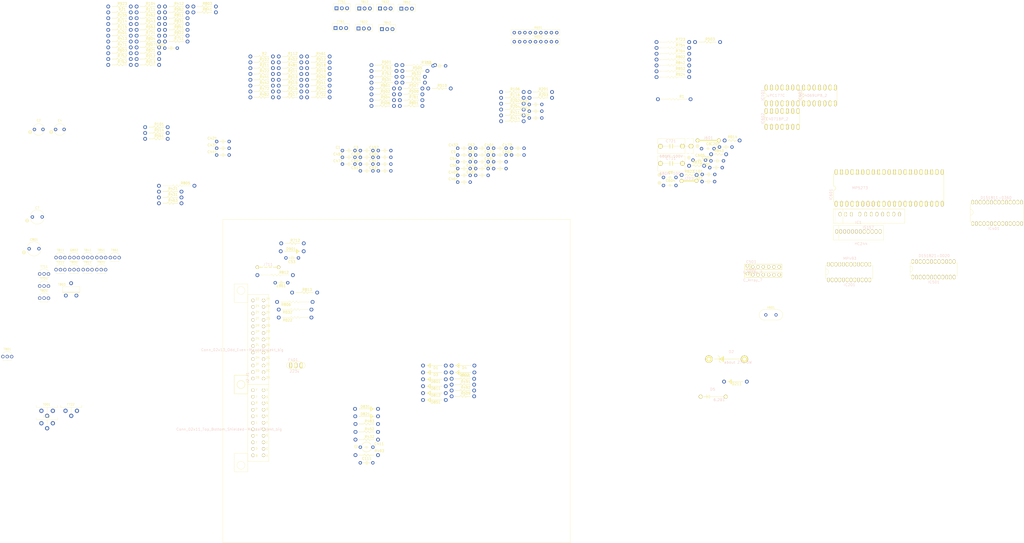
<source format=kicad_pcb>
(kicad_pcb (version 20171130) (host pcbnew "(5.1.4)-1")
  (layers (0 F.Cu signal) (31 B.Cu signal) (34 B.Paste user) (35 F.Paste user) (36 B.SilkS user) (37 F.SilkS user) (38 B.Mask user) (39 F.Mask user) (44 Edge.Cuts user))
  (net 0 "")
  (net 1 "Net-(T822-Pad3)")
  (net 2 "Net-(T822-Pad2)")
  (net 3 "Net-(T822-Pad1)")
  (net 4 "Net-(T832-Pad3)")
  (net 5 "Net-(T832-Pad2)")
  (net 6 "Net-(T832-Pad1)")
  (net 7 "Net-(T852-Pad3)")
  (net 8 "Net-(T852-Pad2)")
  (net 9 "Net-(T852-Pad1)")
  (net 10 "Net-(D821-Pad2)")
  (net 11 "Net-(D821-Pad1)")
  (net 12 "Net-(D831-Pad2)")
  (net 13 "Net-(D831-Pad1)")
  (net 14 "Net-(R432-Pad2)")
  (net 15 "Net-(R432-Pad1)")
  (net 16 "Net-(R452-Pad2)")
  (net 17 "Net-(R452-Pad1)")
  (net 18 "Net-(R483-Pad2)")
  (net 19 "Net-(R483-Pad1)")
  (net 20 "Net-(C411-Pad1)")
  (net 21 "Net-(C411-Pad2)")
  (net 22 "Net-(R493-Pad1)")
  (net 23 "Net-(R493-Pad2)")
  (net 24 "Net-(C111-Pad1)")
  (net 25 "Net-(C111-Pad2)")
  (net 26 "Net-(R712-Pad1)")
  (net 27 "Net-(D901-Pad1)")
  (net 28 "Net-(D901-Pad2)")
  (net 29 "Net-(J711-Pad2)")
  (net 30 "Net-(J711-Pad1)")
  (net 31 "Net-(R812-Pad2)")
  (net 32 "Net-(R812-Pad1)")
  (net 33 "Net-(c861-Pad2)")
  (net 34 "Net-(R813-Pad1)")
  (net 35 "Net-(R813-Pad2)")
  (net 36 "Net-(R806-Pad1)")
  (net 37 "Net-(R822-Pad1)")
  (net 38 "Net-(R832-Pad1)")
  (net 39 "Net-(C1-Pad2)")
  (net 40 "Net-(C53-Pad2)")
  (net 41 "Net-(C53-Pad1)")
  (net 42 "Net-(C421-Pad2)")
  (net 43 "Net-(C421-Pad1)")
  (net 44 "Net-(C431-Pad2)")
  (net 45 "Net-(C431-Pad1)")
  (net 46 "Net-(C441-Pad2)")
  (net 47 "Net-(C441-Pad1)")
  (net 48 "Net-(c861-Pad1)")
  (net 49 "Net-(R806-Pad2)")
  (net 50 "Net-(R832-Pad2)")
  (net 51 "Net-(R822-Pad2)")
  (net 52 "Net-(F401-Pad2)")
  (net 53 "Net-(F401-Pad3)")
  (net 54 "Net-(F401-Pad1)")
  (net 55 "Net-(C1-Pad1)")
  (net 56 "Net-(C3-Pad2)")
  (net 57 "Net-(C3-Pad1)")
  (net 58 "Net-(C105-Pad2)")
  (net 59 "Net-(C105-Pad1)")
  (net 60 "Net-(C205-Pad2)")
  (net 61 "Net-(C205-Pad1)")
  (net 62 "Net-(C452-Pad2)")
  (net 63 "Net-(C452-Pad1)")
  (net 64 "Net-(C503-Pad2)")
  (net 65 "Net-(C503-Pad1)")
  (net 66 "Net-(C504-Pad2)")
  (net 67 "Net-(C504-Pad1)")
  (net 68 "Net-(C511-Pad2)")
  (net 69 "Net-(C511-Pad1)")
  (net 70 "Net-(C911-Pad2)")
  (net 71 "Net-(C911-Pad1)")
  (net 72 "Net-(C921-Pad2)")
  (net 73 "Net-(C921-Pad1)")
  (net 74 "Net-(C401-Pad2)")
  (net 75 "Net-(C401-Pad1)")
  (net 76 "Net-(C405-Pad2)")
  (net 77 "Net-(C405-Pad1)")
  (net 78 "Net-(C422-Pad2)")
  (net 79 "Net-(C422-Pad1)")
  (net 80 "Net-(C432-Pad2)")
  (net 81 "Net-(C432-Pad1)")
  (net 82 "Net-(C442-Pad2)")
  (net 83 "Net-(C442-Pad1)")
  (net 84 "Net-(C461-Pad2)")
  (net 85 "Net-(C461-Pad1)")
  (net 86 "Net-(C472-Pad2)")
  (net 87 "Net-(C472-Pad1)")
  (net 88 "Net-(C481-Pad2)")
  (net 89 "Net-(C481-Pad1)")
  (net 90 "Net-(C491-Pad2)")
  (net 91 "Net-(C491-Pad1)")
  (net 92 "Net-(C603-Pad2)")
  (net 93 "Net-(C603-Pad1)")
  (net 94 "Net-(C607-Pad2)")
  (net 95 "Net-(C607-Pad1)")
  (net 96 "Net-(C5-Pad2)")
  (net 97 "Net-(C5-Pad1)")
  (net 98 "Net-(C9-Pad2)")
  (net 99 "Net-(C9-Pad1)")
  (net 100 "Net-(C52-Pad2)")
  (net 101 "Net-(C52-Pad1)")
  (net 102 "Net-(C54-Pad2)")
  (net 103 "Net-(C54-Pad1)")
  (net 104 "Net-(C55-Pad2)")
  (net 105 "Net-(C55-Pad1)")
  (net 106 "Net-(C56-Pad2)")
  (net 107 "Net-(C56-Pad1)")
  (net 108 "Net-(D1-Pad2)")
  (net 109 "Net-(D1-Pad1)")
  (net 110 "Net-(D3-Pad2)")
  (net 111 "Net-(D3-Pad1)")
  (net 112 "Net-(D4-Pad2)")
  (net 113 "Net-(D4-Pad1)")
  (net 114 "Net-(D801-Pad2)")
  (net 115 "Net-(D801-Pad1)")
  (net 116 "Net-(D802-Pad2)")
  (net 117 "Net-(D802-Pad1)")
  (net 118 "Net-(D811-Pad2)")
  (net 119 "Net-(D811-Pad1)")
  (net 120 "Net-(D812-Pad2)")
  (net 121 "Net-(D812-Pad1)")
  (net 122 "Net-(D851-Pad2)")
  (net 123 "Net-(D851-Pad1)")
  (net 124 "Net-(R491-Pad1)")
  (net 125 "Net-(R491-Pad2)")
  (net 126 "Net-(R492-Pad1)")
  (net 127 "Net-(R492-Pad2)")
  (net 128 "Net-(R509-Pad1)")
  (net 129 "Net-(R509-Pad2)")
  (net 130 "Net-(R501-Pad2)")
  (net 131 "Net-(R501-Pad1)")
  (net 132 "Net-(R502-Pad1)")
  (net 133 "Net-(R502-Pad2)")
  (net 134 "Net-(R503-Pad2)")
  (net 135 "Net-(R503-Pad1)")
  (net 136 "Net-(R504-Pad1)")
  (net 137 "Net-(R504-Pad2)")
  (net 138 "Net-(R505-Pad2)")
  (net 139 "Net-(R505-Pad1)")
  (net 140 "Net-(R506-Pad1)")
  (net 141 "Net-(R506-Pad2)")
  (net 142 "Net-(R507-Pad1)")
  (net 143 "Net-(R507-Pad2)")
  (net 144 "Net-(R508-Pad1)")
  (net 145 "Net-(R508-Pad2)")
  (net 146 "Net-(R510-Pad1)")
  (net 147 "Net-(R510-Pad2)")
  (net 148 "Net-(R531-Pad2)")
  (net 149 "Net-(R531-Pad1)")
  (net 150 "Net-(R532-Pad1)")
  (net 151 "Net-(R532-Pad2)")
  (net 152 "Net-(R751-Pad1)")
  (net 153 "Net-(R751-Pad2)")
  (net 154 "Net-(R753-Pad2)")
  (net 155 "Net-(R753-Pad1)")
  (net 156 "Net-(R761-Pad1)")
  (net 157 "Net-(R761-Pad2)")
  (net 158 "Net-(R763-Pad2)")
  (net 159 "Net-(R763-Pad1)")
  (net 160 "Net-(R801-Pad1)")
  (net 161 "Net-(R801-Pad2)")
  (net 162 "Net-(R861-Pad1)")
  (net 163 "Net-(R861-Pad2)")
  (net 164 "Net-(c51-Pad2)")
  (net 165 "Net-(c51-Pad1)")
  (net 166 "Net-(C451-Pad2)")
  (net 167 "Net-(C451-Pad1)")
  (net 168 "Net-(C471-Pad2)")
  (net 169 "Net-(C471-Pad1)")
  (net 170 "Net-(R2-Pad1)")
  (net 171 "Net-(R2-Pad2)")
  (net 172 "Net-(R102-Pad1)")
  (net 173 "Net-(R102-Pad2)")
  (net 174 "Net-(R112-Pad1)")
  (net 175 "Net-(R112-Pad2)")
  (net 176 "Net-(R211-Pad1)")
  (net 177 "Net-(R211-Pad2)")
  (net 178 "Net-(R402-Pad1)")
  (net 179 "Net-(R402-Pad2)")
  (net 180 "Net-(R422-Pad1)")
  (net 181 "Net-(R422-Pad2)")
  (net 182 "Net-(R441-Pad1)")
  (net 183 "Net-(R441-Pad2)")
  (net 184 "Net-(R442-Pad1)")
  (net 185 "Net-(R442-Pad2)")
  (net 186 "Net-(R451-Pad1)")
  (net 187 "Net-(R451-Pad2)")
  (net 188 "Net-(R461-Pad1)")
  (net 189 "Net-(R461-Pad2)")
  (net 190 "Net-(R472-Pad1)")
  (net 191 "Net-(R472-Pad2)")
  (net 192 "Net-(R481-Pad1)")
  (net 193 "Net-(R481-Pad2)")
  (net 194 "Net-(R482-Pad1)")
  (net 195 "Net-(R482-Pad2)")
  (net 196 "Net-(R511-Pad1)")
  (net 197 "Net-(R511-Pad2)")
  (net 198 "Net-(R512-Pad1)")
  (net 199 "Net-(R512-Pad2)")
  (net 200 "Net-(R513-Pad1)")
  (net 201 "Net-(R513-Pad2)")
  (net 202 "Net-(R515-Pad1)")
  (net 203 "Net-(R515-Pad2)")
  (net 204 "Net-(R516-Pad1)")
  (net 205 "Net-(R516-Pad2)")
  (net 206 "Net-(R517-Pad1)")
  (net 207 "Net-(R517-Pad2)")
  (net 208 "Net-(R518-Pad1)")
  (net 209 "Net-(R518-Pad2)")
  (net 210 "Net-(R519-Pad1)")
  (net 211 "Net-(R519-Pad2)")
  (net 212 "Net-(R541-Pad1)")
  (net 213 "Net-(R541-Pad2)")
  (net 214 "Net-(R542-Pad1)")
  (net 215 "Net-(R542-Pad2)")
  (net 216 "Net-(R722-Pad1)")
  (net 217 "Net-(R722-Pad2)")
  (net 218 "Net-(R101-Pad1)")
  (net 219 "Net-(R101-Pad2)")
  (net 220 "Net-(R514-Pad1)")
  (net 221 "Net-(R514-Pad2)")
  (net 222 "Net-(R561-Pad1)")
  (net 223 "Net-(R561-Pad2)")
  (net 224 "Net-(R421-Pad1)")
  (net 225 "Net-(R421-Pad2)")
  (net 226 "Net-(R431-Pad1)")
  (net 227 "Net-(R431-Pad2)")
  (net 228 "Net-(R463-Pad1)")
  (net 229 "Net-(R463-Pad2)")
  (net 230 "Net-(R805-Pad2)")
  (net 231 "Net-(R805-Pad1)")
  (net 232 "Net-(R21-Pad1)")
  (net 233 "Net-(R21-Pad2)")
  (net 234 "Net-(R104-Pad1)")
  (net 235 "Net-(R104-Pad2)")
  (net 236 "Net-(R105-Pad1)")
  (net 237 "Net-(R105-Pad2)")
  (net 238 "Net-(R111-Pad1)")
  (net 239 "Net-(R111-Pad2)")
  (net 240 "Net-(R114-Pad1)")
  (net 241 "Net-(R114-Pad2)")
  (net 242 "Net-(R115-Pad1)")
  (net 243 "Net-(R115-Pad2)")
  (net 244 "Net-(R401-Pad1)")
  (net 245 "Net-(R401-Pad2)")
  (net 246 "Net-(R412-Pad1)")
  (net 247 "Net-(R412-Pad2)")
  (net 248 "Net-(R413-Pad1)")
  (net 249 "Net-(R413-Pad2)")
  (net 250 "Net-(R462-Pad1)")
  (net 251 "Net-(R462-Pad2)")
  (net 252 "Net-(R471-Pad1)")
  (net 253 "Net-(R471-Pad2)")
  (net 254 "Net-(R520-Pad1)")
  (net 255 "Net-(R520-Pad2)")
  (net 256 "Net-(R543-Pad1)")
  (net 257 "Net-(R543-Pad2)")
  (net 258 "Net-(R562-Pad1)")
  (net 259 "Net-(R562-Pad2)")
  (net 260 "Net-(R563-Pad1)")
  (net 261 "Net-(R563-Pad2)")
  (net 262 "Net-(R603-Pad1)")
  (net 263 "Net-(R603-Pad2)")
  (net 264 "Net-(R711-Pad1)")
  (net 265 "Net-(R711-Pad2)")
  (net 266 "Net-(R721-Pad1)")
  (net 267 "Net-(R721-Pad2)")
  (net 268 "Net-(R752-Pad1)")
  (net 269 "Net-(R752-Pad2)")
  (net 270 "Net-(R762-Pad1)")
  (net 271 "Net-(R762-Pad2)")
  (net 272 "Net-(R803-Pad1)")
  (net 273 "Net-(R803-Pad2)")
  (net 274 "Net-(R804-Pad1)")
  (net 275 "Net-(R804-Pad2)")
  (net 276 "Net-(R807-Pad1)")
  (net 277 "Net-(R807-Pad2)")
  (net 278 "Net-(R811-Pad1)")
  (net 279 "Net-(R811-Pad2)")
  (net 280 "Net-(R821-Pad1)")
  (net 281 "Net-(R821-Pad2)")
  (net 282 "Net-(R831-Pad1)")
  (net 283 "Net-(R831-Pad2)")
  (net 284 "Net-(R841-Pad1)")
  (net 285 "Net-(R841-Pad2)")
  (net 286 "Net-(R851-Pad1)")
  (net 287 "Net-(R851-Pad2)")
  (net 288 "Net-(R912-Pad1)")
  (net 289 "Net-(R912-Pad2)")
  (net 290 "Net-(R913-Pad1)")
  (net 291 "Net-(R913-Pad2)")
  (net 292 "Net-(R922-Pad1)")
  (net 293 "Net-(R922-Pad2)")
  (net 294 "Net-(R923-Pad1)")
  (net 295 "Net-(R923-Pad2)")
  (net 296 "Net-(C601-Pad2)")
  (net 297 "Net-(C601-Pad1)")
  (net 298 "Net-(C602-Pad2)")
  (net 299 "Net-(C602-Pad1)")
  (net 300 "Net-(C606-Pad2)")
  (net 301 "Net-(C606-Pad1)")
  (net 302 "Net-(R106-Pad1)")
  (net 303 "Net-(R106-Pad2)")
  (net 304 "Net-(R116-Pad1)")
  (net 305 "Net-(R116-Pad2)")
  (net 306 "Net-(R201-Pad1)")
  (net 307 "Net-(R201-Pad2)")
  (net 308 "Net-(R202-Pad1)")
  (net 309 "Net-(R202-Pad2)")
  (net 310 "Net-(R203-Pad1)")
  (net 311 "Net-(R203-Pad2)")
  (net 312 "Net-(R204-Pad1)")
  (net 313 "Net-(R204-Pad2)")
  (net 314 "Net-(R411-Pad1)")
  (net 315 "Net-(R411-Pad2)")
  (net 316 "Net-(R414-Pad1)")
  (net 317 "Net-(R414-Pad2)")
  (net 318 "Net-(T751-Pad1)")
  (net 319 "Net-(T751-Pad3)")
  (net 320 "Net-(T751-Pad2)")
  (net 321 "Net-(T761-Pad1)")
  (net 322 "Net-(T761-Pad3)")
  (net 323 "Net-(T761-Pad2)")
  (net 324 "Net-(T812-Pad1)")
  (net 325 "Net-(T812-Pad3)")
  (net 326 "Net-(T812-Pad2)")
  (net 327 "Net-(T842-Pad1)")
  (net 328 "Net-(T842-Pad3)")
  (net 329 "Net-(T842-Pad2)")
  (net 330 "Net-(R713-Pad1)")
  (net 331 "Net-(R713-Pad2)")
  (net 332 "Net-(R723-Pad1)")
  (net 333 "Net-(R723-Pad2)")
  (net 334 "Net-(R754-Pad1)")
  (net 335 "Net-(R754-Pad2)")
  (net 336 "Net-(R764-Pad1)")
  (net 337 "Net-(R764-Pad2)")
  (net 338 "Net-(R802-Pad1)")
  (net 339 "Net-(R802-Pad2)")
  (net 340 "Net-(R842-Pad1)")
  (net 341 "Net-(R842-Pad2)")
  (net 342 "Net-(R852-Pad1)")
  (net 343 "Net-(R852-Pad2)")
  (net 344 "Net-(R924-Pad1)")
  (net 345 "Net-(R924-Pad2)")
  (net 346 "Net-(C801-Pad2)")
  (net 347 "Net-(C801-Pad1)")
  (net 348 "Net-(J1-Pad2A)")
  (net 349 "Net-(J1-Pad2B)")
  (net 350 "Net-(J1-Pad2C)")
  (net 351 "Net-(J1-Pad2D)")
  (net 352 "Net-(J1-Pad2E)")
  (net 353 "Net-(J1-Pad2F)")
  (net 354 "Net-(J1-Pad2G)")
  (net 355 "Net-(J1-Pad2H)")
  (net 356 "Net-(J1-Pad2I)")
  (net 357 "Net-(J1-Pad2J)")
  (net 358 "Net-(J1-Pad2K)")
  (net 359 "Net-(J1-Pad2L)")
  (net 360 "Net-(J1-Pad2M)")
  (net 361 "Net-(J1-Pad2N)")
  (net 362 "Net-(J1-Pad2O)")
  (net 363 "Net-(J1-Pad2P)")
  (net 364 "Net-(J1-Pad2Q)")
  (net 365 "Net-(J1-Pad2R)")
  (net 366 "Net-(J1-Pad2S)")
  (net 367 "Net-(J1-Pad2T)")
  (net 368 "Net-(J1-Pad2U)")
  (net 369 "Net-(J1-Pad2V)")
  (net 370 "Net-(J1-Pad2W)")
  (net 371 "Net-(J1-Pad2X)")
  (net 372 "Net-(J1-Pad2Y)")
  (net 373 "Net-(J1-Pad2Z)")
  (net 374 "Net-(J2-PadU)")
  (net 375 "Net-(J2-PadV)")
  (net 376 "Net-(J2-PadS)")
  (net 377 "Net-(J2-PadT)")
  (net 378 "Net-(J2-PadQ)")
  (net 379 "Net-(J2-PadR)")
  (net 380 "Net-(J2-PadO)")
  (net 381 "Net-(J2-PadP)")
  (net 382 "Net-(J2-PadM)")
  (net 383 "Net-(J2-PadN)")
  (net 384 "Net-(J2-PadK)")
  (net 385 "Net-(J2-PadL)")
  (net 386 "Net-(J2-PadI)")
  (net 387 "Net-(J2-PadJ)")
  (net 388 "Net-(J2-PadG)")
  (net 389 "Net-(J2-PadH)")
  (net 390 "Net-(J2-PadE)")
  (net 391 "Net-(J2-PadF)")
  (net 392 "Net-(J2-PadC)")
  (net 393 "Net-(J2-PadD)")
  (net 394 "Net-(J2-PadA)")
  (net 395 "Net-(J2-PadB)")
  (net 396 "Net-(Q802-Pad1)")
  (net 397 "Net-(Q802-Pad3)")
  (net 398 "Net-(Q802-Pad2)")
  (net 399 "Net-(R1-Pad1)")
  (net 400 "Net-(R1-Pad2)")
  (net 401 "Net-(R712-Pad2)")
  (net 402 "Net-(T211-Pad1)")
  (net 403 "Net-(T211-Pad3)")
  (net 404 "Net-(T211-Pad2)")
  (net 405 "Net-(T711-Pad1)")
  (net 406 "Net-(T711-Pad3)")
  (net 407 "Net-(T711-Pad2)")
  (net 408 "Net-(T721-Pad1)")
  (net 409 "Net-(T721-Pad3)")
  (net 410 "Net-(T721-Pad2)")
  (net 411 "Net-(T801-Pad1)")
  (net 412 "Net-(T801-Pad3)")
  (net 413 "Net-(T801-Pad2)")
  (net 414 "Net-(T803-Pad1)")
  (net 415 "Net-(T803-Pad3)")
  (net 416 "Net-(T803-Pad2)")
  (net 417 "Net-(T811-Pad1)")
  (net 418 "Net-(T811-Pad3)")
  (net 419 "Net-(T811-Pad2)")
  (net 420 "Net-(T821-Pad1)")
  (net 421 "Net-(T821-Pad3)")
  (net 422 "Net-(T821-Pad2)")
  (net 423 "Net-(T831-Pad1)")
  (net 424 "Net-(T831-Pad3)")
  (net 425 "Net-(T831-Pad2)")
  (net 426 "Net-(T841-Pad1)")
  (net 427 "Net-(T841-Pad3)")
  (net 428 "Net-(T841-Pad2)")
  (net 429 "Net-(T851-Pad1)")
  (net 430 "Net-(T851-Pad3)")
  (net 431 "Net-(T851-Pad2)")
  (net 432 "Net-(T861-Pad1)")
  (net 433 "Net-(T861-Pad3)")
  (net 434 "Net-(T861-Pad2)")
  (net 435 "Net-(T911-Pad1)")
  (net 436 "Net-(T911-Pad3)")
  (net 437 "Net-(T911-Pad2)")
  (net 438 "Net-(T921-Pad1)")
  (net 439 "Net-(T921-Pad3)")
  (net 440 "Net-(T921-Pad2)")
  (net 441 "Net-(C101-Pad2)")
  (net 442 "Net-(C101-Pad1)")
  (net 443 "Net-(C201-Pad2)")
  (net 444 "Net-(C201-Pad1)")
  (net 445 "Net-(C202-Pad2)")
  (net 446 "Net-(C202-Pad1)")
  (net 447 "Net-(C203-Pad2)")
  (net 448 "Net-(C203-Pad1)")
  (net 449 "Net-(C204-Pad2)")
  (net 450 "Net-(C204-Pad1)")
  (net 451 "Net-(C604-Pad1)")
  (net 452 "Net-(C604-Pad2)")
  (net 453 "Net-(C605-Pad1)")
  (net 454 "Net-(C605-Pad2)")
  (net 455 "Net-(C711-Pad1)")
  (net 456 "Net-(C711-Pad2)")
  (net 457 "Net-(C721-Pad2)")
  (net 458 "Net-(C721-Pad1)")
  (net 459 "Net-(J201-Pad1)")
  (net 460 "Net-(J201-Pad2)")
  (net 461 "Net-(J601-Pad2)")
  (net 462 "Net-(J601-Pad1)")
  (net 463 "Net-(R814-Pad2)")
  (net 464 "Net-(R814-Pad1)")
  (net 465 "Net-(R823-Pad2)")
  (net 466 "Net-(R823-Pad1)")
  (net 467 "Net-(R833-Pad2)")
  (net 468 "Net-(R833-Pad1)")
  (net 469 "Net-(R843-Pad2)")
  (net 470 "Net-(R843-Pad1)")
  (net 471 "Net-(C501-Pad7)")
  (net 472 "Net-(C501-Pad6)")
  (net 473 "Net-(C501-Pad5)")
  (net 474 "Net-(C501-Pad4)")
  (net 475 "Net-(C501-Pad3)")
  (net 476 "Net-(C501-Pad2)")
  (net 477 "Net-(C501-Pad1)")
  (net 478 "Net-(C502-Pad7)")
  (net 479 "Net-(C502-Pad6)")
  (net 480 "Net-(C502-Pad5)")
  (net 481 "Net-(C502-Pad4)")
  (net 482 "Net-(C502-Pad3)")
  (net 483 "Net-(C502-Pad2)")
  (net 484 "Net-(C502-Pad1)")
  (net 485 "Net-(R601-Pad9)")
  (net 486 "Net-(R601-Pad8)")
  (net 487 "Net-(R601-Pad7)")
  (net 488 "Net-(R601-Pad6)")
  (net 489 "Net-(R601-Pad5)")
  (net 490 "Net-(R601-Pad4)")
  (net 491 "Net-(R601-Pad3)")
  (net 492 "Net-(R601-Pad2)")
  (net 493 "Net-(R601-Pad1)")
  (net 494 "Net-(R602-Pad9)")
  (net 495 "Net-(R602-Pad8)")
  (net 496 "Net-(R602-Pad7)")
  (net 497 "Net-(R602-Pad6)")
  (net 498 "Net-(R602-Pad5)")
  (net 499 "Net-(R602-Pad4)")
  (net 500 "Net-(R602-Pad3)")
  (net 501 "Net-(R602-Pad2)")
  (net 502 "Net-(R602-Pad1)")
  (net 503 "Net-(IC101-Pad14)")
  (net 504 "Net-(IC101-Pad13)")
  (net 505 "Net-(IC101-Pad12)")
  (net 506 "Net-(IC101-Pad11)")
  (net 507 "Net-(IC101-Pad10)")
  (net 508 "Net-(IC101-Pad9)")
  (net 509 "Net-(IC101-Pad8)")
  (net 510 "Net-(IC101-Pad7)")
  (net 511 "Net-(IC101-Pad6)")
  (net 512 "Net-(IC101-Pad5)")
  (net 513 "Net-(IC101-Pad4)")
  (net 514 "Net-(IC101-Pad3)")
  (net 515 "Net-(IC101-Pad2)")
  (net 516 "Net-(IC101-Pad1)")
  (net 517 "Net-(IC602-Pad14)")
  (net 518 "Net-(IC602-Pad13)")
  (net 519 "Net-(IC602-Pad12)")
  (net 520 "Net-(IC602-Pad11)")
  (net 521 "Net-(IC602-Pad10)")
  (net 522 "Net-(IC602-Pad9)")
  (net 523 "Net-(IC602-Pad8)")
  (net 524 "Net-(IC602-Pad7)")
  (net 525 "Net-(IC602-Pad6)")
  (net 526 "Net-(IC602-Pad5)")
  (net 527 "Net-(IC602-Pad4)")
  (net 528 "Net-(IC602-Pad3)")
  (net 529 "Net-(IC602-Pad2)")
  (net 530 "Net-(IC602-Pad1)")
  (net 531 "Net-(IC603-Pad14)")
  (net 532 "Net-(IC603-Pad13)")
  (net 533 "Net-(IC603-Pad12)")
  (net 534 "Net-(IC603-Pad11)")
  (net 535 "Net-(IC603-Pad10)")
  (net 536 "Net-(IC603-Pad9)")
  (net 537 "Net-(IC603-Pad8)")
  (net 538 "Net-(IC603-Pad7)")
  (net 539 "Net-(IC603-Pad6)")
  (net 540 "Net-(IC603-Pad5)")
  (net 541 "Net-(IC603-Pad4)")
  (net 542 "Net-(IC603-Pad3)")
  (net 543 "Net-(IC603-Pad2)")
  (net 544 "Net-(IC603-Pad1)")
  (net 545 "Net-(C2-Pad1)")
  (net 546 "Net-(C2-Pad2)")
  (net 547 "Net-(C4-Pad1)")
  (net 548 "Net-(C4-Pad2)")
  (net 549 "Net-(C6-Pad1)")
  (net 550 "Net-(C6-Pad2)")
  (net 551 "Net-(C7-Pad2)")
  (net 552 "Net-(C7-Pad1)")
  (net 553 "Net-(C8-Pad1)")
  (net 554 "Net-(C8-Pad2)")
  (net 555 "Net-(D2-Pad1)")
  (net 556 "Net-(D2-Pad2)")
  (net 557 "Net-(D5-Pad1)")
  (net 558 "Net-(D5-Pad2)")
  (net 559 "Net-(D211-Pad2)")
  (net 560 "Net-(D211-Pad1)")
  (net 561 "Net-(X601-Pad2)")
  (net 562 "Net-(X601-Pad1)")
  (net 563 "Net-(T001-Pad3)")
  (net 564 "Net-(T001-Pad2)")
  (net 565 "Net-(T001-Pad1)")
  (net 566 "Net-(T712-Pad3)")
  (net 567 "Net-(T712-Pad2)")
  (net 568 "Net-(T712-Pad1)")
  (net 569 "Net-(T722-Pad3)")
  (net 570 "Net-(T722-Pad2)")
  (net 571 "Net-(T722-Pad1)")
  (net 572 "Net-(IC1-Pad11)")
  (net 573 "Net-(IC1-Pad10)")
  (net 574 "Net-(IC1-Pad9)")
  (net 575 "Net-(IC1-Pad7)")
  (net 576 "Net-(IC1-Pad8)")
  (net 577 "Net-(IC1-Pad4)")
  (net 578 "Net-(IC1-Pad6)")
  (net 579 "Net-(IC1-Pad5)")
  (net 580 "Net-(IC1-Pad2)")
  (net 581 "Net-(IC1-Pad3)")
  (net 582 "Net-(IC1-Pad1)")
  (net 583 "Net-(IC402-Pad11)")
  (net 584 "Net-(IC402-Pad10)")
  (net 585 "Net-(IC402-Pad9)")
  (net 586 "Net-(IC402-Pad7)")
  (net 587 "Net-(IC402-Pad8)")
  (net 588 "Net-(IC402-Pad4)")
  (net 589 "Net-(IC402-Pad6)")
  (net 590 "Net-(IC402-Pad5)")
  (net 591 "Net-(IC402-Pad2)")
  (net 592 "Net-(IC402-Pad3)")
  (net 593 "Net-(IC402-Pad1)")
  (net 594 "Net-(IC601-Pad41)")
  (net 595 "Net-(IC601-Pad42)")
  (net 596 "Net-(IC601-Pad21)")
  (net 597 "Net-(IC601-Pad40)")
  (net 598 "Net-(IC601-Pad39)")
  (net 599 "Net-(IC601-Pad38)")
  (net 600 "Net-(IC601-Pad37)")
  (net 601 "Net-(IC601-Pad36)")
  (net 602 "Net-(IC601-Pad35)")
  (net 603 "Net-(IC601-Pad34)")
  (net 604 "Net-(IC601-Pad33)")
  (net 605 "Net-(IC601-Pad32)")
  (net 606 "Net-(IC601-Pad31)")
  (net 607 "Net-(IC601-Pad30)")
  (net 608 "Net-(IC601-Pad29)")
  (net 609 "Net-(IC601-Pad28)")
  (net 610 "Net-(IC601-Pad27)")
  (net 611 "Net-(IC601-Pad26)")
  (net 612 "Net-(IC601-Pad25)")
  (net 613 "Net-(IC601-Pad24)")
  (net 614 "Net-(IC601-Pad23)")
  (net 615 "Net-(IC601-Pad22)")
  (net 616 "Net-(IC601-Pad20)")
  (net 617 "Net-(IC601-Pad19)")
  (net 618 "Net-(IC601-Pad18)")
  (net 619 "Net-(IC601-Pad17)")
  (net 620 "Net-(IC601-Pad16)")
  (net 621 "Net-(IC601-Pad15)")
  (net 622 "Net-(IC601-Pad14)")
  (net 623 "Net-(IC601-Pad13)")
  (net 624 "Net-(IC601-Pad12)")
  (net 625 "Net-(IC601-Pad11)")
  (net 626 "Net-(IC601-Pad10)")
  (net 627 "Net-(IC601-Pad9)")
  (net 628 "Net-(IC601-Pad8)")
  (net 629 "Net-(IC601-Pad7)")
  (net 630 "Net-(IC601-Pad6)")
  (net 631 "Net-(IC601-Pad5)")
  (net 632 "Net-(IC601-Pad4)")
  (net 633 "Net-(IC601-Pad3)")
  (net 634 "Net-(IC601-Pad2)")
  (net 635 "Net-(IC601-Pad1)")
  (net 636 "Net-(IC201-Pad19)")
  (net 637 "Net-(IC201-Pad13)")
  (net 638 "Net-(IC201-Pad18)")
  (net 639 "Net-(IC201-Pad16)")
  (net 640 "Net-(IC201-Pad15)")
  (net 641 "Net-(IC201-Pad20)")
  (net 642 "Net-(IC201-Pad22)")
  (net 643 "Net-(IC201-Pad14)")
  (net 644 "Net-(IC201-Pad24)")
  (net 645 "Net-(IC201-Pad21)")
  (net 646 "Net-(IC201-Pad17)")
  (net 647 "Net-(IC201-Pad23)")
  (net 648 "Net-(IC201-Pad1)")
  (net 649 "Net-(IC201-Pad3)")
  (net 650 "Net-(IC201-Pad2)")
  (net 651 "Net-(IC201-Pad5)")
  (net 652 "Net-(IC201-Pad6)")
  (net 653 "Net-(IC201-Pad4)")
  (net 654 "Net-(IC201-Pad8)")
  (net 655 "Net-(IC201-Pad7)")
  (net 656 "Net-(IC201-Pad9)")
  (net 657 "Net-(IC201-Pad10)")
  (net 658 "Net-(IC201-Pad11)")
  (net 659 "Net-(IC201-Pad12)")
  (net 660 "Net-(IC501-Pad19)")
  (net 661 "Net-(IC501-Pad13)")
  (net 662 "Net-(IC501-Pad18)")
  (net 663 "Net-(IC501-Pad16)")
  (net 664 "Net-(IC501-Pad15)")
  (net 665 "Net-(IC501-Pad20)")
  (net 666 "Net-(IC501-Pad22)")
  (net 667 "Net-(IC501-Pad14)")
  (net 668 "Net-(IC501-Pad24)")
  (net 669 "Net-(IC501-Pad21)")
  (net 670 "Net-(IC501-Pad17)")
  (net 671 "Net-(IC501-Pad23)")
  (net 672 "Net-(IC501-Pad1)")
  (net 673 "Net-(IC501-Pad3)")
  (net 674 "Net-(IC501-Pad2)")
  (net 675 "Net-(IC501-Pad5)")
  (net 676 "Net-(IC501-Pad6)")
  (net 677 "Net-(IC501-Pad4)")
  (net 678 "Net-(IC501-Pad8)")
  (net 679 "Net-(IC501-Pad7)")
  (net 680 "Net-(IC501-Pad9)")
  (net 681 "Net-(IC501-Pad10)")
  (net 682 "Net-(IC501-Pad11)")
  (net 683 "Net-(IC501-Pad12)")
  (net 684 "Net-(IC401-Pad21)")
  (net 685 "Net-(IC401-Pad28)")
  (net 686 "Net-(IC401-Pad27)")
  (net 687 "Net-(IC401-Pad22)")
  (net 688 "Net-(IC401-Pad12)")
  (net 689 "Net-(IC401-Pad11)")
  (net 690 "Net-(IC401-Pad10)")
  (net 691 "Net-(IC401-Pad9)")
  (net 692 "Net-(IC401-Pad7)")
  (net 693 "Net-(IC401-Pad8)")
  (net 694 "Net-(IC401-Pad4)")
  (net 695 "Net-(IC401-Pad6)")
  (net 696 "Net-(IC401-Pad5)")
  (net 697 "Net-(IC401-Pad2)")
  (net 698 "Net-(IC401-Pad3)")
  (net 699 "Net-(IC401-Pad1)")
  (net 700 "Net-(IC401-Pad23)")
  (net 701 "Net-(IC401-Pad17)")
  (net 702 "Net-(IC401-Pad24)")
  (net 703 "Net-(IC401-Pad14)")
  (net 704 "Net-(IC401-Pad20)")
  (net 705 "Net-(IC401-Pad15)")
  (net 706 "Net-(IC401-Pad16)")
  (net 707 "Net-(IC401-Pad18)")
  (net 708 "Net-(IC401-Pad13)")
  (net 709 "Net-(IC401-Pad19)")
  (net 710 "Net-(IC1-Pad12)")
  (net 711 "Net-(IC401-Pad25)")
  (net 712 "Net-(IC401-Pad26)")
  (module ProjektMazda:HC244 (layer F.Cu) (at 370.4 20.2)
    (fp_text reference IC1 (at 0.0762 -4.826) (layer B.SilkS) (effects (font (size 1.27 1.27) (thickness 0.0889))))
    (fp_text value HC244 (at 1.27 5.3848) (layer B.SilkS) (effects (font (size 1.27 1.27) (thickness 0.0889))))
    (pad 12 thru_hole oval (at 10.4394 -0.508) (size 1.2 2) (drill 1.016) (layers *.Cu F.Paste F.SilkS F.Mask) (net 710 "Net-(IC1-Pad12)"))
    (pad 11 thru_hole oval (at 8.5114 -0.4826) (size 1.2 2) (drill 1.016) (layers *.Cu F.Paste F.SilkS F.Mask) (net 572 "Net-(IC1-Pad11)"))
    (pad 10 thru_hole oval (at 6.6114 -0.4826) (size 1.2 2) (drill 1.016) (layers *.Cu F.Paste F.SilkS F.Mask) (net 573 "Net-(IC1-Pad10)"))
    (pad 9 thru_hole oval (at 4.7114 -0.4826) (size 1.2 2) (drill 1.016) (layers *.Cu F.Paste F.SilkS F.Mask) (net 574 "Net-(IC1-Pad9)"))
    (pad 7 thru_hole oval (at 1.0114 -0.4826) (size 1.2 2) (drill 1.016) (layers *.Cu F.Paste F.SilkS F.Mask) (net 575 "Net-(IC1-Pad7)"))
    (pad 8 thru_hole oval (at 2.8114 -0.4826) (size 1.2 2) (drill 1.016) (layers *.Cu F.Paste F.SilkS F.Mask) (net 576 "Net-(IC1-Pad8)"))
    (pad 4 thru_hole oval (at -4.6886 -0.4826) (size 1.2 2) (drill 1.016) (layers *.Cu F.Paste F.SilkS F.Mask) (net 577 "Net-(IC1-Pad4)"))
    (pad 6 thru_hole oval (at -0.8886 -0.4826) (size 1.2 2) (drill 1.016) (layers *.Cu F.Paste F.SilkS F.Mask) (net 578 "Net-(IC1-Pad6)"))
    (pad 5 thru_hole oval (at -2.7886 -0.4826) (size 1.2 2) (drill 1.016) (layers *.Cu F.Paste F.SilkS F.Mask) (net 579 "Net-(IC1-Pad5)"))
    (pad 2 thru_hole oval (at -8.4886 -0.4826) (size 1.2 2) (drill 1.016) (layers *.Cu F.Paste F.SilkS F.Mask) (net 580 "Net-(IC1-Pad2)"))
    (pad 3 thru_hole oval (at -6.5886 -0.4826) (size 1.2 2) (drill 1.016) (layers *.Cu F.Paste F.SilkS F.Mask) (net 581 "Net-(IC1-Pad3)"))
    (pad 1 thru_hole oval (at -10.3886 -0.4826) (size 1.2 2) (drill 1.016) (layers *.Cu F.Paste F.SilkS F.Mask) (net 582 "Net-(IC1-Pad1)"))
  )
  (module ProjektMazda:sdip28 (layer F.Cu) (at 448.6 16)
    (fp_text reference IC401 (at -13.2908 2.3114) (layer B.SilkS) (effects (font (size 1.27 1.27) (thickness 0.0889))))
    (fp_text value D151811-0360 (at -12.2428 -12.4968) (layer B.SilkS) (effects (font (size 1.27 1.27) (thickness 0.0889))))
    (pad 25 thru_hole oval (at -18.039 -10.3378) (size 1.2 2) (drill 1.016) (layers *.Cu F.Paste F.SilkS F.Mask) (net 711 "Net-(IC401-Pad25)"))
    (pad 28 thru_hole oval (at -23.439 -10.3378) (size 1.2 2) (drill 1.016) (layers *.Cu F.Paste F.SilkS F.Mask) (net 685 "Net-(IC401-Pad28)"))
    (pad 27 thru_hole oval (at -21.639 -10.3378) (size 1.2 2) (drill 1.016) (layers *.Cu F.Paste F.SilkS F.Mask) (net 686 "Net-(IC401-Pad27)"))
    (pad 26 thru_hole oval (at -19.839 -10.3378) (size 1.2 2) (drill 1.016) (layers *.Cu F.Paste F.SilkS F.Mask) (net 712 "Net-(IC401-Pad26)"))
    (pad 12 thru_hole oval (at -3.6 -0.0762) (size 1.2 2) (drill 1.016) (layers *.Cu F.Paste F.SilkS F.Mask) (net 688 "Net-(IC401-Pad12)"))
    (pad 11 thru_hole oval (at -5.4 -0.0762) (size 1.2 2) (drill 1.016) (layers *.Cu F.Paste F.SilkS F.Mask) (net 689 "Net-(IC401-Pad11)"))
    (pad 10 thru_hole oval (at -7.2 -0.0762) (size 1.2 2) (drill 1.016) (layers *.Cu F.Paste F.SilkS F.Mask) (net 690 "Net-(IC401-Pad10)"))
    (pad 9 thru_hole oval (at -9 -0.0762) (size 1.2 2) (drill 1.016) (layers *.Cu F.Paste F.SilkS F.Mask) (net 691 "Net-(IC401-Pad9)"))
    (pad 7 thru_hole oval (at -12.6 -0.0762) (size 1.2 2) (drill 1.016) (layers *.Cu F.Paste F.SilkS F.Mask) (net 692 "Net-(IC401-Pad7)"))
    (pad 8 thru_hole oval (at -10.8 -0.0762) (size 1.2 2) (drill 1.016) (layers *.Cu F.Paste F.SilkS F.Mask) (net 693 "Net-(IC401-Pad8)"))
    (pad 4 thru_hole oval (at -18 -0.0762) (size 1.2 2) (drill 1.016) (layers *.Cu F.Paste F.SilkS F.Mask) (net 694 "Net-(IC401-Pad4)"))
    (pad 6 thru_hole oval (at -14.4 -0.0762) (size 1.2 2) (drill 1.016) (layers *.Cu F.Paste F.SilkS F.Mask) (net 695 "Net-(IC401-Pad6)"))
    (pad 5 thru_hole oval (at -16.2 -0.0762) (size 1.2 2) (drill 1.016) (layers *.Cu F.Paste F.SilkS F.Mask) (net 696 "Net-(IC401-Pad5)"))
    (pad 2 thru_hole oval (at -21.6 -0.0762) (size 1.2 2) (drill 1.016) (layers *.Cu F.Paste F.SilkS F.Mask) (net 697 "Net-(IC401-Pad2)"))
    (pad 3 thru_hole oval (at -19.8 -0.0762) (size 1.2 2) (drill 1.016) (layers *.Cu F.Paste F.SilkS F.Mask) (net 698 "Net-(IC401-Pad3)"))
    (pad 1 thru_hole oval (at -23.4 -0.0762) (size 1.2 2) (drill 1.016) (layers *.Cu F.Paste F.SilkS F.Mask) (net 699 "Net-(IC401-Pad1)"))
    (pad 23 thru_hole oval (at -14.4254 -10.3378) (size 1.2 2) (drill 1.016) (layers *.Cu F.Paste F.SilkS F.Mask) (net 700 "Net-(IC401-Pad23)"))
    (pad 17 thru_hole oval (at -3.6254 -10.3378) (size 1.2 2) (drill 1.016) (layers *.Cu F.Paste F.SilkS F.Mask) (net 701 "Net-(IC401-Pad17)"))
    (pad 21 thru_hole oval (at -10.8254 -10.3378) (size 1.2 2) (drill 1.016) (layers *.Cu F.Paste F.SilkS F.Mask) (net 684 "Net-(IC401-Pad21)"))
    (pad 24 thru_hole oval (at -16.2254 -10.3378) (size 1.2 2) (drill 1.016) (layers *.Cu F.Paste F.SilkS F.Mask) (net 702 "Net-(IC401-Pad24)"))
    (pad 14 thru_hole oval (at 0 -0.0762) (size 1.2 2) (drill 1.016) (layers *.Cu F.Paste F.SilkS F.Mask) (net 703 "Net-(IC401-Pad14)"))
    (pad 22 thru_hole oval (at -12.6254 -10.3378) (size 1.2 2) (drill 1.016) (layers *.Cu F.Paste F.SilkS F.Mask) (net 687 "Net-(IC401-Pad22)"))
    (pad 20 thru_hole oval (at -9.0254 -10.3378) (size 1.2 2) (drill 1.016) (layers *.Cu F.Paste F.SilkS F.Mask) (net 704 "Net-(IC401-Pad20)"))
    (pad 15 thru_hole oval (at -0.0254 -10.3378) (size 1.2 2) (drill 1.016) (layers *.Cu F.Paste F.SilkS F.Mask) (net 705 "Net-(IC401-Pad15)"))
    (pad 16 thru_hole oval (at -1.8254 -10.3378) (size 1.2 2) (drill 1.016) (layers *.Cu F.Paste F.SilkS F.Mask) (net 706 "Net-(IC401-Pad16)"))
    (pad 18 thru_hole oval (at -5.4254 -10.3378) (size 1.2 2) (drill 1.016) (layers *.Cu F.Paste F.SilkS F.Mask) (net 707 "Net-(IC401-Pad18)"))
    (pad 13 thru_hole oval (at -1.8 -0.0762) (size 1.2 2) (drill 1.016) (layers *.Cu F.Paste F.SilkS F.Mask) (net 708 "Net-(IC401-Pad13)"))
    (pad 19 thru_hole oval (at -7.2254 -10.3378) (size 1.2 2) (drill 1.016) (layers *.Cu F.Paste F.SilkS F.Mask) (net 709 "Net-(IC401-Pad19)"))
  )
  (module ProjektMazda:sdip24 (layer F.Cu) (at 406.7 37.26)
    (fp_text reference IC501 (at -0.1016 6.7056) (layer B.SilkS) (effects (font (size 1.27 1.27) (thickness 0.0889))))
    (fp_text value D151821-0020 (at 0.0254 -5.9436) (layer B.SilkS) (effects (font (size 1.27 1.27) (thickness 0.0889))))
    (pad 19 thru_hole oval (at -1.2362 -3.1496) (size 1.2 2) (drill 1.016) (layers *.Cu F.Paste F.SilkS F.Mask) (net 660 "Net-(IC501-Pad19)"))
    (pad 13 thru_hole oval (at 9.5638 -3.1496) (size 1.2 2) (drill 1.016) (layers *.Cu F.Paste F.SilkS F.Mask) (net 661 "Net-(IC501-Pad13)"))
    (pad 18 thru_hole oval (at 0.5638 -3.1496) (size 1.2 2) (drill 1.016) (layers *.Cu F.Paste F.SilkS F.Mask) (net 662 "Net-(IC501-Pad18)"))
    (pad 16 thru_hole oval (at 4.1638 -3.1496) (size 1.2 2) (drill 1.016) (layers *.Cu F.Paste F.SilkS F.Mask) (net 663 "Net-(IC501-Pad16)"))
    (pad 15 thru_hole oval (at 5.9638 -3.1496) (size 1.2 2) (drill 1.016) (layers *.Cu F.Paste F.SilkS F.Mask) (net 664 "Net-(IC501-Pad15)"))
    (pad 20 thru_hole oval (at -3.0362 -3.1496) (size 1.2 2) (drill 1.016) (layers *.Cu F.Paste F.SilkS F.Mask) (net 665 "Net-(IC501-Pad20)"))
    (pad 22 thru_hole oval (at -6.6362 -3.1496) (size 1.2 2) (drill 1.016) (layers *.Cu F.Paste F.SilkS F.Mask) (net 666 "Net-(IC501-Pad22)"))
    (pad 14 thru_hole oval (at 7.7638 -3.1496) (size 1.2 2) (drill 1.016) (layers *.Cu F.Paste F.SilkS F.Mask) (net 667 "Net-(IC501-Pad14)"))
    (pad 24 thru_hole oval (at -10.2362 -3.1496) (size 1.2 2) (drill 1.016) (layers *.Cu F.Paste F.SilkS F.Mask) (net 668 "Net-(IC501-Pad24)"))
    (pad 21 thru_hole oval (at -4.8362 -3.1496) (size 1.2 2) (drill 1.016) (layers *.Cu F.Paste F.SilkS F.Mask) (net 669 "Net-(IC501-Pad21)"))
    (pad 17 thru_hole oval (at 2.3638 -3.1496) (size 1.2 2) (drill 1.016) (layers *.Cu F.Paste F.SilkS F.Mask) (net 670 "Net-(IC501-Pad17)"))
    (pad 23 thru_hole oval (at -8.4362 -3.1496) (size 1.2 2) (drill 1.016) (layers *.Cu F.Paste F.SilkS F.Mask) (net 671 "Net-(IC501-Pad23)"))
    (pad 1 thru_hole oval (at -10.2108 4.318) (size 1.2 2) (drill 1.016) (layers *.Cu F.Paste F.SilkS F.Mask) (net 672 "Net-(IC501-Pad1)"))
    (pad 3 thru_hole oval (at -6.6108 4.318) (size 1.2 2) (drill 1.016) (layers *.Cu F.Paste F.SilkS F.Mask) (net 673 "Net-(IC501-Pad3)"))
    (pad 2 thru_hole oval (at -8.4108 4.318) (size 1.2 2) (drill 1.016) (layers *.Cu F.Paste F.SilkS F.Mask) (net 674 "Net-(IC501-Pad2)"))
    (pad 5 thru_hole oval (at -3.0108 4.318) (size 1.2 2) (drill 1.016) (layers *.Cu F.Paste F.SilkS F.Mask) (net 675 "Net-(IC501-Pad5)"))
    (pad 6 thru_hole oval (at -1.2108 4.318) (size 1.2 2) (drill 1.016) (layers *.Cu F.Paste F.SilkS F.Mask) (net 676 "Net-(IC501-Pad6)"))
    (pad 4 thru_hole oval (at -4.8108 4.318) (size 1.2 2) (drill 1.016) (layers *.Cu F.Paste F.SilkS F.Mask) (net 677 "Net-(IC501-Pad4)"))
    (pad 8 thru_hole oval (at 2.3892 4.318) (size 1.2 2) (drill 1.016) (layers *.Cu F.Paste F.SilkS F.Mask) (net 678 "Net-(IC501-Pad8)"))
    (pad 7 thru_hole oval (at 0.5892 4.318) (size 1.2 2) (drill 1.016) (layers *.Cu F.Paste F.SilkS F.Mask) (net 679 "Net-(IC501-Pad7)"))
    (pad 9 thru_hole oval (at 4.1892 4.318) (size 1.2 2) (drill 1.016) (layers *.Cu F.Paste F.SilkS F.Mask) (net 680 "Net-(IC501-Pad9)"))
    (pad 10 thru_hole oval (at 5.9892 4.318) (size 1.2 2) (drill 1.016) (layers *.Cu F.Paste F.SilkS F.Mask) (net 681 "Net-(IC501-Pad10)"))
    (pad 11 thru_hole oval (at 7.7892 4.318) (size 1.2 2) (drill 1.016) (layers *.Cu F.Paste F.SilkS F.Mask) (net 682 "Net-(IC501-Pad11)"))
    (pad 12 thru_hole oval (at 9.5892 4.318) (size 1.2 2) (drill 1.016) (layers *.Cu F.Paste F.SilkS F.Mask) (net 683 "Net-(IC501-Pad12)"))
  )
  (module ProjektMazda:sdip24 (layer F.Cu) (at 366.3 38.6)
    (fp_text reference IC201 (at -0.1016 6.7056) (layer B.SilkS) (effects (font (size 1.27 1.27) (thickness 0.0889))))
    (fp_text value MP493 (at 0.0254 -5.9436) (layer B.SilkS) (effects (font (size 1.27 1.27) (thickness 0.0889))))
    (pad 19 thru_hole oval (at -1.2362 -3.1496) (size 1.2 2) (drill 1.016) (layers *.Cu F.Paste F.SilkS F.Mask) (net 636 "Net-(IC201-Pad19)"))
    (pad 13 thru_hole oval (at 9.5638 -3.1496) (size 1.2 2) (drill 1.016) (layers *.Cu F.Paste F.SilkS F.Mask) (net 637 "Net-(IC201-Pad13)"))
    (pad 18 thru_hole oval (at 0.5638 -3.1496) (size 1.2 2) (drill 1.016) (layers *.Cu F.Paste F.SilkS F.Mask) (net 638 "Net-(IC201-Pad18)"))
    (pad 16 thru_hole oval (at 4.1638 -3.1496) (size 1.2 2) (drill 1.016) (layers *.Cu F.Paste F.SilkS F.Mask) (net 639 "Net-(IC201-Pad16)"))
    (pad 15 thru_hole oval (at 5.9638 -3.1496) (size 1.2 2) (drill 1.016) (layers *.Cu F.Paste F.SilkS F.Mask) (net 640 "Net-(IC201-Pad15)"))
    (pad 20 thru_hole oval (at -3.0362 -3.1496) (size 1.2 2) (drill 1.016) (layers *.Cu F.Paste F.SilkS F.Mask) (net 641 "Net-(IC201-Pad20)"))
    (pad 22 thru_hole oval (at -6.6362 -3.1496) (size 1.2 2) (drill 1.016) (layers *.Cu F.Paste F.SilkS F.Mask) (net 642 "Net-(IC201-Pad22)"))
    (pad 14 thru_hole oval (at 7.7638 -3.1496) (size 1.2 2) (drill 1.016) (layers *.Cu F.Paste F.SilkS F.Mask) (net 643 "Net-(IC201-Pad14)"))
    (pad 24 thru_hole oval (at -10.2362 -3.1496) (size 1.2 2) (drill 1.016) (layers *.Cu F.Paste F.SilkS F.Mask) (net 644 "Net-(IC201-Pad24)"))
    (pad 21 thru_hole oval (at -4.8362 -3.1496) (size 1.2 2) (drill 1.016) (layers *.Cu F.Paste F.SilkS F.Mask) (net 645 "Net-(IC201-Pad21)"))
    (pad 17 thru_hole oval (at 2.3638 -3.1496) (size 1.2 2) (drill 1.016) (layers *.Cu F.Paste F.SilkS F.Mask) (net 646 "Net-(IC201-Pad17)"))
    (pad 23 thru_hole oval (at -8.4362 -3.1496) (size 1.2 2) (drill 1.016) (layers *.Cu F.Paste F.SilkS F.Mask) (net 647 "Net-(IC201-Pad23)"))
    (pad 1 thru_hole oval (at -10.2108 4.318) (size 1.2 2) (drill 1.016) (layers *.Cu F.Paste F.SilkS F.Mask) (net 648 "Net-(IC201-Pad1)"))
    (pad 3 thru_hole oval (at -6.6108 4.318) (size 1.2 2) (drill 1.016) (layers *.Cu F.Paste F.SilkS F.Mask) (net 649 "Net-(IC201-Pad3)"))
    (pad 2 thru_hole oval (at -8.4108 4.318) (size 1.2 2) (drill 1.016) (layers *.Cu F.Paste F.SilkS F.Mask) (net 650 "Net-(IC201-Pad2)"))
    (pad 5 thru_hole oval (at -3.0108 4.318) (size 1.2 2) (drill 1.016) (layers *.Cu F.Paste F.SilkS F.Mask) (net 651 "Net-(IC201-Pad5)"))
    (pad 6 thru_hole oval (at -1.2108 4.318) (size 1.2 2) (drill 1.016) (layers *.Cu F.Paste F.SilkS F.Mask) (net 652 "Net-(IC201-Pad6)"))
    (pad 4 thru_hole oval (at -4.8108 4.318) (size 1.2 2) (drill 1.016) (layers *.Cu F.Paste F.SilkS F.Mask) (net 653 "Net-(IC201-Pad4)"))
    (pad 8 thru_hole oval (at 2.3892 4.318) (size 1.2 2) (drill 1.016) (layers *.Cu F.Paste F.SilkS F.Mask) (net 654 "Net-(IC201-Pad8)"))
    (pad 7 thru_hole oval (at 0.5892 4.318) (size 1.2 2) (drill 1.016) (layers *.Cu F.Paste F.SilkS F.Mask) (net 655 "Net-(IC201-Pad7)"))
    (pad 9 thru_hole oval (at 4.1892 4.318) (size 1.2 2) (drill 1.016) (layers *.Cu F.Paste F.SilkS F.Mask) (net 656 "Net-(IC201-Pad9)"))
    (pad 10 thru_hole oval (at 5.9892 4.318) (size 1.2 2) (drill 1.016) (layers *.Cu F.Paste F.SilkS F.Mask) (net 657 "Net-(IC201-Pad10)"))
    (pad 11 thru_hole oval (at 7.7892 4.318) (size 1.2 2) (drill 1.016) (layers *.Cu F.Paste F.SilkS F.Mask) (net 658 "Net-(IC201-Pad11)"))
    (pad 12 thru_hole oval (at 9.5892 4.318) (size 1.2 2) (drill 1.016) (layers *.Cu F.Paste F.SilkS F.Mask) (net 659 "Net-(IC201-Pad12)"))
  )
  (module ProjektMazda:MP5273 (layer F.Cu) (at 383.9417 -1.171201)
    (fp_text reference IC601 (at -26.67 3.175 90) (layer B.SilkS) (effects (font (size 1.27 1.27) (thickness 0.0889))))
    (fp_text value MP5273 (at -12.7 0) (layer B.SilkS) (effects (font (size 1.27 1.27) (thickness 0.0889))))
    (pad 41 thru_hole oval (at -21.59 -7.62) (size 1.3208 2.6416) (drill 0.8128) (layers *.Cu F.Paste F.SilkS F.Mask) (net 594 "Net-(IC601-Pad41)"))
    (pad 42 thru_hole oval (at -24.13 -7.62) (size 1.3208 2.6416) (drill 0.8128) (layers *.Cu F.Paste F.SilkS F.Mask) (net 595 "Net-(IC601-Pad42)"))
    (pad 21 thru_hole oval (at 26.6954 7.62) (size 1.3208 2.6416) (drill 0.8128) (layers F&B.Cu F.Paste F.SilkS F.Mask) (net 596 "Net-(IC601-Pad21)"))
    (pad 40 thru_hole oval (at -19.05 -7.62) (size 1.3208 2.6416) (drill 0.8128) (layers F&B.Cu F.Paste F.SilkS F.Mask) (net 597 "Net-(IC601-Pad40)"))
    (pad 39 thru_hole oval (at -16.51 -7.62) (size 1.3208 2.6416) (drill 0.8128) (layers F&B.Cu F.Paste F.SilkS F.Mask) (net 598 "Net-(IC601-Pad39)"))
    (pad 38 thru_hole oval (at -13.97 -7.62) (size 1.3208 2.6416) (drill 0.8128) (layers F&B.Cu F.Paste F.SilkS F.Mask) (net 599 "Net-(IC601-Pad38)"))
    (pad 37 thru_hole oval (at -11.43 -7.62) (size 1.3208 2.6416) (drill 0.8128) (layers F&B.Cu F.Paste F.SilkS F.Mask) (net 600 "Net-(IC601-Pad37)"))
    (pad 36 thru_hole oval (at -8.89 -7.62) (size 1.3208 2.6416) (drill 0.8128) (layers F&B.Cu F.Paste F.SilkS F.Mask) (net 601 "Net-(IC601-Pad36)"))
    (pad 35 thru_hole oval (at -6.35 -7.62) (size 1.3208 2.6416) (drill 0.8128) (layers F&B.Cu F.Paste F.SilkS F.Mask) (net 602 "Net-(IC601-Pad35)"))
    (pad 34 thru_hole oval (at -3.81 -7.62) (size 1.3208 2.6416) (drill 0.8128) (layers F&B.Cu F.Paste F.SilkS F.Mask) (net 603 "Net-(IC601-Pad34)"))
    (pad 33 thru_hole oval (at -1.27 -7.62) (size 1.3208 2.6416) (drill 0.8128) (layers F&B.Cu F.Paste F.SilkS F.Mask) (net 604 "Net-(IC601-Pad33)"))
    (pad 32 thru_hole oval (at 1.27 -7.62) (size 1.3208 2.6416) (drill 0.8128) (layers F&B.Cu F.Paste F.SilkS F.Mask) (net 605 "Net-(IC601-Pad32)"))
    (pad 31 thru_hole oval (at 3.81 -7.62) (size 1.3208 2.6416) (drill 0.8128) (layers F&B.Cu F.Paste F.SilkS F.Mask) (net 606 "Net-(IC601-Pad31)"))
    (pad 30 thru_hole oval (at 6.35 -7.62) (size 1.3208 2.6416) (drill 0.8128) (layers F&B.Cu F.Paste F.SilkS F.Mask) (net 607 "Net-(IC601-Pad30)"))
    (pad 29 thru_hole oval (at 8.89 -7.62) (size 1.3208 2.6416) (drill 0.8128) (layers F&B.Cu F.Paste F.SilkS F.Mask) (net 608 "Net-(IC601-Pad29)"))
    (pad 28 thru_hole oval (at 11.43 -7.62) (size 1.3208 2.6416) (drill 0.8128) (layers F&B.Cu F.Paste F.SilkS F.Mask) (net 609 "Net-(IC601-Pad28)"))
    (pad 27 thru_hole oval (at 13.97 -7.62) (size 1.3208 2.6416) (drill 0.8128) (layers F&B.Cu F.Paste F.SilkS F.Mask) (net 610 "Net-(IC601-Pad27)"))
    (pad 26 thru_hole oval (at 16.51 -7.62) (size 1.3208 2.6416) (drill 0.8128) (layers F&B.Cu F.Paste F.SilkS F.Mask) (net 611 "Net-(IC601-Pad26)"))
    (pad 25 thru_hole oval (at 19.05 -7.62) (size 1.3208 2.6416) (drill 0.8128) (layers F&B.Cu F.Paste F.SilkS F.Mask) (net 612 "Net-(IC601-Pad25)"))
    (pad 24 thru_hole oval (at 21.59 -7.62) (size 1.3208 2.6416) (drill 0.8128) (layers F&B.Cu F.Paste F.SilkS F.Mask) (net 613 "Net-(IC601-Pad24)"))
    (pad 23 thru_hole oval (at 24.13 -7.62) (size 1.3208 2.6416) (drill 0.8128) (layers F&B.Cu F.Paste F.SilkS F.Mask) (net 614 "Net-(IC601-Pad23)"))
    (pad 22 thru_hole oval (at 26.67 -7.62) (size 1.3208 2.6416) (drill 0.8128) (layers F&B.Cu F.Paste F.SilkS F.Mask) (net 615 "Net-(IC601-Pad22)"))
    (pad 20 thru_hole oval (at 24.13 7.62) (size 1.3208 2.6416) (drill 0.8128) (layers F&B.Cu F.Paste F.SilkS F.Mask) (net 616 "Net-(IC601-Pad20)"))
    (pad 19 thru_hole oval (at 21.59 7.62) (size 1.3208 2.6416) (drill 0.8128) (layers F&B.Cu F.Paste F.SilkS F.Mask) (net 617 "Net-(IC601-Pad19)"))
    (pad 18 thru_hole oval (at 19.05 7.62) (size 1.3208 2.6416) (drill 0.8128) (layers F&B.Cu F.Paste F.SilkS F.Mask) (net 618 "Net-(IC601-Pad18)"))
    (pad 17 thru_hole oval (at 16.51 7.62) (size 1.3208 2.6416) (drill 0.8128) (layers F&B.Cu F.Paste F.SilkS F.Mask) (net 619 "Net-(IC601-Pad17)"))
    (pad 16 thru_hole oval (at 13.97 7.62) (size 1.3208 2.6416) (drill 0.8128) (layers F&B.Cu F.Paste F.SilkS F.Mask) (net 620 "Net-(IC601-Pad16)"))
    (pad 15 thru_hole oval (at 11.43 7.62) (size 1.3208 2.6416) (drill 0.8128) (layers F&B.Cu F.Paste F.SilkS F.Mask) (net 621 "Net-(IC601-Pad15)"))
    (pad 14 thru_hole oval (at 8.89 7.62) (size 1.3208 2.6416) (drill 0.8128) (layers F&B.Cu F.Paste F.SilkS F.Mask) (net 622 "Net-(IC601-Pad14)"))
    (pad 13 thru_hole oval (at 6.35 7.62) (size 1.3208 2.6416) (drill 0.8128) (layers F&B.Cu F.Paste F.SilkS F.Mask) (net 623 "Net-(IC601-Pad13)"))
    (pad 12 thru_hole oval (at 3.81 7.62) (size 1.3208 2.6416) (drill 0.8128) (layers F&B.Cu F.Paste F.SilkS F.Mask) (net 624 "Net-(IC601-Pad12)"))
    (pad 11 thru_hole oval (at 1.27 7.62) (size 1.3208 2.6416) (drill 0.8128) (layers F&B.Cu F.Paste F.SilkS F.Mask) (net 625 "Net-(IC601-Pad11)"))
    (pad 10 thru_hole oval (at -1.27 7.62) (size 1.3208 2.6416) (drill 0.8128) (layers F&B.Cu F.Paste F.SilkS F.Mask) (net 626 "Net-(IC601-Pad10)"))
    (pad 9 thru_hole oval (at -3.81 7.62) (size 1.3208 2.6416) (drill 0.8128) (layers F&B.Cu F.Paste F.SilkS F.Mask) (net 627 "Net-(IC601-Pad9)"))
    (pad 8 thru_hole oval (at -6.35 7.62) (size 1.3208 2.6416) (drill 0.8128) (layers F&B.Cu F.Paste F.SilkS F.Mask) (net 628 "Net-(IC601-Pad8)"))
    (pad 7 thru_hole oval (at -8.89 7.62) (size 1.3208 2.6416) (drill 0.8128) (layers F&B.Cu F.Paste F.SilkS F.Mask) (net 629 "Net-(IC601-Pad7)"))
    (pad 6 thru_hole oval (at -11.43 7.62) (size 1.3208 2.6416) (drill 0.8128) (layers F&B.Cu F.Paste F.SilkS F.Mask) (net 630 "Net-(IC601-Pad6)"))
    (pad 5 thru_hole oval (at -13.97 7.62) (size 1.3208 2.6416) (drill 0.8128) (layers F&B.Cu F.Paste F.SilkS F.Mask) (net 631 "Net-(IC601-Pad5)"))
    (pad 4 thru_hole oval (at -16.51 7.62) (size 1.3208 2.6416) (drill 0.8128) (layers F&B.Cu F.Paste F.SilkS F.Mask) (net 632 "Net-(IC601-Pad4)"))
    (pad 3 thru_hole oval (at -19.05 7.62) (size 1.3208 2.6416) (drill 0.8128) (layers F&B.Cu F.Paste F.SilkS F.Mask) (net 633 "Net-(IC601-Pad3)"))
    (pad 2 thru_hole oval (at -21.59 7.62) (size 1.3208 2.6416) (drill 0.8128) (layers F&B.Cu F.Paste F.SilkS F.Mask) (net 634 "Net-(IC601-Pad2)"))
    (pad 1 thru_hole oval (at -24.13 7.62) (size 1.3208 2.6416) (drill 0.8128) (layers F&B.Cu F.Paste F.SilkS F.Mask) (net 635 "Net-(IC601-Pad1)"))
  )
  (module ProjektMazda:IS157 (layer F.Cu) (at 374.5656 12.5872)
    (fp_text reference IC402 (at 0.127 -5.8674) (layer B.SilkS) (effects (font (size 1.27 1.27) (thickness 0.0889))))
    (fp_text value IS157 (at 0.6096 5.207) (layer B.SilkS) (effects (font (size 1.27 1.27) (thickness 0.0889))))
    (pad 11 thru_hole oval (at 15.557 -1.1684) (size 1.2 2) (drill 1.016) (layers *.Cu F.Paste F.SilkS F.Mask) (net 583 "Net-(IC402-Pad11)"))
    (pad 10 thru_hole oval (at 12.857 -1.1684) (size 1.2 2) (drill 1.016) (layers *.Cu F.Paste F.SilkS F.Mask) (net 584 "Net-(IC402-Pad10)"))
    (pad 9 thru_hole oval (at 10.157 -1.1684) (size 1.2 2) (drill 1.016) (layers *.Cu F.Paste F.SilkS F.Mask) (net 585 "Net-(IC402-Pad9)"))
    (pad 7 thru_hole oval (at 4.757 -1.1684) (size 1.2 2) (drill 1.016) (layers *.Cu F.Paste F.SilkS F.Mask) (net 586 "Net-(IC402-Pad7)"))
    (pad 8 thru_hole oval (at 7.457 -1.1684) (size 1.2 2) (drill 1.016) (layers *.Cu F.Paste F.SilkS F.Mask) (net 587 "Net-(IC402-Pad8)"))
    (pad 4 thru_hole oval (at -3.443 -1.1684) (size 1.2 2) (drill 1.016) (layers *.Cu F.Paste F.SilkS F.Mask) (net 588 "Net-(IC402-Pad4)"))
    (pad 6 thru_hole oval (at 2.057 -1.1684) (size 1.2 2) (drill 1.016) (layers *.Cu F.Paste F.SilkS F.Mask) (net 589 "Net-(IC402-Pad6)"))
    (pad 5 thru_hole oval (at -0.643 -1.1684) (size 1.2 2) (drill 1.016) (layers *.Cu F.Paste F.SilkS F.Mask) (net 590 "Net-(IC402-Pad5)"))
    (pad 2 thru_hole oval (at -10.1968 -1.1176) (size 1.2 2) (drill 1.016) (layers *.Cu F.Paste F.SilkS F.Mask) (net 591 "Net-(IC402-Pad2)"))
    (pad 3 thru_hole oval (at -7.4968 -1.1176) (size 1.2 2) (drill 1.016) (layers *.Cu F.Paste F.SilkS F.Mask) (net 592 "Net-(IC402-Pad3)"))
    (pad 1 thru_hole oval (at -12.8968 -1.143) (size 1.2 2) (drill 1.016) (layers *.Cu F.Paste F.SilkS F.Mask) (net 593 "Net-(IC402-Pad1)"))
  )
  (module ProjektMazda:TO-220-3_Vertical_Mazda (layer F.Cu) (at -9.15 105.7)
    (fp_text reference T722 (at 2.3114 -3.0734) (layer F.SilkS))
    (fp_text value 2SD1415)
    (pad 1 thru_hole circle (at -0.2032 0) (size 2 2) (drill 1.1) (layers *.Cu *.Mask) (net 571 "Net-(T722-Pad1)"))
    (pad 2 thru_hole circle (at 2.54 2.4) (size 2 2) (drill 1.1) (layers *.Cu *.Mask) (net 570 "Net-(T722-Pad2)"))
    (pad 3 thru_hole circle (at 5.2832 0) (size 2 2) (drill 1.1) (layers *.Cu *.Mask) (net 569 "Net-(T722-Pad3)"))
  )
  (module ProjektMazda:TO-220-3_Vertical_Mazda (layer F.Cu) (at -20.7 111.66)
    (fp_text reference T712 (at 2.3114 -3.0734) (layer F.SilkS))
    (fp_text value 2SD1415)
    (pad 1 thru_hole circle (at -0.2032 0) (size 2 2) (drill 1.1) (layers *.Cu *.Mask) (net 568 "Net-(T712-Pad1)"))
    (pad 2 thru_hole circle (at 2.54 2.4) (size 2 2) (drill 1.1) (layers *.Cu *.Mask) (net 567 "Net-(T712-Pad2)"))
    (pad 3 thru_hole circle (at 5.2832 0) (size 2 2) (drill 1.1) (layers *.Cu *.Mask) (net 566 "Net-(T712-Pad3)"))
  )
  (module ProjektMazda:TO-220-3_Vertical_Mazda (layer F.Cu) (at -20.7 105.7)
    (fp_text reference T001 (at 2.3114 -3.0734) (layer F.SilkS))
    (fp_text value 2SB1015B)
    (pad 1 thru_hole circle (at -0.2032 0) (size 2 2) (drill 1.1) (layers *.Cu *.Mask) (net 565 "Net-(T001-Pad1)"))
    (pad 2 thru_hole circle (at 2.54 2.4) (size 2 2) (drill 1.1) (layers *.Cu *.Mask) (net 564 "Net-(T001-Pad2)"))
    (pad 3 thru_hole circle (at 5.2832 0) (size 2 2) (drill 1.1) (layers *.Cu *.Mask) (net 563 "Net-(T001-Pad3)"))
  )
  (module Crystal:Crystal_HC18-U_Vertical (layer F.Cu) (at 326.1 59.7)
    (fp_text reference X601 (at 2.45 -3.525) (layer F.SilkS))
    (fp_text value Crystal)
    (pad 2 thru_hole circle (at 4.9 0) (size 1.5 1.5) (drill 0.8) (layers *.Cu *.Mask) (net 561 "Net-(X601-Pad2)"))
    (pad 1 thru_hole circle (at 0 0) (size 1.5 1.5) (drill 0.8) (layers *.Cu *.Mask) (net 562 "Net-(X601-Pad1)"))
  )
  (module ProjektMazda:diode_zener_mazda_big (layer F.Cu) (at 311.5 80.9)
    (fp_text reference D2 (at -1.905 -3.556) (layer B.SilkS) (effects (font (size 1.27 1.27) (thickness 0.0889))))
    (fp_text value "about 27v 5W" (at 1.27 1.524) (layer B.SilkS) (effects (font (size 1.27 1.27) (thickness 0.0889))))
    (pad 2 thru_hole circle (at 4.3688 0.0254) (size 3.5 3.5) (drill 1.6) (layers *.Cu F.Paste F.SilkS F.Mask) (net 556 "Net-(D2-Pad2)"))
    (pad 1 thru_hole circle (at -12.6746 0) (size 3.5 3.5) (drill 1.6) (layers *.Cu F.Paste F.SilkS F.Mask) (net 555 "Net-(D2-Pad1)"))
  )
  (module Diode_THT:DiodaMazda (layer F.Cu) (at 306.1 91.7)
    (fp_text reference D211 (at 6.1 1.1 180) (layer F.SilkS) (effects (font (size 1.2 1.2) (thickness 0.2))))
    (fp_text value "Not sure propably zener")
    (pad 2 thru_hole oval (at 10.9 0) (size 1.8 1.8) (drill 1) (layers *.Cu *.Mask) (net 559 "Net-(D211-Pad2)"))
    (pad 1 thru_hole circle (at 0 0) (size 1.8 1.8) (drill 1) (layers *.Cu *.Mask) (net 560 "Net-(D211-Pad1)"))
  )
  (module 40xx:40xx-DIL14 (layer F.Cu) (at 351.81 -45.5)
    (fp_text reference IC603 (at -9.271 -0.127 90) (layer B.SilkS) (effects (font (size 1.27 1.27) (thickness 0.0889))))
    (fp_text value TC4069UPB_2 (at -2.921 0) (layer B.SilkS) (effects (font (size 1.27 1.27) (thickness 0.0889))))
    (pad 14 thru_hole oval (at -7.62 -3.81) (size 1.3208 2.6416) (drill 0.8128) (layers F&B.Cu F.Paste F.SilkS F.Mask) (net 531 "Net-(IC603-Pad14)"))
    (pad 13 thru_hole oval (at -5.08 -3.81) (size 1.3208 2.6416) (drill 0.8128) (layers F&B.Cu F.Paste F.SilkS F.Mask) (net 532 "Net-(IC603-Pad13)"))
    (pad 12 thru_hole oval (at -2.54 -3.81) (size 1.3208 2.6416) (drill 0.8128) (layers F&B.Cu F.Paste F.SilkS F.Mask) (net 533 "Net-(IC603-Pad12)"))
    (pad 11 thru_hole oval (at 0 -3.81) (size 1.3208 2.6416) (drill 0.8128) (layers F&B.Cu F.Paste F.SilkS F.Mask) (net 534 "Net-(IC603-Pad11)"))
    (pad 10 thru_hole oval (at 2.54 -3.81) (size 1.3208 2.6416) (drill 0.8128) (layers F&B.Cu F.Paste F.SilkS F.Mask) (net 535 "Net-(IC603-Pad10)"))
    (pad 9 thru_hole oval (at 5.08 -3.81) (size 1.3208 2.6416) (drill 0.8128) (layers F&B.Cu F.Paste F.SilkS F.Mask) (net 536 "Net-(IC603-Pad9)"))
    (pad 8 thru_hole oval (at 7.62 -3.81) (size 1.3208 2.6416) (drill 0.8128) (layers F&B.Cu F.Paste F.SilkS F.Mask) (net 537 "Net-(IC603-Pad8)"))
    (pad 7 thru_hole oval (at 7.62 3.81) (size 1.3208 2.6416) (drill 0.8128) (layers F&B.Cu F.Paste F.SilkS F.Mask) (net 538 "Net-(IC603-Pad7)"))
    (pad 6 thru_hole oval (at 5.08 3.81) (size 1.3208 2.6416) (drill 0.8128) (layers F&B.Cu F.Paste F.SilkS F.Mask) (net 539 "Net-(IC603-Pad6)"))
    (pad 5 thru_hole oval (at 2.54 3.81) (size 1.3208 2.6416) (drill 0.8128) (layers F&B.Cu F.Paste F.SilkS F.Mask) (net 540 "Net-(IC603-Pad5)"))
    (pad 4 thru_hole oval (at 0 3.81) (size 1.3208 2.6416) (drill 0.8128) (layers F&B.Cu F.Paste F.SilkS F.Mask) (net 541 "Net-(IC603-Pad4)"))
    (pad 3 thru_hole oval (at -2.54 3.81) (size 1.3208 2.6416) (drill 0.8128) (layers F&B.Cu F.Paste F.SilkS F.Mask) (net 542 "Net-(IC603-Pad3)"))
    (pad 2 thru_hole oval (at -5.08 3.81) (size 1.3208 2.6416) (drill 0.8128) (layers F&B.Cu F.Paste F.SilkS F.Mask) (net 543 "Net-(IC603-Pad2)"))
    (pad 1 thru_hole oval (at -7.62 3.81) (size 1.3208 2.6416) (drill 0.8128) (layers F&B.Cu F.Paste F.SilkS F.Mask) (net 544 "Net-(IC603-Pad1)"))
  )
  (module 40xx:40xx-DIL14 (layer F.Cu) (at 333.9 -34.24)
    (fp_text reference IC602 (at -9.271 -0.127 90) (layer B.SilkS) (effects (font (size 1.27 1.27) (thickness 0.0889))))
    (fp_text value TC4071BP_2 (at -2.921 0) (layer B.SilkS) (effects (font (size 1.27 1.27) (thickness 0.0889))))
    (pad 14 thru_hole oval (at -7.62 -3.81) (size 1.3208 2.6416) (drill 0.8128) (layers F&B.Cu F.Paste F.SilkS F.Mask) (net 517 "Net-(IC602-Pad14)"))
    (pad 13 thru_hole oval (at -5.08 -3.81) (size 1.3208 2.6416) (drill 0.8128) (layers F&B.Cu F.Paste F.SilkS F.Mask) (net 518 "Net-(IC602-Pad13)"))
    (pad 12 thru_hole oval (at -2.54 -3.81) (size 1.3208 2.6416) (drill 0.8128) (layers F&B.Cu F.Paste F.SilkS F.Mask) (net 519 "Net-(IC602-Pad12)"))
    (pad 11 thru_hole oval (at 0 -3.81) (size 1.3208 2.6416) (drill 0.8128) (layers F&B.Cu F.Paste F.SilkS F.Mask) (net 520 "Net-(IC602-Pad11)"))
    (pad 10 thru_hole oval (at 2.54 -3.81) (size 1.3208 2.6416) (drill 0.8128) (layers F&B.Cu F.Paste F.SilkS F.Mask) (net 521 "Net-(IC602-Pad10)"))
    (pad 9 thru_hole oval (at 5.08 -3.81) (size 1.3208 2.6416) (drill 0.8128) (layers F&B.Cu F.Paste F.SilkS F.Mask) (net 522 "Net-(IC602-Pad9)"))
    (pad 8 thru_hole oval (at 7.62 -3.81) (size 1.3208 2.6416) (drill 0.8128) (layers F&B.Cu F.Paste F.SilkS F.Mask) (net 523 "Net-(IC602-Pad8)"))
    (pad 7 thru_hole oval (at 7.62 3.81) (size 1.3208 2.6416) (drill 0.8128) (layers F&B.Cu F.Paste F.SilkS F.Mask) (net 524 "Net-(IC602-Pad7)"))
    (pad 6 thru_hole oval (at 5.08 3.81) (size 1.3208 2.6416) (drill 0.8128) (layers F&B.Cu F.Paste F.SilkS F.Mask) (net 525 "Net-(IC602-Pad6)"))
    (pad 5 thru_hole oval (at 2.54 3.81) (size 1.3208 2.6416) (drill 0.8128) (layers F&B.Cu F.Paste F.SilkS F.Mask) (net 526 "Net-(IC602-Pad5)"))
    (pad 4 thru_hole oval (at 0 3.81) (size 1.3208 2.6416) (drill 0.8128) (layers F&B.Cu F.Paste F.SilkS F.Mask) (net 527 "Net-(IC602-Pad4)"))
    (pad 3 thru_hole oval (at -2.54 3.81) (size 1.3208 2.6416) (drill 0.8128) (layers F&B.Cu F.Paste F.SilkS F.Mask) (net 528 "Net-(IC602-Pad3)"))
    (pad 2 thru_hole oval (at -5.08 3.81) (size 1.3208 2.6416) (drill 0.8128) (layers F&B.Cu F.Paste F.SilkS F.Mask) (net 529 "Net-(IC602-Pad2)"))
    (pad 1 thru_hole oval (at -7.62 3.81) (size 1.3208 2.6416) (drill 0.8128) (layers F&B.Cu F.Paste F.SilkS F.Mask) (net 530 "Net-(IC602-Pad1)"))
  )
  (module 40xx:40xx-DIL14 (layer F.Cu) (at 333.9 -45.5)
    (fp_text reference IC101 (at -9.271 -0.127 90) (layer B.SilkS) (effects (font (size 1.27 1.27) (thickness 0.0889))))
    (fp_text value uPC177C (at -2.921 0) (layer B.SilkS) (effects (font (size 1.27 1.27) (thickness 0.0889))))
    (pad 14 thru_hole oval (at -7.62 -3.81) (size 1.3208 2.6416) (drill 0.8128) (layers F&B.Cu F.Paste F.SilkS F.Mask) (net 503 "Net-(IC101-Pad14)"))
    (pad 13 thru_hole oval (at -5.08 -3.81) (size 1.3208 2.6416) (drill 0.8128) (layers F&B.Cu F.Paste F.SilkS F.Mask) (net 504 "Net-(IC101-Pad13)"))
    (pad 12 thru_hole oval (at -2.54 -3.81) (size 1.3208 2.6416) (drill 0.8128) (layers F&B.Cu F.Paste F.SilkS F.Mask) (net 505 "Net-(IC101-Pad12)"))
    (pad 11 thru_hole oval (at 0 -3.81) (size 1.3208 2.6416) (drill 0.8128) (layers F&B.Cu F.Paste F.SilkS F.Mask) (net 506 "Net-(IC101-Pad11)"))
    (pad 10 thru_hole oval (at 2.54 -3.81) (size 1.3208 2.6416) (drill 0.8128) (layers F&B.Cu F.Paste F.SilkS F.Mask) (net 507 "Net-(IC101-Pad10)"))
    (pad 9 thru_hole oval (at 5.08 -3.81) (size 1.3208 2.6416) (drill 0.8128) (layers F&B.Cu F.Paste F.SilkS F.Mask) (net 508 "Net-(IC101-Pad9)"))
    (pad 8 thru_hole oval (at 7.62 -3.81) (size 1.3208 2.6416) (drill 0.8128) (layers F&B.Cu F.Paste F.SilkS F.Mask) (net 509 "Net-(IC101-Pad8)"))
    (pad 7 thru_hole oval (at 7.62 3.81) (size 1.3208 2.6416) (drill 0.8128) (layers F&B.Cu F.Paste F.SilkS F.Mask) (net 510 "Net-(IC101-Pad7)"))
    (pad 6 thru_hole oval (at 5.08 3.81) (size 1.3208 2.6416) (drill 0.8128) (layers F&B.Cu F.Paste F.SilkS F.Mask) (net 511 "Net-(IC101-Pad6)"))
    (pad 5 thru_hole oval (at 2.54 3.81) (size 1.3208 2.6416) (drill 0.8128) (layers F&B.Cu F.Paste F.SilkS F.Mask) (net 512 "Net-(IC101-Pad5)"))
    (pad 4 thru_hole oval (at 0 3.81) (size 1.3208 2.6416) (drill 0.8128) (layers F&B.Cu F.Paste F.SilkS F.Mask) (net 513 "Net-(IC101-Pad4)"))
    (pad 3 thru_hole oval (at -2.54 3.81) (size 1.3208 2.6416) (drill 0.8128) (layers F&B.Cu F.Paste F.SilkS F.Mask) (net 514 "Net-(IC101-Pad3)"))
    (pad 2 thru_hole oval (at -5.08 3.81) (size 1.3208 2.6416) (drill 0.8128) (layers F&B.Cu F.Paste F.SilkS F.Mask) (net 515 "Net-(IC101-Pad2)"))
    (pad 1 thru_hole oval (at -7.62 3.81) (size 1.3208 2.6416) (drill 0.8128) (layers F&B.Cu F.Paste F.SilkS F.Mask) (net 516 "Net-(IC101-Pad1)"))
  )
  (module ProjektMazda:R_Array_SIP9_resistors (layer F.Cu) (at 205.625001 -71.274999)
    (fp_text reference R602 (at 11.43 -2.4) (layer F.SilkS))
    (fp_text value R_Network08_US_mazda)
    (pad 1 thru_hole oval (at 0 0) (size 1.6 1.6) (drill 0.8) (layers *.Cu *.Mask) (net 502 "Net-(R602-Pad1)"))
    (pad 2 thru_hole oval (at 2.54 0) (size 1.6 1.6) (drill 0.8) (layers *.Cu *.Mask) (net 501 "Net-(R602-Pad2)"))
    (pad 3 thru_hole oval (at 5.08 0) (size 1.6 1.6) (drill 0.8) (layers *.Cu *.Mask) (net 500 "Net-(R602-Pad3)"))
    (pad 4 thru_hole oval (at 7.62 0) (size 1.6 1.6) (drill 0.8) (layers *.Cu *.Mask) (net 499 "Net-(R602-Pad4)"))
    (pad 5 thru_hole oval (at 10.16 0) (size 1.6 1.6) (drill 0.8) (layers *.Cu *.Mask) (net 498 "Net-(R602-Pad5)"))
    (pad 6 thru_hole oval (at 12.7 0) (size 1.6 1.6) (drill 0.8) (layers *.Cu *.Mask) (net 497 "Net-(R602-Pad6)"))
    (pad 7 thru_hole oval (at 15.24 0) (size 1.6 1.6) (drill 0.8) (layers *.Cu *.Mask) (net 496 "Net-(R602-Pad7)"))
    (pad 8 thru_hole oval (at 17.78 0) (size 1.6 1.6) (drill 0.8) (layers *.Cu *.Mask) (net 495 "Net-(R602-Pad8)"))
    (pad 9 thru_hole oval (at 20.32 0) (size 1.6 1.6) (drill 0.8) (layers *.Cu *.Mask) (net 494 "Net-(R602-Pad9)"))
  )
  (module ProjektMazda:R_Array_SIP9_resistors (layer F.Cu) (at 205.625001 -75.624999)
    (fp_text reference R601 (at 11.43 -2.4) (layer F.SilkS))
    (fp_text value R_Network08_US_mazda)
    (pad 1 thru_hole oval (at 0 0) (size 1.6 1.6) (drill 0.8) (layers *.Cu *.Mask) (net 493 "Net-(R601-Pad1)"))
    (pad 2 thru_hole oval (at 2.54 0) (size 1.6 1.6) (drill 0.8) (layers *.Cu *.Mask) (net 492 "Net-(R601-Pad2)"))
    (pad 3 thru_hole oval (at 5.08 0) (size 1.6 1.6) (drill 0.8) (layers *.Cu *.Mask) (net 491 "Net-(R601-Pad3)"))
    (pad 4 thru_hole oval (at 7.62 0) (size 1.6 1.6) (drill 0.8) (layers *.Cu *.Mask) (net 490 "Net-(R601-Pad4)"))
    (pad 5 thru_hole oval (at 10.16 0) (size 1.6 1.6) (drill 0.8) (layers *.Cu *.Mask) (net 489 "Net-(R601-Pad5)"))
    (pad 6 thru_hole oval (at 12.7 0) (size 1.6 1.6) (drill 0.8) (layers *.Cu *.Mask) (net 488 "Net-(R601-Pad6)"))
    (pad 7 thru_hole oval (at 15.24 0) (size 1.6 1.6) (drill 0.8) (layers *.Cu *.Mask) (net 487 "Net-(R601-Pad7)"))
    (pad 8 thru_hole oval (at 17.78 0) (size 1.6 1.6) (drill 0.8) (layers *.Cu *.Mask) (net 486 "Net-(R601-Pad8)"))
    (pad 9 thru_hole oval (at 20.32 0) (size 1.6 1.6) (drill 0.8) (layers *.Cu *.Mask) (net 485 "Net-(R601-Pad9)"))
  )
  (module ProjektMazda:diode_zener_mazda (layer F.Cu) (at 302.5 98.9)
    (fp_text reference D5 (at -1.905 -3.556) (layer B.SilkS) (effects (font (size 1.27 1.27) (thickness 0.0889))))
    (fp_text value 6.2B1 (at 1.27 1.524) (layer B.SilkS) (effects (font (size 1.27 1.27) (thickness 0.0889))))
    (pad 1 thru_hole circle (at -7.62 0) (size 1.8 1.8) (drill 1) (layers *.Cu F.Paste F.SilkS F.Mask) (net 557 "Net-(D5-Pad1)"))
    (pad 2 thru_hole circle (at 4.3688 0.0254) (size 1.8 1.8) (drill 1) (layers *.Cu F.Paste F.SilkS F.Mask) (net 558 "Net-(D5-Pad2)"))
  )
  (module ProjektMazda:C_array_7 (layer F.Cu) (at 324.9 40.49)
    (fp_text reference C502 (at -5.7912 -2.4638) (layer B.SilkS) (effects (font (size 1.27 1.27) (thickness 0.0889))))
    (fp_text value C_Array_7 (at -5.08 2.54) (layer B.SilkS) (effects (font (size 1.27 1.27) (thickness 0.0889))))
    (pad 1 thru_hole circle (at -7.5946 -0.5334) (size 1.524 1.524) (drill 1.016) (layers *.Cu F.Paste F.SilkS F.Mask) (net 484 "Net-(C502-Pad1)"))
    (pad 2 thru_hole circle (at -5.08 0) (size 1.524 3.048) (drill 1.016) (layers F&B.Cu F.Paste F.SilkS F.Mask) (net 483 "Net-(C502-Pad2)"))
    (pad 3 thru_hole circle (at -2.54 0) (size 1.524 3.048) (drill 1.016) (layers F&B.Cu F.Paste F.SilkS F.Mask) (net 482 "Net-(C502-Pad3)"))
    (pad 4 thru_hole circle (at 0 0) (size 1.524 3.048) (drill 1.016) (layers F&B.Cu F.Paste F.SilkS F.Mask) (net 481 "Net-(C502-Pad4)"))
    (pad 5 thru_hole circle (at 2.54 0) (size 1.524 3.048) (drill 1.016) (layers F&B.Cu F.Paste F.SilkS F.Mask) (net 480 "Net-(C502-Pad5)"))
    (pad 6 thru_hole circle (at 5.08 0) (size 1.524 3.048) (drill 1.016) (layers F&B.Cu F.Paste F.SilkS F.Mask) (net 479 "Net-(C502-Pad6)"))
    (pad 7 thru_hole circle (at 7.62 0) (size 1.524 3.048) (drill 1.016) (layers F&B.Cu F.Paste F.SilkS F.Mask) (net 478 "Net-(C502-Pad7)"))
  )
  (module ProjektMazda:C_array_7 (layer F.Cu) (at 324.9 36.7)
    (fp_text reference C501 (at -5.7912 -2.4638) (layer B.SilkS) (effects (font (size 1.27 1.27) (thickness 0.0889))))
    (fp_text value C_Array_7 (at -5.08 2.54) (layer B.SilkS) (effects (font (size 1.27 1.27) (thickness 0.0889))))
    (pad 1 thru_hole circle (at -7.5946 -0.5334) (size 1.524 1.524) (drill 1.016) (layers *.Cu F.Paste F.SilkS F.Mask) (net 477 "Net-(C501-Pad1)"))
    (pad 2 thru_hole circle (at -5.08 0) (size 1.524 3.048) (drill 1.016) (layers F&B.Cu F.Paste F.SilkS F.Mask) (net 476 "Net-(C501-Pad2)"))
    (pad 3 thru_hole circle (at -2.54 0) (size 1.524 3.048) (drill 1.016) (layers F&B.Cu F.Paste F.SilkS F.Mask) (net 475 "Net-(C501-Pad3)"))
    (pad 4 thru_hole circle (at 0 0) (size 1.524 3.048) (drill 1.016) (layers F&B.Cu F.Paste F.SilkS F.Mask) (net 474 "Net-(C501-Pad4)"))
    (pad 5 thru_hole circle (at 2.54 0) (size 1.524 3.048) (drill 1.016) (layers F&B.Cu F.Paste F.SilkS F.Mask) (net 473 "Net-(C501-Pad5)"))
    (pad 6 thru_hole circle (at 5.08 0) (size 1.524 3.048) (drill 1.016) (layers F&B.Cu F.Paste F.SilkS F.Mask) (net 472 "Net-(C501-Pad6)"))
    (pad 7 thru_hole circle (at 7.62 0) (size 1.524 3.048) (drill 1.016) (layers F&B.Cu F.Paste F.SilkS F.Mask) (net 471 "Net-(C501-Pad7)"))
  )
  (module ProjektMazda:MazdaResistor7mm (layer F.Cu) (at 299.918988 -17.302012)
    (fp_text reference R843 (at 3.7592 -1.7018) (layer F.SilkS) (effects (font (size 1.2 1.2) (thickness 0.2))))
    (fp_text value empty)
    (pad 2 thru_hole oval (at 7.1882 0) (size 1.8 1.8) (drill 1) (layers *.Cu *.Mask) (net 469 "Net-(R843-Pad2)"))
    (pad 1 thru_hole circle (at 0 0) (size 1.8 1.8) (drill 1) (layers *.Cu *.Mask) (net 470 "Net-(R843-Pad1)"))
  )
  (module ProjektMazda:MazdaResistor7mm (layer F.Cu) (at 289.358988 -11.792012)
    (fp_text reference R833 (at 3.7592 -1.7018) (layer F.SilkS) (effects (font (size 1.2 1.2) (thickness 0.2))))
    (fp_text value 4.7K)
    (pad 2 thru_hole oval (at 7.1882 0) (size 1.8 1.8) (drill 1) (layers *.Cu *.Mask) (net 467 "Net-(R833-Pad2)"))
    (pad 1 thru_hole circle (at 0 0) (size 1.8 1.8) (drill 1) (layers *.Cu *.Mask) (net 468 "Net-(R833-Pad1)"))
  )
  (module ProjektMazda:MazdaResistor7mm (layer F.Cu) (at 285.768988 -7.362012)
    (fp_text reference R823 (at 3.7592 -1.7018) (layer F.SilkS) (effects (font (size 1.2 1.2) (thickness 0.2))))
    (fp_text value 4.7K)
    (pad 2 thru_hole oval (at 7.1882 0) (size 1.8 1.8) (drill 1) (layers *.Cu *.Mask) (net 465 "Net-(R823-Pad2)"))
    (pad 1 thru_hole circle (at 0 0) (size 1.8 1.8) (drill 1) (layers *.Cu *.Mask) (net 466 "Net-(R823-Pad1)"))
  )
  (module ProjektMazda:MazdaResistor7mm (layer F.Cu) (at 306.368988 -23.922012)
    (fp_text reference R814 (at 3.7592 -1.7018) (layer F.SilkS) (effects (font (size 1.2 1.2) (thickness 0.2))))
    (fp_text value empty)
    (pad 2 thru_hole oval (at 7.1882 0) (size 1.8 1.8) (drill 1) (layers *.Cu *.Mask) (net 463 "Net-(R814-Pad2)"))
    (pad 1 thru_hole circle (at 0 0) (size 1.8 1.8) (drill 1) (layers *.Cu *.Mask) (net 464 "Net-(R814-Pad1)"))
  )
  (module jumper:jumper-10E (layer F.Cu) (at 298.507988 -23.933012)
    (fp_text reference J601 (at 0 -1.27) (layer B.SilkS) (effects (font (size 1.27 1.27) (thickness 0.0889))))
    (fp_text value Connected (at 5.05968 -0.00762) (layer B.SilkS) (effects (font (size 0.01778 0.01778) (thickness 0.0889))))
    (pad 2 thru_hole circle (at 5.08 0) (size 1.778 3.556) (drill 0.8128) (layers F&B.Cu F.Paste F.SilkS F.Mask) (net 461 "Net-(J601-Pad2)"))
    (pad 1 thru_hole circle (at -5.08 0) (size 1.778 3.556) (drill 0.8128) (layers F&B.Cu F.Paste F.SilkS F.Mask) (net 462 "Net-(J601-Pad1)"))
  )
  (module ProjektMazda:jumper-10E_short (layer F.Cu) (at 290.837988 -4.522212)
    (fp_text reference J201 (at -1.651 -1.2446) (layer B.SilkS) (effects (font (size 1.27 1.27) (thickness 0.0889))))
    (fp_text value Connected (at 1.524 0) (layer B.SilkS) (effects (font (size 0.01778 0.01778) (thickness 0.0889))))
    (pad 1 thru_hole circle (at -5.08 0) (size 1.778 3.556) (drill 0.8128) (layers F&B.Cu F.Paste F.SilkS F.Mask) (net 459 "Net-(J201-Pad1)"))
    (pad 2 thru_hole circle (at 2.032 -0.0508) (size 1.778 3.556) (drill 0.8128) (layers F&B.Cu F.Paste F.SilkS F.Mask) (net 460 "Net-(J201-Pad2)"))
  )
  (module ProjektMazda:Capacitor_17mm_7m_rect_3_pin (layer F.Cu) (at 280.795189 -21.206011)
    (fp_text reference C721 (at -0.1778 -2.413) (layer B.SilkS) (effects (font (size 1.27 1.27) (thickness 0.0889))))
    (fp_text value "680fF 100V" (at -0.0508 4.8768) (layer B.SilkS) (effects (font (size 1.27 1.27) (thickness 0.0889))))
    (pad 2 thru_hole circle (at 9.4742 0) (size 2.18186 4.36626) (drill 1.016) (layers F&B.Cu F.Paste F.SilkS F.Mask) (net 457 "Net-(C721-Pad2)"))
    (pad 1 thru_hole circle (at -5.1816 0.0762) (size 2.18186 4.36626) (drill 1.016) (layers F&B.Cu F.Paste F.SilkS F.Mask) (net 458 "Net-(C721-Pad1)"))
    (pad 2 thru_hole circle (at 5.3848 0) (size 2.18186 4.36626) (drill 1.016) (layers F&B.Cu F.Paste F.SilkS F.Mask) (net 457 "Net-(C721-Pad2)"))
  )
  (module ProjektMazda:Capacitor_13mm_7m_rect_2_pin (layer F.Cu) (at 280.795189 -12.926011)
    (fp_text reference C711 (at -0.1778 -2.413) (layer B.SilkS) (effects (font (size 1.27 1.27) (thickness 0.0889))))
    (fp_text value "680fF 100V" (at -0.0508 4.8768) (layer B.SilkS) (effects (font (size 1.27 1.27) (thickness 0.0889))))
    (pad 1 thru_hole circle (at -5.207 0.0254) (size 2.18186 4.36626) (drill 1.016) (layers F&B.Cu F.Paste F.SilkS F.Mask) (net 455 "Net-(C711-Pad1)"))
    (pad 2 thru_hole circle (at 5.3848 0) (size 2.18186 4.36626) (drill 1.016) (layers F&B.Cu F.Paste F.SilkS F.Mask) (net 456 "Net-(C711-Pad2)"))
  )
  (module ProjektMazda:capacitorPolarisedMazda6mmTantalum (layer F.Cu) (at 291.82 -14.49)
    (fp_text reference C605 (at 2.7686 -2.3114 180) (layer F.SilkS) (effects (font (size 1.2 1.2) (thickness 0.2))))
    (fp_text value "3.3uF 16V")
    (pad 1 thru_hole circle (at -0.6 0) (size 1.6 1.6) (drill 0.8) (layers *.Cu *.Mask) (net 453 "Net-(C605-Pad1)"))
    (pad 2 thru_hole circle (at 5.4 0) (size 1.6 1.6) (drill 0.8) (layers *.Cu *.Mask) (net 454 "Net-(C605-Pad2)"))
  )
  (module ProjektMazda:capacitorPolarisedMazda6mmTantalum (layer F.Cu) (at 277.67 -2.36)
    (fp_text reference C604 (at 2.7686 -2.3114 180) (layer F.SilkS) (effects (font (size 1.2 1.2) (thickness 0.2))))
    (fp_text value "3.3uF 16V")
    (pad 1 thru_hole circle (at -0.6 0) (size 1.6 1.6) (drill 0.8) (layers *.Cu *.Mask) (net 451 "Net-(C604-Pad1)"))
    (pad 2 thru_hole circle (at 5.4 0) (size 1.6 1.6) (drill 0.8) (layers *.Cu *.Mask) (net 452 "Net-(C604-Pad2)"))
  )
  (module ProjektMazda:capacitorTantalumMazda6mm (layer F.Cu) (at 304.498988 -20.769511)
    (fp_text reference C204 (at -2.7 -1.5) (layer F.SilkS) (effects (font (size 1.2 1.2) (thickness 0.2))))
    (fp_text value "1nF (102) 100V")
    (pad 2 thru_hole circle (at 5.4 0) (size 1.6 1.6) (drill 0.8) (layers *.Cu *.Mask) (net 449 "Net-(C204-Pad2)"))
    (pad 1 thru_hole circle (at -0.6 0) (size 1.6 1.6) (drill 0.8) (layers *.Cu *.Mask) (net 450 "Net-(C204-Pad1)"))
  )
  (module ProjektMazda:capacitorTantalumMazda6mm (layer F.Cu) (at 296.158988 -4.209511)
    (fp_text reference C203 (at -2.7 -1.5) (layer F.SilkS) (effects (font (size 1.2 1.2) (thickness 0.2))))
    (fp_text value "3,3nF (332) 100V")
    (pad 2 thru_hole circle (at 5.4 0) (size 1.6 1.6) (drill 0.8) (layers *.Cu *.Mask) (net 447 "Net-(C203-Pad2)"))
    (pad 1 thru_hole circle (at -0.6 0) (size 1.6 1.6) (drill 0.8) (layers *.Cu *.Mask) (net 448 "Net-(C203-Pad1)"))
  )
  (module ProjektMazda:capacitorTantalumMazda6mm (layer F.Cu) (at 300.418988 -14.149511)
    (fp_text reference C202 (at -2.7 -1.5) (layer F.SilkS) (effects (font (size 1.2 1.2) (thickness 0.2))))
    (fp_text value "3,3nF (332) 100V")
    (pad 2 thru_hole circle (at 5.4 0) (size 1.6 1.6) (drill 0.8) (layers *.Cu *.Mask) (net 445 "Net-(C202-Pad2)"))
    (pad 1 thru_hole circle (at -0.6 0) (size 1.6 1.6) (drill 0.8) (layers *.Cu *.Mask) (net 446 "Net-(C202-Pad1)"))
  )
  (module ProjektMazda:capacitorTantalumMazda6mm (layer F.Cu) (at 299.838988 -10.899511)
    (fp_text reference C201 (at -2.7 -1.5) (layer F.SilkS) (effects (font (size 1.2 1.2) (thickness 0.2))))
    (fp_text value "3,3nF (332) 100V")
    (pad 2 thru_hole circle (at 5.4 0) (size 1.6 1.6) (drill 0.8) (layers *.Cu *.Mask) (net 443 "Net-(C201-Pad2)"))
    (pad 1 thru_hole circle (at -0.6 0) (size 1.6 1.6) (drill 0.8) (layers *.Cu *.Mask) (net 444 "Net-(C201-Pad1)"))
  )
  (module ProjektMazda:capacitorTantalumMazda6mm (layer F.Cu) (at 296.248988 -7.649511)
    (fp_text reference C101 (at -2.7 -1.5) (layer F.SilkS) (effects (font (size 1.2 1.2) (thickness 0.2))))
    (fp_text value "1nF (102) 100V")
    (pad 2 thru_hole circle (at 5.4 0) (size 1.6 1.6) (drill 0.8) (layers *.Cu *.Mask) (net 441 "Net-(C101-Pad2)"))
    (pad 1 thru_hole circle (at -0.6 0) (size 1.6 1.6) (drill 0.8) (layers *.Cu *.Mask) (net 442 "Net-(C101-Pad1)"))
  )
  (module ProjektMazda:capacitorPolarisedMazda6mmTantalum (layer F.Cu) (at 277.67 -6.21)
    (fp_text reference C8 (at 2.7686 -2.3114 180) (layer F.SilkS) (effects (font (size 1.2 1.2) (thickness 0.2))))
    (fp_text value "3.3uF 16V")
    (pad 1 thru_hole circle (at -0.6 0) (size 1.6 1.6) (drill 0.8) (layers *.Cu *.Mask) (net 553 "Net-(C8-Pad1)"))
    (pad 2 thru_hole circle (at 5.4 0) (size 1.6 1.6) (drill 0.8) (layers *.Cu *.Mask) (net 554 "Net-(C8-Pad2)"))
  )
  (module ProjektMazda:capacitorPolarisedMazda6mmTantalum (layer F.Cu) (at 295.9 -20)
    (fp_text reference C6 (at 2.7686 -2.3114 180) (layer F.SilkS) (effects (font (size 1.2 1.2) (thickness 0.2))))
    (fp_text value "3.3uF 16V")
    (pad 1 thru_hole circle (at -0.6 0) (size 1.6 1.6) (drill 0.8) (layers *.Cu *.Mask) (net 549 "Net-(C6-Pad1)"))
    (pad 2 thru_hole circle (at 5.4 0) (size 1.6 1.6) (drill 0.8) (layers *.Cu *.Mask) (net 550 "Net-(C6-Pad2)"))
  )
  (module ProjektMazda:C_Radial_D6mm_P4mm (layer F.Cu) (at -12.08 -29.2)
    (fp_text reference C4 (at -0.02 -4.3492) (layer F.SilkS))
    (fp_text value 33uf35Velec)
    (pad 1 thru_hole circle (at 2.0574 -0.0254) (size 1.6 1.6) (drill 0.8) (layers *.Cu *.Mask) (net 547 "Net-(C4-Pad1)"))
    (pad 2 thru_hole circle (at -2.032 0) (size 1.6 1.6) (drill 0.8) (layers *.Cu *.Mask) (net 548 "Net-(C4-Pad2)"))
  )
  (module ProjektMazda:C_Radial_D6mm_P4mm (layer F.Cu) (at -22.2 -29.2)
    (fp_text reference C2 (at -0.02 -4.3492) (layer F.SilkS))
    (fp_text value 33uf35Velec)
    (pad 1 thru_hole circle (at 2.0574 -0.0254) (size 1.6 1.6) (drill 0.8) (layers *.Cu *.Mask) (net 545 "Net-(C2-Pad1)"))
    (pad 2 thru_hole circle (at -2.032 0) (size 1.6 1.6) (drill 0.8) (layers *.Cu *.Mask) (net 546 "Net-(C2-Pad2)"))
  )
  (module ProjektMazda:C_Radial_D7mm_P5mm (layer F.Cu) (at -25.7 28)
    (fp_text reference C801 (at 1.25 -4.4) (layer F.SilkS))
    (fp_text value 47uf35Velec)
    (pad 2 thru_hole circle (at -1.0668 0) (size 1.6 1.6) (drill 0.8) (layers *.Cu *.Mask) (net 346 "Net-(C801-Pad2)"))
    (pad 1 thru_hole circle (at 3.6322 -0.0254) (size 1.6 1.6) (drill 0.8) (layers *.Cu *.Mask) (net 347 "Net-(C801-Pad1)"))
  )
  (module ProjektMazda:C_Radial_D7mm_P5mm (layer F.Cu) (at -24.151762 12.763973)
    (fp_text reference C7 (at 1.25 -4.4) (layer F.SilkS))
    (fp_text value 220uf10Velec)
    (pad 2 thru_hole circle (at -1.0668 0) (size 1.6 1.6) (drill 0.8) (layers *.Cu *.Mask) (net 551 "Net-(C7-Pad2)"))
    (pad 1 thru_hole circle (at 3.6322 -0.0254) (size 1.6 1.6) (drill 0.8) (layers *.Cu *.Mask) (net 552 "Net-(C7-Pad1)"))
  )
  (module ProjektMazda:2sc4065 (layer F.Cu) (at -9.2 48.3)
    (fp_text reference T803 (at -1.9304 -3.175) (layer F.SilkS))
    (fp_text value 2CS4065)
    (pad 1 thru_hole oval (at 5.0546 2.1336) (size 1.8 1.8) (drill 1) (layers *.Cu *.Mask) (net 414 "Net-(T803-Pad1)"))
    (pad 2 thru_hole oval (at 2.54 -3.7846) (size 1.8 1.8) (drill 1) (layers *.Cu *.Mask) (net 416 "Net-(T803-Pad2)"))
    (pad 3 thru_hole circle (at 0 2.1336) (size 1.8 1.8) (drill 1) (layers *.Cu *.Mask) (net 415 "Net-(T803-Pad3)"))
  )
  (module ProjektMazda:TO-92_Japan (layer F.Cu) (at 6.49 38.02)
    (fp_text reference T921 (at 1.27 -3.56) (layer F.SilkS))
    (fp_text value RN1006)
    (pad 2 thru_hole circle (at 1.27 0) (size 1.6 1.6) (drill 1) (layers *.Cu *.Mask) (net 440 "Net-(T921-Pad2)"))
    (pad 3 thru_hole circle (at 3.3528 0.0254) (size 1.6 1.6) (drill 1) (layers *.Cu *.Mask) (net 439 "Net-(T921-Pad3)"))
    (pad 1 thru_hole circle (at -0.8382 0) (size 1.6 1.6) (drill 1) (layers *.Cu *.Mask) (net 438 "Net-(T921-Pad1)"))
  )
  (module ProjektMazda:TO-92_Japan (layer F.Cu) (at -0.02 38.02)
    (fp_text reference T911 (at 1.27 -3.56) (layer F.SilkS))
    (fp_text value RN1006)
    (pad 2 thru_hole circle (at 1.27 0) (size 1.6 1.6) (drill 1) (layers *.Cu *.Mask) (net 437 "Net-(T911-Pad2)"))
    (pad 3 thru_hole circle (at 3.3528 0.0254) (size 1.6 1.6) (drill 1) (layers *.Cu *.Mask) (net 436 "Net-(T911-Pad3)"))
    (pad 1 thru_hole circle (at -0.8382 0) (size 1.6 1.6) (drill 1) (layers *.Cu *.Mask) (net 435 "Net-(T911-Pad1)"))
  )
  (module ProjektMazda:TO-92_Japan (layer F.Cu) (at 13 32.23)
    (fp_text reference T861 (at 1.27 -3.56) (layer F.SilkS))
    (fp_text value Empty)
    (pad 2 thru_hole circle (at 1.27 0) (size 1.6 1.6) (drill 1) (layers *.Cu *.Mask) (net 434 "Net-(T861-Pad2)"))
    (pad 3 thru_hole circle (at 3.3528 0.0254) (size 1.6 1.6) (drill 1) (layers *.Cu *.Mask) (net 433 "Net-(T861-Pad3)"))
    (pad 1 thru_hole circle (at -0.8382 0) (size 1.6 1.6) (drill 1) (layers *.Cu *.Mask) (net 432 "Net-(T861-Pad1)"))
  )
  (module ProjektMazda:TO-92_Japan (layer F.Cu) (at 6.49 32.23)
    (fp_text reference T851 (at 1.27 -3.56) (layer F.SilkS))
    (fp_text value Empty)
    (pad 2 thru_hole circle (at 1.27 0) (size 1.6 1.6) (drill 1) (layers *.Cu *.Mask) (net 431 "Net-(T851-Pad2)"))
    (pad 3 thru_hole circle (at 3.3528 0.0254) (size 1.6 1.6) (drill 1) (layers *.Cu *.Mask) (net 430 "Net-(T851-Pad3)"))
    (pad 1 thru_hole circle (at -0.8382 0) (size 1.6 1.6) (drill 1) (layers *.Cu *.Mask) (net 429 "Net-(T851-Pad1)"))
  )
  (module ProjektMazda:TO-92_Japan (layer F.Cu) (at -0.02 32.23)
    (fp_text reference T841 (at 1.27 -3.56) (layer F.SilkS))
    (fp_text value 2CS2001)
    (pad 2 thru_hole circle (at 1.27 0) (size 1.6 1.6) (drill 1) (layers *.Cu *.Mask) (net 428 "Net-(T841-Pad2)"))
    (pad 3 thru_hole circle (at 3.3528 0.0254) (size 1.6 1.6) (drill 1) (layers *.Cu *.Mask) (net 427 "Net-(T841-Pad3)"))
    (pad 1 thru_hole circle (at -0.8382 0) (size 1.6 1.6) (drill 1) (layers *.Cu *.Mask) (net 426 "Net-(T841-Pad1)"))
  )
  (module ProjektMazda:TO-92_Japan (layer F.Cu) (at -6.53 38.02)
    (fp_text reference T831 (at 1.27 -3.56) (layer F.SilkS))
    (fp_text value Empty)
    (pad 2 thru_hole circle (at 1.27 0) (size 1.6 1.6) (drill 1) (layers *.Cu *.Mask) (net 425 "Net-(T831-Pad2)"))
    (pad 3 thru_hole circle (at 3.3528 0.0254) (size 1.6 1.6) (drill 1) (layers *.Cu *.Mask) (net 424 "Net-(T831-Pad3)"))
    (pad 1 thru_hole circle (at -0.8382 0) (size 1.6 1.6) (drill 1) (layers *.Cu *.Mask) (net 423 "Net-(T831-Pad1)"))
  )
  (module ProjektMazda:TO-92_Japan (layer F.Cu) (at -20.89 51.66)
    (fp_text reference T821 (at 1.27 -3.56) (layer F.SilkS))
    (fp_text value Empty)
    (pad 2 thru_hole circle (at 1.27 0) (size 1.6 1.6) (drill 1) (layers *.Cu *.Mask) (net 422 "Net-(T821-Pad2)"))
    (pad 3 thru_hole circle (at 3.3528 0.0254) (size 1.6 1.6) (drill 1) (layers *.Cu *.Mask) (net 421 "Net-(T821-Pad3)"))
    (pad 1 thru_hole circle (at -0.8382 0) (size 1.6 1.6) (drill 1) (layers *.Cu *.Mask) (net 420 "Net-(T821-Pad1)"))
  )
  (module ProjektMazda:TO-92_Japan (layer F.Cu) (at -13.04 32.23)
    (fp_text reference T811 (at 1.27 -3.56) (layer F.SilkS))
    (fp_text value 2CS2001)
    (pad 2 thru_hole circle (at 1.27 0) (size 1.6 1.6) (drill 1) (layers *.Cu *.Mask) (net 419 "Net-(T811-Pad2)"))
    (pad 3 thru_hole circle (at 3.3528 0.0254) (size 1.6 1.6) (drill 1) (layers *.Cu *.Mask) (net 418 "Net-(T811-Pad3)"))
    (pad 1 thru_hole circle (at -0.8382 0) (size 1.6 1.6) (drill 1) (layers *.Cu *.Mask) (net 417 "Net-(T811-Pad1)"))
  )
  (module ProjektMazda:TO-92_Japan (layer F.Cu) (at -38.52 79.7)
    (fp_text reference T801 (at 1.27 -3.56) (layer F.SilkS))
    (fp_text value 2CS2001)
    (pad 2 thru_hole circle (at 1.27 0) (size 1.6 1.6) (drill 1) (layers *.Cu *.Mask) (net 413 "Net-(T801-Pad2)"))
    (pad 3 thru_hole circle (at 3.3528 0.0254) (size 1.6 1.6) (drill 1) (layers *.Cu *.Mask) (net 412 "Net-(T801-Pad3)"))
    (pad 1 thru_hole circle (at -0.8382 0) (size 1.6 1.6) (drill 1) (layers *.Cu *.Mask) (net 411 "Net-(T801-Pad1)"))
  )
  (module ProjektMazda:TO-92_Japan (layer F.Cu) (at -20.89 45.87)
    (fp_text reference T721 (at 1.27 -3.56) (layer F.SilkS))
    (fp_text value 2CS2001)
    (pad 2 thru_hole circle (at 1.27 0) (size 1.6 1.6) (drill 1) (layers *.Cu *.Mask) (net 410 "Net-(T721-Pad2)"))
    (pad 3 thru_hole circle (at 3.3528 0.0254) (size 1.6 1.6) (drill 1) (layers *.Cu *.Mask) (net 409 "Net-(T721-Pad3)"))
    (pad 1 thru_hole circle (at -0.8382 0) (size 1.6 1.6) (drill 1) (layers *.Cu *.Mask) (net 408 "Net-(T721-Pad1)"))
  )
  (module ProjektMazda:TO-92_Japan (layer F.Cu) (at -20.89 40.08)
    (fp_text reference T711 (at 1.27 -3.56) (layer F.SilkS))
    (fp_text value 2CS2001)
    (pad 2 thru_hole circle (at 1.27 0) (size 1.6 1.6) (drill 1) (layers *.Cu *.Mask) (net 407 "Net-(T711-Pad2)"))
    (pad 3 thru_hole circle (at 3.3528 0.0254) (size 1.6 1.6) (drill 1) (layers *.Cu *.Mask) (net 406 "Net-(T711-Pad3)"))
    (pad 1 thru_hole circle (at -0.8382 0) (size 1.6 1.6) (drill 1) (layers *.Cu *.Mask) (net 405 "Net-(T711-Pad1)"))
  )
  (module ProjektMazda:TO-92_Japan (layer F.Cu) (at -13.04 38.02)
    (fp_text reference T211 (at 1.27 -3.56) (layer F.SilkS))
    (fp_text value RN1006)
    (pad 2 thru_hole circle (at 1.27 0) (size 1.6 1.6) (drill 1) (layers *.Cu *.Mask) (net 404 "Net-(T211-Pad2)"))
    (pad 3 thru_hole circle (at 3.3528 0.0254) (size 1.6 1.6) (drill 1) (layers *.Cu *.Mask) (net 403 "Net-(T211-Pad3)"))
    (pad 1 thru_hole circle (at -0.8382 0) (size 1.6 1.6) (drill 1) (layers *.Cu *.Mask) (net 402 "Net-(T211-Pad1)"))
  )
  (module ProjektMazda:TO-92_Japan (layer F.Cu) (at -6.53 32.23)
    (fp_text reference Q802 (at 1.27 -3.56) (layer F.SilkS))
    (fp_text value C945)
    (pad 2 thru_hole circle (at 1.27 0) (size 1.6 1.6) (drill 1) (layers *.Cu *.Mask) (net 398 "Net-(Q802-Pad2)"))
    (pad 3 thru_hole circle (at 3.3528 0.0254) (size 1.6 1.6) (drill 1) (layers *.Cu *.Mask) (net 397 "Net-(Q802-Pad3)"))
    (pad 1 thru_hole circle (at -0.8382 0) (size 1.6 1.6) (drill 1) (layers *.Cu *.Mask) (net 396 "Net-(Q802-Pad1)"))
  )
  (module ProjektMazda:EcuConnector26pin (layer F.Cu) (at 85.5 71.5)
    (fp_text reference J1 (at -7.62 16.845 90) (layer B.SilkS) (effects (font (size 1.27 1.27) (thickness 0.0889))))
    (fp_text value Conn_02x13_Odd_Even-MazdaProjekt_big (at -10.16 4.98) (layer B.SilkS) (effects (font (size 1.27 1.27) (thickness 0.0889))))
    (pad 2A thru_hole circle (at 0 18.75 90) (size 1.524 1.524) (drill 1.016) (layers *.Cu F.Paste F.SilkS F.Mask) (net 348 "Net-(J1-Pad2A)"))
    (pad 2B thru_hole circle (at -5.08 18.75 90) (size 1.524 1.524) (drill 1.016) (layers *.Cu F.Paste F.SilkS F.Mask) (net 349 "Net-(J1-Pad2B)"))
    (pad 2C thru_hole circle (at 0 15.625 90) (size 1.524 1.524) (drill 1.016) (layers *.Cu F.Paste F.SilkS F.Mask) (net 350 "Net-(J1-Pad2C)"))
    (pad 2D thru_hole circle (at -5.08 15.625 90) (size 1.524 1.524) (drill 1.016) (layers *.Cu F.Paste F.SilkS F.Mask) (net 351 "Net-(J1-Pad2D)"))
    (pad 2E thru_hole circle (at 0 12.5 90) (size 1.524 1.524) (drill 1.016) (layers *.Cu F.Paste F.SilkS F.Mask) (net 352 "Net-(J1-Pad2E)"))
    (pad 2F thru_hole circle (at -5.08 12.5 90) (size 1.524 1.524) (drill 1.016) (layers *.Cu F.Paste F.SilkS F.Mask) (net 353 "Net-(J1-Pad2F)"))
    (pad 2G thru_hole circle (at 0 9.375 90) (size 1.524 1.524) (drill 1.016) (layers *.Cu F.Paste F.SilkS F.Mask) (net 354 "Net-(J1-Pad2G)"))
    (pad 2H thru_hole circle (at -5.08 9.375 90) (size 1.524 1.524) (drill 1.016) (layers *.Cu F.Paste F.SilkS F.Mask) (net 355 "Net-(J1-Pad2H)"))
    (pad 2I thru_hole circle (at 0 6.25 90) (size 1.524 1.524) (drill 1.016) (layers *.Cu F.Paste F.SilkS F.Mask) (net 356 "Net-(J1-Pad2I)"))
    (pad 2J thru_hole circle (at -5.08 6.25 90) (size 1.524 1.524) (drill 1.016) (layers *.Cu F.Paste F.SilkS F.Mask) (net 357 "Net-(J1-Pad2J)"))
    (pad 2K thru_hole circle (at 0 3.125 90) (size 1.524 1.524) (drill 1.016) (layers *.Cu F.Paste F.SilkS F.Mask) (net 358 "Net-(J1-Pad2K)"))
    (pad 2L thru_hole circle (at -5.08 3.125 90) (size 1.524 1.524) (drill 1.016) (layers *.Cu F.Paste F.SilkS F.Mask) (net 359 "Net-(J1-Pad2L)"))
    (pad 2M thru_hole circle (at 0 0 90) (size 1.524 1.524) (drill 1.016) (layers *.Cu F.Paste F.SilkS F.Mask) (net 360 "Net-(J1-Pad2M)"))
    (pad 2N thru_hole circle (at -5.08 0 90) (size 1.524 1.524) (drill 1.016) (layers *.Cu F.Paste F.SilkS F.Mask) (net 361 "Net-(J1-Pad2N)"))
    (pad 2O thru_hole circle (at 0 -3.125 90) (size 1.524 1.524) (drill 1.016) (layers *.Cu F.Paste F.SilkS F.Mask) (net 362 "Net-(J1-Pad2O)"))
    (pad 2P thru_hole circle (at -5.08 -3.125 90) (size 1.524 1.524) (drill 1.016) (layers *.Cu F.Paste F.SilkS F.Mask) (net 363 "Net-(J1-Pad2P)"))
    (pad 2Q thru_hole circle (at 0 -6.25 90) (size 1.524 1.524) (drill 1.016) (layers *.Cu F.Paste F.SilkS F.Mask) (net 364 "Net-(J1-Pad2Q)"))
    (pad 2R thru_hole circle (at -5.08 -6.25 90) (size 1.524 1.524) (drill 1.016) (layers *.Cu F.Paste F.SilkS F.Mask) (net 365 "Net-(J1-Pad2R)"))
    (pad 2S thru_hole circle (at 0 -9.375 90) (size 1.524 1.524) (drill 1.016) (layers *.Cu F.Paste F.SilkS F.Mask) (net 366 "Net-(J1-Pad2S)"))
    (pad 2T thru_hole circle (at -5.08 -9.375 90) (size 1.524 1.524) (drill 1.016) (layers *.Cu F.Paste F.SilkS F.Mask) (net 367 "Net-(J1-Pad2T)"))
    (pad 2U thru_hole circle (at 0 -12.5 90) (size 1.524 1.524) (drill 1.016) (layers *.Cu F.Paste F.SilkS F.Mask) (net 368 "Net-(J1-Pad2U)"))
    (pad 2V thru_hole circle (at -5.08 -12.5 90) (size 1.524 1.524) (drill 1.016) (layers *.Cu F.Paste F.SilkS F.Mask) (net 369 "Net-(J1-Pad2V)"))
    (pad 2W thru_hole circle (at 0 -15.625 90) (size 1.524 1.524) (drill 1.016) (layers *.Cu F.Paste F.SilkS F.Mask) (net 370 "Net-(J1-Pad2W)"))
    (pad 2X thru_hole circle (at -5.08 -15.625 90) (size 1.524 1.524) (drill 1.016) (layers *.Cu F.Paste F.SilkS F.Mask) (net 371 "Net-(J1-Pad2X)"))
    (pad 2Y thru_hole circle (at 0 -18.75 90) (size 1.524 1.524) (drill 1.016) (layers *.Cu F.Paste F.SilkS F.Mask) (net 372 "Net-(J1-Pad2Y)"))
    (pad 2Z thru_hole circle (at -5.08 -18.75 90) (size 1.524 1.524) (drill 1.016) (layers *.Cu F.Paste F.SilkS F.Mask) (net 373 "Net-(J1-Pad2Z)"))
  )
  (module ProjektMazda:EcuConnector22pin (layer F.Cu) (at 79.15 109.57)
    (fp_text reference J2 (at -1.27 -18.115 270) (layer B.SilkS) (effects (font (size 1.27 1.27) (thickness 0.0889))))
    (fp_text value Conn_02x11_Top_Bottom_Shielded-MazdaProjekt_big (at -10.16 4.98) (layer B.SilkS) (effects (font (size 1.27 1.27) (thickness 0.0889))))
    (pad U thru_hole circle (at 6.35 -13.77 90) (size 1.524 1.524) (drill 1.016) (layers *.Cu F.Paste F.SilkS F.Mask) (net 374 "Net-(J2-PadU)"))
    (pad V thru_hole circle (at 1.27 -13.77 90) (size 1.524 1.524) (drill 1.016) (layers *.Cu F.Paste F.SilkS F.Mask) (net 375 "Net-(J2-PadV)"))
    (pad S thru_hole circle (at 6.35 -10.645 90) (size 1.524 1.524) (drill 1.016) (layers *.Cu F.Paste F.SilkS F.Mask) (net 376 "Net-(J2-PadS)"))
    (pad T thru_hole circle (at 1.27 -10.645 90) (size 1.524 1.524) (drill 1.016) (layers *.Cu F.Paste F.SilkS F.Mask) (net 377 "Net-(J2-PadT)"))
    (pad Q thru_hole circle (at 6.35 -7.52 90) (size 1.524 1.524) (drill 1.016) (layers *.Cu F.Paste F.SilkS F.Mask) (net 378 "Net-(J2-PadQ)"))
    (pad R thru_hole circle (at 1.27 -7.52 90) (size 1.524 1.524) (drill 1.016) (layers *.Cu F.Paste F.SilkS F.Mask) (net 379 "Net-(J2-PadR)"))
    (pad O thru_hole circle (at 6.35 -4.395 90) (size 1.524 1.524) (drill 1.016) (layers *.Cu F.Paste F.SilkS F.Mask) (net 380 "Net-(J2-PadO)"))
    (pad P thru_hole circle (at 1.27 -4.395 90) (size 1.524 1.524) (drill 1.016) (layers *.Cu F.Paste F.SilkS F.Mask) (net 381 "Net-(J2-PadP)"))
    (pad M thru_hole circle (at 6.35 -1.27 90) (size 1.524 1.524) (drill 1.016) (layers *.Cu F.Paste F.SilkS F.Mask) (net 382 "Net-(J2-PadM)"))
    (pad N thru_hole circle (at 1.27 -1.27 90) (size 1.524 1.524) (drill 1.016) (layers *.Cu F.Paste F.SilkS F.Mask) (net 383 "Net-(J2-PadN)"))
    (pad K thru_hole circle (at 6.35 1.855 90) (size 1.524 1.524) (drill 1.016) (layers *.Cu F.Paste F.SilkS F.Mask) (net 384 "Net-(J2-PadK)"))
    (pad L thru_hole circle (at 1.27 1.855 90) (size 1.524 1.524) (drill 1.016) (layers *.Cu F.Paste F.SilkS F.Mask) (net 385 "Net-(J2-PadL)"))
    (pad I thru_hole circle (at 6.35 4.98 90) (size 1.524 1.524) (drill 1.016) (layers *.Cu F.Paste F.SilkS F.Mask) (net 386 "Net-(J2-PadI)"))
    (pad J thru_hole circle (at 1.27 4.98 90) (size 1.524 1.524) (drill 1.016) (layers *.Cu F.Paste F.SilkS F.Mask) (net 387 "Net-(J2-PadJ)"))
    (pad G thru_hole circle (at 6.35 8.105 90) (size 1.524 1.524) (drill 1.016) (layers *.Cu F.Paste F.SilkS F.Mask) (net 388 "Net-(J2-PadG)"))
    (pad H thru_hole circle (at 1.27 8.105 90) (size 1.524 1.524) (drill 1.016) (layers *.Cu F.Paste F.SilkS F.Mask) (net 389 "Net-(J2-PadH)"))
    (pad E thru_hole circle (at 6.35 11.23 90) (size 1.524 1.524) (drill 1.016) (layers *.Cu F.Paste F.SilkS F.Mask) (net 390 "Net-(J2-PadE)"))
    (pad F thru_hole circle (at 1.27 11.23 90) (size 1.524 1.524) (drill 1.016) (layers *.Cu F.Paste F.SilkS F.Mask) (net 391 "Net-(J2-PadF)"))
    (pad C thru_hole circle (at 6.35 14.355 90) (size 1.524 1.524) (drill 1.016) (layers *.Cu F.Paste F.SilkS F.Mask) (net 392 "Net-(J2-PadC)"))
    (pad D thru_hole circle (at 1.27 14.355 90) (size 1.524 1.524) (drill 1.016) (layers *.Cu F.Paste F.SilkS F.Mask) (net 393 "Net-(J2-PadD)"))
    (pad A thru_hole circle (at 6.35 17.48 90) (size 1.524 1.524) (drill 1.016) (layers *.Cu F.Paste F.SilkS F.Mask) (net 394 "Net-(J2-PadA)"))
    (pad B thru_hole circle (at 1.27 17.48 90) (size 1.524 1.524) (drill 1.016) (layers *.Cu F.Paste F.SilkS F.Mask) (net 395 "Net-(J2-PadB)"))
  )
  (module ProjektMazda:MazdaResistor15mm (layer F.Cu) (at 274.4 -43.7)
    (fp_text reference R1 (at 11.43 -1.27 -180) (layer F.SilkS) (effects (font (size 1.2 1.2) (thickness 0.2))))
    (fp_text value empty)
    (pad 1 thru_hole circle (at 0 0) (size 1.8 1.8) (drill 1) (layers *.Cu *.Mask) (net 399 "Net-(R1-Pad1)"))
    (pad 2 thru_hole oval (at 15.65 0) (size 1.8 1.8) (drill 1) (layers *.Cu *.Mask) (net 400 "Net-(R1-Pad2)"))
  )
  (module ProjektMazda:MazdaResistor15mm (layer F.Cu) (at 273.75 -54.3)
    (fp_text reference R924 (at 11.43 -1.27 -180) (layer F.SilkS) (effects (font (size 1.2 1.2) (thickness 0.2))))
    (fp_text value empty)
    (pad 1 thru_hole circle (at 0 0) (size 1.8 1.8) (drill 1) (layers *.Cu *.Mask) (net 344 "Net-(R924-Pad1)"))
    (pad 2 thru_hole oval (at 15.65 0) (size 1.8 1.8) (drill 1) (layers *.Cu *.Mask) (net 345 "Net-(R924-Pad2)"))
  )
  (module ProjektMazda:MazdaResistor15mm (layer F.Cu) (at 273.75 -57.1)
    (fp_text reference R852 (at 11.43 -1.27 -180) (layer F.SilkS) (effects (font (size 1.2 1.2) (thickness 0.2))))
    (fp_text value empty)
    (pad 1 thru_hole circle (at 0 0) (size 1.8 1.8) (drill 1) (layers *.Cu *.Mask) (net 342 "Net-(R852-Pad1)"))
    (pad 2 thru_hole oval (at 15.65 0) (size 1.8 1.8) (drill 1) (layers *.Cu *.Mask) (net 343 "Net-(R852-Pad2)"))
  )
  (module ProjektMazda:MazdaResistor15mm (layer F.Cu) (at 273.75 -59.9)
    (fp_text reference R842 (at 11.43 -1.27 -180) (layer F.SilkS) (effects (font (size 1.2 1.2) (thickness 0.2))))
    (fp_text value "3.9R (m 4.8R) 1W")
    (pad 1 thru_hole circle (at 0 0) (size 1.8 1.8) (drill 1) (layers *.Cu *.Mask) (net 340 "Net-(R842-Pad1)"))
    (pad 2 thru_hole oval (at 15.65 0) (size 1.8 1.8) (drill 1) (layers *.Cu *.Mask) (net 341 "Net-(R842-Pad2)"))
  )
  (module ProjektMazda:MazdaResistor15mm (layer F.Cu) (at 108.44 57.15 180)
    (fp_text reference R832 (at 11.43 -1.27 180) (layer F.SilkS) (effects (font (size 1.2 1.2) (thickness 0.2))))
    (fp_text value empty)
    (pad 1 thru_hole circle (at 0 0 180) (size 1.8 1.8) (drill 1) (layers *.Cu *.Mask) (net 38 "Net-(R832-Pad1)"))
    (pad 2 thru_hole oval (at 15.65 0 180) (size 1.8 1.8) (drill 1) (layers *.Cu *.Mask) (net 50 "Net-(R832-Pad2)"))
  )
  (module ProjektMazda:MazdaResistor15mm (layer F.Cu) (at 108.44 60.96 180)
    (fp_text reference R822 (at 11.43 -1.27 180) (layer F.SilkS) (effects (font (size 1.2 1.2) (thickness 0.2))))
    (fp_text value empty)
    (pad 1 thru_hole circle (at 0 0 180) (size 1.8 1.8) (drill 1) (layers *.Cu *.Mask) (net 37 "Net-(R822-Pad1)"))
    (pad 2 thru_hole oval (at 15.65 0 180) (size 1.8 1.8) (drill 1) (layers *.Cu *.Mask) (net 51 "Net-(R822-Pad2)"))
  )
  (module ProjektMazda:MazdaResistor15mm (layer F.Cu) (at 273.75 -62.7)
    (fp_text reference R802 (at 11.43 -1.27 -180) (layer F.SilkS) (effects (font (size 1.2 1.2) (thickness 0.2))))
    (fp_text value "361R 1W")
    (pad 1 thru_hole circle (at 0 0) (size 1.8 1.8) (drill 1) (layers *.Cu *.Mask) (net 338 "Net-(R802-Pad1)"))
    (pad 2 thru_hole oval (at 15.65 0) (size 1.8 1.8) (drill 1) (layers *.Cu *.Mask) (net 339 "Net-(R802-Pad2)"))
  )
  (module ProjektMazda:MazdaResistor15mm (layer F.Cu) (at 273.75 -65.5)
    (fp_text reference R764 (at 11.43 -1.27 -180) (layer F.SilkS) (effects (font (size 1.2 1.2) (thickness 0.2))))
    (fp_text value "2.2R (m 2.8R) 1W")
    (pad 1 thru_hole circle (at 0 0) (size 1.8 1.8) (drill 1) (layers *.Cu *.Mask) (net 336 "Net-(R764-Pad1)"))
    (pad 2 thru_hole oval (at 15.65 0) (size 1.8 1.8) (drill 1) (layers *.Cu *.Mask) (net 337 "Net-(R764-Pad2)"))
  )
  (module ProjektMazda:MazdaResistor15mm (layer F.Cu) (at 273.75 -68.3)
    (fp_text reference R754 (at 11.43 -1.27 -180) (layer F.SilkS) (effects (font (size 1.2 1.2) (thickness 0.2))))
    (fp_text value "2.2R (m 2.8R) 1W")
    (pad 1 thru_hole circle (at 0 0) (size 1.8 1.8) (drill 1) (layers *.Cu *.Mask) (net 334 "Net-(R754-Pad1)"))
    (pad 2 thru_hole oval (at 15.65 0) (size 1.8 1.8) (drill 1) (layers *.Cu *.Mask) (net 335 "Net-(R754-Pad2)"))
  )
  (module ProjektMazda:MazdaResistor15mm (layer F.Cu) (at 273.75 -71.1)
    (fp_text reference R723 (at 11.43 -1.27 -180) (layer F.SilkS) (effects (font (size 1.2 1.2) (thickness 0.2))))
    (fp_text value "47R 1W")
    (pad 1 thru_hole circle (at 0 0) (size 1.8 1.8) (drill 1) (layers *.Cu *.Mask) (net 332 "Net-(R723-Pad1)"))
    (pad 2 thru_hole oval (at 15.65 0) (size 1.8 1.8) (drill 1) (layers *.Cu *.Mask) (net 333 "Net-(R723-Pad2)"))
  )
  (module ProjektMazda:MazdaResistor15mm (layer F.Cu) (at 152 -60.052501)
    (fp_text reference R713 (at 11.43 -1.27 -180) (layer F.SilkS) (effects (font (size 1.2 1.2) (thickness 0.2))))
    (fp_text value "47R 1W")
    (pad 1 thru_hole circle (at 0 0) (size 1.8 1.8) (drill 1) (layers *.Cu *.Mask) (net 330 "Net-(R713-Pad1)"))
    (pad 2 thru_hole oval (at 15.65 0) (size 1.8 1.8) (drill 1) (layers *.Cu *.Mask) (net 331 "Net-(R713-Pad2)"))
  )
  (module ProjektMazda:MazdaResistor12mm (layer F.Cu) (at 292.2 -71.1)
    (fp_text reference R503 (at 7.2 -1.4) (layer F.SilkS) (effects (font (size 1.2 1.2) (thickness 0.2))))
    (fp_text value 680R)
    (pad 2 thru_hole oval (at 12 0) (size 1.8 1.8) (drill 1) (layers *.Cu *.Mask) (net 134 "Net-(R503-Pad2)"))
    (pad 1 thru_hole circle (at 0 0) (size 1.8 1.8) (drill 1) (layers *.Cu *.Mask) (net 135 "Net-(R503-Pad1)"))
  )
  (module Package_TO_SOT_THT:TO-126-3_Vertical (layer F.Cu) (at 151.5 -87.1)
    (fp_text reference T852 (at 2.54 -3.12) (layer F.SilkS))
    (fp_text value "CE1A3Q (empty)")
    (pad 3 thru_hole oval (at 5.08 0) (size 1.8 1.8) (drill 1) (layers *.Cu *.Mask) (net 7 "Net-(T852-Pad3)"))
    (pad 2 thru_hole oval (at 2.54 0) (size 1.8 1.8) (drill 1) (layers *.Cu *.Mask) (net 8 "Net-(T852-Pad2)"))
    (pad 1 thru_hole rect (at 0 0) (size 1.8 1.8) (drill 1) (layers *.Cu *.Mask) (net 9 "Net-(T852-Pad1)"))
  )
  (module Package_TO_SOT_THT:TO-126-3_Vertical (layer F.Cu) (at 142.2 -77.3)
    (fp_text reference T842 (at 2.54 -3.12) (layer F.SilkS))
    (fp_text value CE1A3Q)
    (pad 3 thru_hole oval (at 5.08 0) (size 1.8 1.8) (drill 1) (layers *.Cu *.Mask) (net 328 "Net-(T842-Pad3)"))
    (pad 2 thru_hole oval (at 2.54 0) (size 1.8 1.8) (drill 1) (layers *.Cu *.Mask) (net 329 "Net-(T842-Pad2)"))
    (pad 1 thru_hole rect (at 0 0) (size 1.8 1.8) (drill 1) (layers *.Cu *.Mask) (net 327 "Net-(T842-Pad1)"))
  )
  (module Package_TO_SOT_THT:TO-126-3_Vertical (layer F.Cu) (at 141.3 -87.2)
    (fp_text reference T832 (at 2.54 -3.12) (layer F.SilkS))
    (fp_text value "CE1A3Q (empty)")
    (pad 3 thru_hole oval (at 5.08 0) (size 1.8 1.8) (drill 1) (layers *.Cu *.Mask) (net 4 "Net-(T832-Pad3)"))
    (pad 2 thru_hole oval (at 2.54 0) (size 1.8 1.8) (drill 1) (layers *.Cu *.Mask) (net 5 "Net-(T832-Pad2)"))
    (pad 1 thru_hole rect (at 0 0) (size 1.8 1.8) (drill 1) (layers *.Cu *.Mask) (net 6 "Net-(T832-Pad1)"))
  )
  (module Package_TO_SOT_THT:TO-126-3_Vertical (layer F.Cu) (at 131 -77.6)
    (fp_text reference T822 (at 2.54 -3.12) (layer F.SilkS))
    (fp_text value "CE1A3Q (empty)")
    (pad 3 thru_hole oval (at 5.08 0) (size 1.8 1.8) (drill 1) (layers *.Cu *.Mask) (net 1 "Net-(T822-Pad3)"))
    (pad 2 thru_hole oval (at 2.54 0) (size 1.8 1.8) (drill 1) (layers *.Cu *.Mask) (net 2 "Net-(T822-Pad2)"))
    (pad 1 thru_hole rect (at 0 0) (size 1.8 1.8) (drill 1) (layers *.Cu *.Mask) (net 3 "Net-(T822-Pad1)"))
  )
  (module Package_TO_SOT_THT:TO-126-3_Vertical (layer F.Cu) (at 131.36 -87.2)
    (fp_text reference T812 (at 2.54 -3.12) (layer F.SilkS))
    (fp_text value CE1A3Q)
    (pad 3 thru_hole oval (at 5.08 0) (size 1.8 1.8) (drill 1) (layers *.Cu *.Mask) (net 325 "Net-(T812-Pad3)"))
    (pad 2 thru_hole oval (at 2.54 0) (size 1.8 1.8) (drill 1) (layers *.Cu *.Mask) (net 326 "Net-(T812-Pad2)"))
    (pad 1 thru_hole rect (at 0 0) (size 1.8 1.8) (drill 1) (layers *.Cu *.Mask) (net 324 "Net-(T812-Pad1)"))
  )
  (module Package_TO_SOT_THT:TO-126-3_Vertical (layer F.Cu) (at 120 -77.8)
    (fp_text reference T761 (at 2.54 -3.12) (layer F.SilkS))
    (fp_text value CE1A3Q)
    (pad 3 thru_hole oval (at 5.08 0) (size 1.8 1.8) (drill 1) (layers *.Cu *.Mask) (net 322 "Net-(T761-Pad3)"))
    (pad 2 thru_hole oval (at 2.54 0) (size 1.8 1.8) (drill 1) (layers *.Cu *.Mask) (net 323 "Net-(T761-Pad2)"))
    (pad 1 thru_hole rect (at 0 0) (size 1.8 1.8) (drill 1) (layers *.Cu *.Mask) (net 321 "Net-(T761-Pad1)"))
  )
  (module Package_TO_SOT_THT:TO-126-3_Vertical (layer F.Cu) (at 120.46 -87.3)
    (fp_text reference T751 (at 2.54 -3.12) (layer F.SilkS))
    (fp_text value CE1A3Q)
    (pad 3 thru_hole oval (at 5.08 0) (size 1.8 1.8) (drill 1) (layers *.Cu *.Mask) (net 319 "Net-(T751-Pad3)"))
    (pad 2 thru_hole oval (at 2.54 0) (size 1.8 1.8) (drill 1) (layers *.Cu *.Mask) (net 320 "Net-(T751-Pad2)"))
    (pad 1 thru_hole rect (at 0 0) (size 1.8 1.8) (drill 1) (layers *.Cu *.Mask) (net 318 "Net-(T751-Pad1)"))
  )
  (module Resistor_THT:MazdaResistor10mm (layer F.Cu) (at 199.31 -33.152501)
    (fp_text reference R414 (at 6.7 -1.4) (layer F.SilkS) (effects (font (size 1.2 1.2) (thickness 0.2))))
    (fp_text value 1k)
    (pad 1 thru_hole circle (at 0 0) (size 1.8 1.8) (drill 1) (layers *.Cu *.Mask) (net 316 "Net-(R414-Pad1)"))
    (pad 2 thru_hole oval (at 10.795 0) (size 1.8 1.8) (drill 1) (layers *.Cu *.Mask) (net 317 "Net-(R414-Pad2)"))
  )
  (module Resistor_THT:MazdaResistor10mm (layer F.Cu) (at 199.31 -35.952501)
    (fp_text reference R411 (at 6.7 -1.4) (layer F.SilkS) (effects (font (size 1.2 1.2) (thickness 0.2))))
    (fp_text value "1k 2%")
    (pad 1 thru_hole circle (at 0 0) (size 1.8 1.8) (drill 1) (layers *.Cu *.Mask) (net 314 "Net-(R411-Pad1)"))
    (pad 2 thru_hole oval (at 10.795 0) (size 1.8 1.8) (drill 1) (layers *.Cu *.Mask) (net 315 "Net-(R411-Pad2)"))
  )
  (module Resistor_THT:MazdaResistor10mm (layer F.Cu) (at 199.31 -38.752501)
    (fp_text reference R204 (at 6.7 -1.4) (layer F.SilkS) (effects (font (size 1.2 1.2) (thickness 0.2))))
    (fp_text value "36K 2%")
    (pad 1 thru_hole circle (at 0 0) (size 1.8 1.8) (drill 1) (layers *.Cu *.Mask) (net 312 "Net-(R204-Pad1)"))
    (pad 2 thru_hole oval (at 10.795 0) (size 1.8 1.8) (drill 1) (layers *.Cu *.Mask) (net 313 "Net-(R204-Pad2)"))
  )
  (module Resistor_THT:MazdaResistor10mm (layer F.Cu) (at 212.9 -44.352501)
    (fp_text reference R203 (at 6.7 -1.4) (layer F.SilkS) (effects (font (size 1.2 1.2) (thickness 0.2))))
    (fp_text value "68K 2%")
    (pad 1 thru_hole circle (at 0 0) (size 1.8 1.8) (drill 1) (layers *.Cu *.Mask) (net 310 "Net-(R203-Pad1)"))
    (pad 2 thru_hole oval (at 10.795 0) (size 1.8 1.8) (drill 1) (layers *.Cu *.Mask) (net 311 "Net-(R203-Pad2)"))
  )
  (module Resistor_THT:MazdaResistor10mm (layer F.Cu) (at 199.31 -41.552501)
    (fp_text reference R202 (at 6.7 -1.4) (layer F.SilkS) (effects (font (size 1.2 1.2) (thickness 0.2))))
    (fp_text value "100K 2%")
    (pad 1 thru_hole circle (at 0 0) (size 1.8 1.8) (drill 1) (layers *.Cu *.Mask) (net 308 "Net-(R202-Pad1)"))
    (pad 2 thru_hole oval (at 10.795 0) (size 1.8 1.8) (drill 1) (layers *.Cu *.Mask) (net 309 "Net-(R202-Pad2)"))
  )
  (module Resistor_THT:MazdaResistor10mm (layer F.Cu) (at 212.9 -47.152501)
    (fp_text reference R201 (at 6.7 -1.4) (layer F.SilkS) (effects (font (size 1.2 1.2) (thickness 0.2))))
    (fp_text value "68K 2%")
    (pad 1 thru_hole circle (at 0 0) (size 1.8 1.8) (drill 1) (layers *.Cu *.Mask) (net 306 "Net-(R201-Pad1)"))
    (pad 2 thru_hole oval (at 10.795 0) (size 1.8 1.8) (drill 1) (layers *.Cu *.Mask) (net 307 "Net-(R201-Pad2)"))
  )
  (module Resistor_THT:MazdaResistor10mm (layer F.Cu) (at 199.31 -44.352501)
    (fp_text reference R116 (at 6.7 -1.4) (layer F.SilkS) (effects (font (size 1.2 1.2) (thickness 0.2))))
    (fp_text value 18k)
    (pad 1 thru_hole circle (at 0 0) (size 1.8 1.8) (drill 1) (layers *.Cu *.Mask) (net 304 "Net-(R116-Pad1)"))
    (pad 2 thru_hole oval (at 10.795 0) (size 1.8 1.8) (drill 1) (layers *.Cu *.Mask) (net 305 "Net-(R116-Pad2)"))
  )
  (module Resistor_THT:MazdaResistor10mm (layer F.Cu) (at 199.31 -47.152501)
    (fp_text reference R106 (at 6.7 -1.4) (layer F.SilkS) (effects (font (size 1.2 1.2) (thickness 0.2))))
    (fp_text value 18k)
    (pad 1 thru_hole circle (at 0 0) (size 1.8 1.8) (drill 1) (layers *.Cu *.Mask) (net 302 "Net-(R106-Pad1)"))
    (pad 2 thru_hole oval (at 10.795 0) (size 1.8 1.8) (drill 1) (layers *.Cu *.Mask) (net 303 "Net-(R106-Pad2)"))
  )
  (module ProjektMazda:capacitorTantalumMazda6mm (layer F.Cu) (at 213.4 -34.7)
    (fp_text reference C606 (at -2.7 -1.5) (layer F.SilkS) (effects (font (size 1.2 1.2) (thickness 0.2))))
    (fp_text value "20 pF (20)")
    (pad 2 thru_hole circle (at 5.4 0) (size 1.6 1.6) (drill 0.8) (layers *.Cu *.Mask) (net 300 "Net-(C606-Pad2)"))
    (pad 1 thru_hole circle (at -0.6 0) (size 1.6 1.6) (drill 0.8) (layers *.Cu *.Mask) (net 301 "Net-(C606-Pad1)"))
  )
  (module ProjektMazda:capacitorTantalumMazda6mm (layer F.Cu) (at 213.4 -37.95)
    (fp_text reference C602 (at -2.7 -1.5) (layer F.SilkS) (effects (font (size 1.2 1.2) (thickness 0.2))))
    (fp_text value "20 pF (20)")
    (pad 2 thru_hole circle (at 5.4 0) (size 1.6 1.6) (drill 0.8) (layers *.Cu *.Mask) (net 298 "Net-(C602-Pad2)"))
    (pad 1 thru_hole circle (at -0.6 0) (size 1.6 1.6) (drill 0.8) (layers *.Cu *.Mask) (net 299 "Net-(C602-Pad1)"))
  )
  (module ProjektMazda:capacitorTantalumMazda6mm (layer F.Cu) (at 213.4 -41.2)
    (fp_text reference C601 (at -2.7 -1.5) (layer F.SilkS) (effects (font (size 1.2 1.2) (thickness 0.2))))
    (fp_text value "20 pF (20)")
    (pad 2 thru_hole circle (at 5.4 0) (size 1.6 1.6) (drill 0.8) (layers *.Cu *.Mask) (net 296 "Net-(C601-Pad2)"))
    (pad 1 thru_hole circle (at -0.6 0) (size 1.6 1.6) (drill 0.8) (layers *.Cu *.Mask) (net 297 "Net-(C601-Pad1)"))
  )
  (module Resistor_THT:MazdaResistor10mm (layer F.Cu) (at 11.12 -88.152501)
    (fp_text reference R923 (at 6.7 -1.4) (layer F.SilkS) (effects (font (size 1.2 1.2) (thickness 0.2))))
    (fp_text value 330R)
    (pad 1 thru_hole circle (at 0 0) (size 1.8 1.8) (drill 1) (layers *.Cu *.Mask) (net 294 "Net-(R923-Pad1)"))
    (pad 2 thru_hole oval (at 10.795 0) (size 1.8 1.8) (drill 1) (layers *.Cu *.Mask) (net 295 "Net-(R923-Pad2)"))
  )
  (module Resistor_THT:MazdaResistor10mm (layer F.Cu) (at 38.3 -74.152501)
    (fp_text reference R922 (at 6.7 -1.4) (layer F.SilkS) (effects (font (size 1.2 1.2) (thickness 0.2))))
    (fp_text value 300R)
    (pad 1 thru_hole circle (at 0 0) (size 1.8 1.8) (drill 1) (layers *.Cu *.Mask) (net 292 "Net-(R922-Pad1)"))
    (pad 2 thru_hole oval (at 10.795 0) (size 1.8 1.8) (drill 1) (layers *.Cu *.Mask) (net 293 "Net-(R922-Pad2)"))
  )
  (module Resistor_THT:MazdaResistor10mm (layer F.Cu) (at 24.71 -60.152501)
    (fp_text reference R913 (at 6.7 -1.4) (layer F.SilkS) (effects (font (size 1.2 1.2) (thickness 0.2))))
    (fp_text value 330R)
    (pad 1 thru_hole circle (at 0 0) (size 1.8 1.8) (drill 1) (layers *.Cu *.Mask) (net 290 "Net-(R913-Pad1)"))
    (pad 2 thru_hole oval (at 10.795 0) (size 1.8 1.8) (drill 1) (layers *.Cu *.Mask) (net 291 "Net-(R913-Pad2)"))
  )
  (module Resistor_THT:MazdaResistor10mm (layer F.Cu) (at 24.71 -62.952501)
    (fp_text reference R912 (at 6.7 -1.4) (layer F.SilkS) (effects (font (size 1.2 1.2) (thickness 0.2))))
    (fp_text value 4.7k)
    (pad 1 thru_hole circle (at 0 0) (size 1.8 1.8) (drill 1) (layers *.Cu *.Mask) (net 288 "Net-(R912-Pad1)"))
    (pad 2 thru_hole oval (at 10.795 0) (size 1.8 1.8) (drill 1) (layers *.Cu *.Mask) (net 289 "Net-(R912-Pad2)"))
  )
  (module Resistor_THT:MazdaResistor10mm (layer F.Cu) (at 38.3 -76.952501)
    (fp_text reference R851 (at 6.7 -1.4) (layer F.SilkS) (effects (font (size 1.2 1.2) (thickness 0.2))))
    (fp_text value empty)
    (pad 1 thru_hole circle (at 0 0) (size 1.8 1.8) (drill 1) (layers *.Cu *.Mask) (net 286 "Net-(R851-Pad1)"))
    (pad 2 thru_hole oval (at 10.795 0) (size 1.8 1.8) (drill 1) (layers *.Cu *.Mask) (net 287 "Net-(R851-Pad2)"))
  )
  (module Resistor_THT:MazdaResistor10mm (layer F.Cu) (at 51.89 -85.352501)
    (fp_text reference R841 (at 6.7 -1.4) (layer F.SilkS) (effects (font (size 1.2 1.2) (thickness 0.2))))
    (fp_text value 300R)
    (pad 1 thru_hole circle (at 0 0) (size 1.8 1.8) (drill 1) (layers *.Cu *.Mask) (net 284 "Net-(R841-Pad1)"))
    (pad 2 thru_hole oval (at 10.795 0) (size 1.8 1.8) (drill 1) (layers *.Cu *.Mask) (net 285 "Net-(R841-Pad2)"))
  )
  (module Resistor_THT:MazdaResistor10mm (layer F.Cu) (at 38.3 -79.752501)
    (fp_text reference R831 (at 6.7 -1.4) (layer F.SilkS) (effects (font (size 1.2 1.2) (thickness 0.2))))
    (fp_text value empty)
    (pad 1 thru_hole circle (at 0 0) (size 1.8 1.8) (drill 1) (layers *.Cu *.Mask) (net 282 "Net-(R831-Pad1)"))
    (pad 2 thru_hole oval (at 10.795 0) (size 1.8 1.8) (drill 1) (layers *.Cu *.Mask) (net 283 "Net-(R831-Pad2)"))
  )
  (module Resistor_THT:MazdaResistor10mm (layer F.Cu) (at 24.71 -65.752501)
    (fp_text reference R821 (at 6.7 -1.4) (layer F.SilkS) (effects (font (size 1.2 1.2) (thickness 0.2))))
    (fp_text value empty)
    (pad 1 thru_hole circle (at 0 0) (size 1.8 1.8) (drill 1) (layers *.Cu *.Mask) (net 280 "Net-(R821-Pad1)"))
    (pad 2 thru_hole oval (at 10.795 0) (size 1.8 1.8) (drill 1) (layers *.Cu *.Mask) (net 281 "Net-(R821-Pad2)"))
  )
  (module Resistor_THT:MazdaResistor10mm (layer F.Cu) (at 38.3 -82.552501)
    (fp_text reference R811 (at 6.7 -1.4) (layer F.SilkS) (effects (font (size 1.2 1.2) (thickness 0.2))))
    (fp_text value 300R)
    (pad 1 thru_hole circle (at 0 0) (size 1.8 1.8) (drill 1) (layers *.Cu *.Mask) (net 278 "Net-(R811-Pad1)"))
    (pad 2 thru_hole oval (at 10.795 0) (size 1.8 1.8) (drill 1) (layers *.Cu *.Mask) (net 279 "Net-(R811-Pad2)"))
  )
  (module Resistor_THT:MazdaResistor10mm (layer F.Cu) (at 24.71 -68.552501)
    (fp_text reference R807 (at 6.7 -1.4) (layer F.SilkS) (effects (font (size 1.2 1.2) (thickness 0.2))))
    (fp_text value 4.7k)
    (pad 1 thru_hole circle (at 0 0) (size 1.8 1.8) (drill 1) (layers *.Cu *.Mask) (net 276 "Net-(R807-Pad1)"))
    (pad 2 thru_hole oval (at 10.795 0) (size 1.8 1.8) (drill 1) (layers *.Cu *.Mask) (net 277 "Net-(R807-Pad2)"))
  )
  (module Resistor_THT:MazdaResistor10mm (layer F.Cu) (at 24.71 -71.352501)
    (fp_text reference R804 (at 6.7 -1.4) (layer F.SilkS) (effects (font (size 1.2 1.2) (thickness 0.2))))
    (fp_text value 2.2k)
    (pad 1 thru_hole circle (at 0 0) (size 1.8 1.8) (drill 1) (layers *.Cu *.Mask) (net 274 "Net-(R804-Pad1)"))
    (pad 2 thru_hole oval (at 10.795 0) (size 1.8 1.8) (drill 1) (layers *.Cu *.Mask) (net 275 "Net-(R804-Pad2)"))
  )
  (module Resistor_THT:MazdaResistor10mm (layer F.Cu) (at 51.89 -88.152501)
    (fp_text reference R803 (at 6.7 -1.4) (layer F.SilkS) (effects (font (size 1.2 1.2) (thickness 0.2))))
    (fp_text value 4.7k)
    (pad 1 thru_hole circle (at 0 0) (size 1.8 1.8) (drill 1) (layers *.Cu *.Mask) (net 272 "Net-(R803-Pad1)"))
    (pad 2 thru_hole oval (at 10.795 0) (size 1.8 1.8) (drill 1) (layers *.Cu *.Mask) (net 273 "Net-(R803-Pad2)"))
  )
  (module Resistor_THT:MazdaResistor10mm (layer F.Cu) (at 11.12 -60.152501)
    (fp_text reference R762 (at 6.7 -1.4) (layer F.SilkS) (effects (font (size 1.2 1.2) (thickness 0.2))))
    (fp_text value 300R)
    (pad 1 thru_hole circle (at 0 0) (size 1.8 1.8) (drill 1) (layers *.Cu *.Mask) (net 270 "Net-(R762-Pad1)"))
    (pad 2 thru_hole oval (at 10.795 0) (size 1.8 1.8) (drill 1) (layers *.Cu *.Mask) (net 271 "Net-(R762-Pad2)"))
  )
  (module Resistor_THT:MazdaResistor10mm (layer F.Cu) (at 11.12 -62.952501)
    (fp_text reference R752 (at 6.7 -1.4) (layer F.SilkS) (effects (font (size 1.2 1.2) (thickness 0.2))))
    (fp_text value 300R)
    (pad 1 thru_hole circle (at 0 0) (size 1.8 1.8) (drill 1) (layers *.Cu *.Mask) (net 268 "Net-(R752-Pad1)"))
    (pad 2 thru_hole oval (at 10.795 0) (size 1.8 1.8) (drill 1) (layers *.Cu *.Mask) (net 269 "Net-(R752-Pad2)"))
  )
  (module Resistor_THT:MazdaResistor10mm (layer F.Cu) (at 24.71 -74.152501)
    (fp_text reference R721 (at 6.7 -1.4) (layer F.SilkS) (effects (font (size 1.2 1.2) (thickness 0.2))))
    (fp_text value 300R)
    (pad 1 thru_hole circle (at 0 0) (size 1.8 1.8) (drill 1) (layers *.Cu *.Mask) (net 266 "Net-(R721-Pad1)"))
    (pad 2 thru_hole oval (at 10.795 0) (size 1.8 1.8) (drill 1) (layers *.Cu *.Mask) (net 267 "Net-(R721-Pad2)"))
  )
  (module Resistor_THT:MazdaResistor10mm (layer F.Cu) (at 38.3 -71.352501)
    (fp_text reference R711 (at 6.7 -1.4) (layer F.SilkS) (effects (font (size 1.2 1.2) (thickness 0.2))))
    (fp_text value 300R)
    (pad 1 thru_hole circle (at 0 0) (size 1.8 1.8) (drill 1) (layers *.Cu *.Mask) (net 264 "Net-(R711-Pad1)"))
    (pad 2 thru_hole oval (at 10.795 0) (size 1.8 1.8) (drill 1) (layers *.Cu *.Mask) (net 265 "Net-(R711-Pad2)"))
  )
  (module Resistor_THT:MazdaResistor10mm (layer F.Cu) (at 11.12 -65.752501)
    (fp_text reference R603 (at 6.7 -1.4) (layer F.SilkS) (effects (font (size 1.2 1.2) (thickness 0.2))))
    (fp_text value 300R)
    (pad 1 thru_hole circle (at 0 0) (size 1.8 1.8) (drill 1) (layers *.Cu *.Mask) (net 262 "Net-(R603-Pad1)"))
    (pad 2 thru_hole oval (at 10.795 0) (size 1.8 1.8) (drill 1) (layers *.Cu *.Mask) (net 263 "Net-(R603-Pad2)"))
  )
  (module Resistor_THT:MazdaResistor10mm (layer F.Cu) (at 24.71 -76.952501)
    (fp_text reference R563 (at 6.7 -1.4) (layer F.SilkS) (effects (font (size 1.2 1.2) (thickness 0.2))))
    (fp_text value 18k)
    (pad 1 thru_hole circle (at 0 0) (size 1.8 1.8) (drill 1) (layers *.Cu *.Mask) (net 260 "Net-(R563-Pad1)"))
    (pad 2 thru_hole oval (at 10.795 0) (size 1.8 1.8) (drill 1) (layers *.Cu *.Mask) (net 261 "Net-(R563-Pad2)"))
  )
  (module Resistor_THT:MazdaResistor10mm (layer F.Cu) (at 38.3 -85.352501)
    (fp_text reference R562 (at 6.7 -1.4) (layer F.SilkS) (effects (font (size 1.2 1.2) (thickness 0.2))))
    (fp_text value 30K)
    (pad 1 thru_hole circle (at 0 0) (size 1.8 1.8) (drill 1) (layers *.Cu *.Mask) (net 258 "Net-(R562-Pad1)"))
    (pad 2 thru_hole oval (at 10.795 0) (size 1.8 1.8) (drill 1) (layers *.Cu *.Mask) (net 259 "Net-(R562-Pad2)"))
  )
  (module Resistor_THT:MazdaResistor10mm (layer F.Cu) (at 24.71 -79.752501)
    (fp_text reference R543 (at 6.7 -1.4) (layer F.SilkS) (effects (font (size 1.2 1.2) (thickness 0.2))))
    (fp_text value 4.7k)
    (pad 1 thru_hole circle (at 0 0) (size 1.8 1.8) (drill 1) (layers *.Cu *.Mask) (net 256 "Net-(R543-Pad1)"))
    (pad 2 thru_hole oval (at 10.795 0) (size 1.8 1.8) (drill 1) (layers *.Cu *.Mask) (net 257 "Net-(R543-Pad2)"))
  )
  (module Resistor_THT:MazdaResistor10mm (layer F.Cu) (at 11.12 -68.552501)
    (fp_text reference R471 (at 6.7 -1.4) (layer F.SilkS) (effects (font (size 1.2 1.2) (thickness 0.2))))
    (fp_text value 4.7k)
    (pad 1 thru_hole circle (at 0 0) (size 1.8 1.8) (drill 1) (layers *.Cu *.Mask) (net 252 "Net-(R471-Pad1)"))
    (pad 2 thru_hole oval (at 10.795 0) (size 1.8 1.8) (drill 1) (layers *.Cu *.Mask) (net 253 "Net-(R471-Pad2)"))
  )
  (module Resistor_THT:MazdaResistor10mm (layer F.Cu) (at 24.71 -82.552501)
    (fp_text reference R462 (at 6.7 -1.4) (layer F.SilkS) (effects (font (size 1.2 1.2) (thickness 0.2))))
    (fp_text value 10k)
    (pad 1 thru_hole circle (at 0 0) (size 1.8 1.8) (drill 1) (layers *.Cu *.Mask) (net 250 "Net-(R462-Pad1)"))
    (pad 2 thru_hole oval (at 10.795 0) (size 1.8 1.8) (drill 1) (layers *.Cu *.Mask) (net 251 "Net-(R462-Pad2)"))
  )
  (module Resistor_THT:MazdaResistor10mm (layer F.Cu) (at 11.12 -71.352501)
    (fp_text reference R413 (at 6.7 -1.4) (layer F.SilkS) (effects (font (size 1.2 1.2) (thickness 0.2))))
    (fp_text value 36K)
    (pad 1 thru_hole circle (at 0 0) (size 1.8 1.8) (drill 1) (layers *.Cu *.Mask) (net 248 "Net-(R413-Pad1)"))
    (pad 2 thru_hole oval (at 10.795 0) (size 1.8 1.8) (drill 1) (layers *.Cu *.Mask) (net 249 "Net-(R413-Pad2)"))
  )
  (module Resistor_THT:MazdaResistor10mm (layer F.Cu) (at 38.3 -88.152501)
    (fp_text reference R412 (at 6.7 -1.4) (layer F.SilkS) (effects (font (size 1.2 1.2) (thickness 0.2))))
    (fp_text value "1k 2%")
    (pad 1 thru_hole circle (at 0 0) (size 1.8 1.8) (drill 1) (layers *.Cu *.Mask) (net 246 "Net-(R412-Pad1)"))
    (pad 2 thru_hole oval (at 10.795 0) (size 1.8 1.8) (drill 1) (layers *.Cu *.Mask) (net 247 "Net-(R412-Pad2)"))
  )
  (module Resistor_THT:MazdaResistor10mm (layer F.Cu) (at 11.12 -74.152501)
    (fp_text reference R401 (at 6.7 -1.4) (layer F.SilkS) (effects (font (size 1.2 1.2) (thickness 0.2))))
    (fp_text value 1.5M)
    (pad 1 thru_hole circle (at 0 0) (size 1.8 1.8) (drill 1) (layers *.Cu *.Mask) (net 244 "Net-(R401-Pad1)"))
    (pad 2 thru_hole oval (at 10.795 0) (size 1.8 1.8) (drill 1) (layers *.Cu *.Mask) (net 245 "Net-(R401-Pad2)"))
  )
  (module Resistor_THT:MazdaResistor10mm (layer F.Cu) (at 11.12 -76.952501)
    (fp_text reference R115 (at 6.7 -1.4) (layer F.SilkS) (effects (font (size 1.2 1.2) (thickness 0.2))))
    (fp_text value 13k)
    (pad 1 thru_hole circle (at 0 0) (size 1.8 1.8) (drill 1) (layers *.Cu *.Mask) (net 242 "Net-(R115-Pad1)"))
    (pad 2 thru_hole oval (at 10.795 0) (size 1.8 1.8) (drill 1) (layers *.Cu *.Mask) (net 243 "Net-(R115-Pad2)"))
  )
  (module Resistor_THT:MazdaResistor10mm (layer F.Cu) (at 11.12 -79.752501)
    (fp_text reference R114 (at 6.7 -1.4) (layer F.SilkS) (effects (font (size 1.2 1.2) (thickness 0.2))))
    (fp_text value 22k)
    (pad 1 thru_hole circle (at 0 0) (size 1.8 1.8) (drill 1) (layers *.Cu *.Mask) (net 240 "Net-(R114-Pad1)"))
    (pad 2 thru_hole oval (at 10.795 0) (size 1.8 1.8) (drill 1) (layers *.Cu *.Mask) (net 241 "Net-(R114-Pad2)"))
  )
  (module Resistor_THT:MazdaResistor10mm (layer F.Cu) (at 24.71 -85.352501)
    (fp_text reference R111 (at 6.7 -1.4) (layer F.SilkS) (effects (font (size 1.2 1.2) (thickness 0.2))))
    (fp_text value 1k)
    (pad 1 thru_hole circle (at 0 0) (size 1.8 1.8) (drill 1) (layers *.Cu *.Mask) (net 238 "Net-(R111-Pad1)"))
    (pad 2 thru_hole oval (at 10.795 0) (size 1.8 1.8) (drill 1) (layers *.Cu *.Mask) (net 239 "Net-(R111-Pad2)"))
  )
  (module Resistor_THT:MazdaResistor10mm (layer F.Cu) (at 11.12 -82.552501)
    (fp_text reference R105 (at 6.7 -1.4) (layer F.SilkS) (effects (font (size 1.2 1.2) (thickness 0.2))))
    (fp_text value 13k)
    (pad 1 thru_hole circle (at 0 0) (size 1.8 1.8) (drill 1) (layers *.Cu *.Mask) (net 236 "Net-(R105-Pad1)"))
    (pad 2 thru_hole oval (at 10.795 0) (size 1.8 1.8) (drill 1) (layers *.Cu *.Mask) (net 237 "Net-(R105-Pad2)"))
  )
  (module Resistor_THT:MazdaResistor10mm (layer F.Cu) (at 24.71 -88.152501)
    (fp_text reference R104 (at 6.7 -1.4) (layer F.SilkS) (effects (font (size 1.2 1.2) (thickness 0.2))))
    (fp_text value 22k)
    (pad 1 thru_hole circle (at 0 0) (size 1.8 1.8) (drill 1) (layers *.Cu *.Mask) (net 234 "Net-(R104-Pad1)"))
    (pad 2 thru_hole oval (at 10.795 0) (size 1.8 1.8) (drill 1) (layers *.Cu *.Mask) (net 235 "Net-(R104-Pad2)"))
  )
  (module Resistor_THT:MazdaResistor10mm (layer F.Cu) (at 11.12 -85.352501)
    (fp_text reference R21 (at 6.7 -1.4) (layer F.SilkS) (effects (font (size 1.2 1.2) (thickness 0.2))))
    (fp_text value 22k)
    (pad 1 thru_hole circle (at 0 0) (size 1.8 1.8) (drill 1) (layers *.Cu *.Mask) (net 232 "Net-(R21-Pad1)"))
    (pad 2 thru_hole oval (at 10.795 0) (size 1.8 1.8) (drill 1) (layers *.Cu *.Mask) (net 233 "Net-(R21-Pad2)"))
  )
  (module ProjektMazda:capacitorTantalumMazda6mm (layer F.Cu) (at 38.8 -68.2)
    (fp_text reference C205 (at -2.7 -1.5) (layer F.SilkS) (effects (font (size 1.2 1.2) (thickness 0.2))))
    (fp_text value 100nf)
    (pad 2 thru_hole circle (at 5.4 0) (size 1.6 1.6) (drill 0.8) (layers *.Cu *.Mask) (net 60 "Net-(C205-Pad2)"))
    (pad 1 thru_hole circle (at -0.6 0) (size 1.6 1.6) (drill 0.8) (layers *.Cu *.Mask) (net 61 "Net-(C205-Pad1)"))
  )
  (module ProjektMazda:R17mm (layer F.Cu) (at 82.55 40.64)
    (fp_text reference R812 (at 12.7 -1.27) (layer F.SilkS) (effects (font (size 1.2 1.2) (thickness 0.2))))
    (fp_text value 3.9R2W)
    (pad 1 thru_hole circle (at 0 0) (size 1.8 1.8) (drill 1) (layers *.Cu *.Mask) (net 32 "Net-(R812-Pad1)"))
    (pad 2 thru_hole oval (at 17 0) (size 1.8 1.8) (drill 1) (layers *.Cu *.Mask) (net 31 "Net-(R812-Pad2)"))
  )
  (module ProjektMazda:R17mm (layer F.Cu) (at 109 53.5 180)
    (fp_text reference R806 (at 12.7 -1.27) (layer F.SilkS) (effects (font (size 1.2 1.2) (thickness 0.2))))
    (fp_text value 8.2R2W)
    (pad 1 thru_hole circle (at 0 0 180) (size 1.8 1.8) (drill 1) (layers *.Cu *.Mask) (net 36 "Net-(R806-Pad1)"))
    (pad 2 thru_hole oval (at 17 0 180) (size 1.8 1.8) (drill 1) (layers *.Cu *.Mask) (net 49 "Net-(R806-Pad2)"))
  )
  (module ProjektMazda:R17mm (layer F.Cu) (at 35.4 -2.2)
    (fp_text reference R805 (at 12.7 -1.27) (layer F.SilkS) (effects (font (size 1.2 1.2) (thickness 0.2))))
    (fp_text value 8.2R2W)
    (pad 1 thru_hole circle (at 0 0) (size 1.8 1.8) (drill 1) (layers *.Cu *.Mask) (net 231 "Net-(R805-Pad1)"))
    (pad 2 thru_hole oval (at 17 0) (size 1.8 1.8) (drill 1) (layers *.Cu *.Mask) (net 230 "Net-(R805-Pad2)"))
  )
  (module Resistor_THT:MazdaResistor10mm (layer F.Cu) (at 35.4 6.2)
    (fp_text reference R463 (at 6.7 -1.4) (layer F.SilkS) (effects (font (size 1.2 1.2) (thickness 0.2))))
    (fp_text value 10k)
    (pad 1 thru_hole circle (at 0 0) (size 1.8 1.8) (drill 1) (layers *.Cu *.Mask) (net 228 "Net-(R463-Pad1)"))
    (pad 2 thru_hole oval (at 10.795 0) (size 1.8 1.8) (drill 1) (layers *.Cu *.Mask) (net 229 "Net-(R463-Pad2)"))
  )
  (module Resistor_THT:MazdaResistor10mm (layer F.Cu) (at 35.4 3.4)
    (fp_text reference R431 (at 6.7 -1.4) (layer F.SilkS) (effects (font (size 1.2 1.2) (thickness 0.2))))
    (fp_text value 2,7K2%)
    (pad 1 thru_hole circle (at 0 0) (size 1.8 1.8) (drill 1) (layers *.Cu *.Mask) (net 226 "Net-(R431-Pad1)"))
    (pad 2 thru_hole oval (at 10.795 0) (size 1.8 1.8) (drill 1) (layers *.Cu *.Mask) (net 227 "Net-(R431-Pad2)"))
  )
  (module Resistor_THT:MazdaResistor10mm (layer F.Cu) (at 35.4 0.6)
    (fp_text reference R421 (at 6.7 -1.4) (layer F.SilkS) (effects (font (size 1.2 1.2) (thickness 0.2))))
    (fp_text value 2,7K2%)
    (pad 1 thru_hole circle (at 0 0) (size 1.8 1.8) (drill 1) (layers *.Cu *.Mask) (net 224 "Net-(R421-Pad1)"))
    (pad 2 thru_hole oval (at 10.795 0) (size 1.8 1.8) (drill 1) (layers *.Cu *.Mask) (net 225 "Net-(R421-Pad2)"))
  )
  (module Resistor_THT:MazdaResistor10mm (layer F.Cu) (at 28.8 -24.7)
    (fp_text reference R561 (at 6.7 -1.4) (layer F.SilkS) (effects (font (size 1.2 1.2) (thickness 0.2))))
    (fp_text value 10k)
    (pad 1 thru_hole circle (at 0 0) (size 1.8 1.8) (drill 1) (layers *.Cu *.Mask) (net 222 "Net-(R561-Pad1)"))
    (pad 2 thru_hole oval (at 10.795 0) (size 1.8 1.8) (drill 1) (layers *.Cu *.Mask) (net 223 "Net-(R561-Pad2)"))
  )
  (module Resistor_THT:MazdaResistor10mm (layer F.Cu) (at 28.8 -27.5)
    (fp_text reference R514 (at 6.7 -1.4) (layer F.SilkS) (effects (font (size 1.2 1.2) (thickness 0.2))))
    (fp_text value 10k)
    (pad 1 thru_hole circle (at 0 0) (size 1.8 1.8) (drill 1) (layers *.Cu *.Mask) (net 220 "Net-(R514-Pad1)"))
    (pad 2 thru_hole oval (at 10.795 0) (size 1.8 1.8) (drill 1) (layers *.Cu *.Mask) (net 221 "Net-(R514-Pad2)"))
  )
  (module Resistor_THT:MazdaResistor10mm (layer F.Cu) (at 28.8 -30.3)
    (fp_text reference R101 (at 6.7 -1.4) (layer F.SilkS) (effects (font (size 1.2 1.2) (thickness 0.2))))
    (fp_text value 1K)
    (pad 1 thru_hole circle (at 0 0) (size 1.8 1.8) (drill 1) (layers *.Cu *.Mask) (net 218 "Net-(R101-Pad1)"))
    (pad 2 thru_hole oval (at 10.795 0) (size 1.8 1.8) (drill 1) (layers *.Cu *.Mask) (net 219 "Net-(R101-Pad2)"))
  )
  (module Resistor_THT:MazdaResistor10mm (layer F.Cu) (at 106.38 -44.6)
    (fp_text reference R722 (at 6.7 -1.4) (layer F.SilkS) (effects (font (size 1.2 1.2) (thickness 0.2))))
    (fp_text value 1k)
    (pad 1 thru_hole circle (at 0 0) (size 1.8 1.8) (drill 1) (layers *.Cu *.Mask) (net 216 "Net-(R722-Pad1)"))
    (pad 2 thru_hole oval (at 10.795 0) (size 1.8 1.8) (drill 1) (layers *.Cu *.Mask) (net 217 "Net-(R722-Pad2)"))
  )
  (module Resistor_THT:MazdaResistor10mm (layer F.Cu) (at 106.38 -47.4)
    (fp_text reference R542 (at 6.7 -1.4) (layer F.SilkS) (effects (font (size 1.2 1.2) (thickness 0.2))))
    (fp_text value 10k)
    (pad 1 thru_hole circle (at 0 0) (size 1.8 1.8) (drill 1) (layers *.Cu *.Mask) (net 214 "Net-(R542-Pad1)"))
    (pad 2 thru_hole oval (at 10.795 0) (size 1.8 1.8) (drill 1) (layers *.Cu *.Mask) (net 215 "Net-(R542-Pad2)"))
  )
  (module Resistor_THT:MazdaResistor10mm (layer F.Cu) (at 106.38 -50.2)
    (fp_text reference R541 (at 6.7 -1.4) (layer F.SilkS) (effects (font (size 1.2 1.2) (thickness 0.2))))
    (fp_text value 10k)
    (pad 1 thru_hole circle (at 0 0) (size 1.8 1.8) (drill 1) (layers *.Cu *.Mask) (net 212 "Net-(R541-Pad1)"))
    (pad 2 thru_hole oval (at 10.795 0) (size 1.8 1.8) (drill 1) (layers *.Cu *.Mask) (net 213 "Net-(R541-Pad2)"))
  )
  (module Resistor_THT:MazdaResistor10mm (layer F.Cu) (at 106.38 -53)
    (fp_text reference R520 (at 6.7 -1.4) (layer F.SilkS) (effects (font (size 1.2 1.2) (thickness 0.2))))
    (fp_text value 10k)
    (pad 1 thru_hole circle (at 0 0) (size 1.8 1.8) (drill 1) (layers *.Cu *.Mask) (net 254 "Net-(R520-Pad1)"))
    (pad 2 thru_hole oval (at 10.795 0) (size 1.8 1.8) (drill 1) (layers *.Cu *.Mask) (net 255 "Net-(R520-Pad2)"))
  )
  (module Resistor_THT:MazdaResistor10mm (layer F.Cu) (at 106.38 -55.8)
    (fp_text reference R519 (at 6.7 -1.4) (layer F.SilkS) (effects (font (size 1.2 1.2) (thickness 0.2))))
    (fp_text value 10k)
    (pad 1 thru_hole circle (at 0 0) (size 1.8 1.8) (drill 1) (layers *.Cu *.Mask) (net 210 "Net-(R519-Pad1)"))
    (pad 2 thru_hole oval (at 10.795 0) (size 1.8 1.8) (drill 1) (layers *.Cu *.Mask) (net 211 "Net-(R519-Pad2)"))
  )
  (module Resistor_THT:MazdaResistor10mm (layer F.Cu) (at 106.38 -58.6)
    (fp_text reference R518 (at 6.7 -1.4) (layer F.SilkS) (effects (font (size 1.2 1.2) (thickness 0.2))))
    (fp_text value 10k)
    (pad 1 thru_hole circle (at 0 0) (size 1.8 1.8) (drill 1) (layers *.Cu *.Mask) (net 208 "Net-(R518-Pad1)"))
    (pad 2 thru_hole oval (at 10.795 0) (size 1.8 1.8) (drill 1) (layers *.Cu *.Mask) (net 209 "Net-(R518-Pad2)"))
  )
  (module Resistor_THT:MazdaResistor10mm (layer F.Cu) (at 92.79 -44.6)
    (fp_text reference R517 (at 6.7 -1.4) (layer F.SilkS) (effects (font (size 1.2 1.2) (thickness 0.2))))
    (fp_text value 10k)
    (pad 1 thru_hole circle (at 0 0) (size 1.8 1.8) (drill 1) (layers *.Cu *.Mask) (net 206 "Net-(R517-Pad1)"))
    (pad 2 thru_hole oval (at 10.795 0) (size 1.8 1.8) (drill 1) (layers *.Cu *.Mask) (net 207 "Net-(R517-Pad2)"))
  )
  (module Resistor_THT:MazdaResistor10mm (layer F.Cu) (at 92.79 -47.4)
    (fp_text reference R516 (at 6.7 -1.4) (layer F.SilkS) (effects (font (size 1.2 1.2) (thickness 0.2))))
    (fp_text value 10k)
    (pad 1 thru_hole circle (at 0 0) (size 1.8 1.8) (drill 1) (layers *.Cu *.Mask) (net 204 "Net-(R516-Pad1)"))
    (pad 2 thru_hole oval (at 10.795 0) (size 1.8 1.8) (drill 1) (layers *.Cu *.Mask) (net 205 "Net-(R516-Pad2)"))
  )
  (module Resistor_THT:MazdaResistor10mm (layer F.Cu) (at 92.79 -50.2)
    (fp_text reference R515 (at 6.7 -1.4) (layer F.SilkS) (effects (font (size 1.2 1.2) (thickness 0.2))))
    (fp_text value 10k)
    (pad 1 thru_hole circle (at 0 0) (size 1.8 1.8) (drill 1) (layers *.Cu *.Mask) (net 202 "Net-(R515-Pad1)"))
    (pad 2 thru_hole oval (at 10.795 0) (size 1.8 1.8) (drill 1) (layers *.Cu *.Mask) (net 203 "Net-(R515-Pad2)"))
  )
  (module Resistor_THT:MazdaResistor10mm (layer F.Cu) (at 92.79 -53)
    (fp_text reference R513 (at 6.7 -1.4) (layer F.SilkS) (effects (font (size 1.2 1.2) (thickness 0.2))))
    (fp_text value 10k)
    (pad 1 thru_hole circle (at 0 0) (size 1.8 1.8) (drill 1) (layers *.Cu *.Mask) (net 200 "Net-(R513-Pad1)"))
    (pad 2 thru_hole oval (at 10.795 0) (size 1.8 1.8) (drill 1) (layers *.Cu *.Mask) (net 201 "Net-(R513-Pad2)"))
  )
  (module Resistor_THT:MazdaResistor10mm (layer F.Cu) (at 106.38 -61.4)
    (fp_text reference R512 (at 6.7 -1.4) (layer F.SilkS) (effects (font (size 1.2 1.2) (thickness 0.2))))
    (fp_text value 10k)
    (pad 1 thru_hole circle (at 0 0) (size 1.8 1.8) (drill 1) (layers *.Cu *.Mask) (net 198 "Net-(R512-Pad1)"))
    (pad 2 thru_hole oval (at 10.795 0) (size 1.8 1.8) (drill 1) (layers *.Cu *.Mask) (net 199 "Net-(R512-Pad2)"))
  )
  (module Resistor_THT:MazdaResistor10mm (layer F.Cu) (at 92.79 -55.8)
    (fp_text reference R511 (at 6.7 -1.4) (layer F.SilkS) (effects (font (size 1.2 1.2) (thickness 0.2))))
    (fp_text value 10k)
    (pad 1 thru_hole circle (at 0 0) (size 1.8 1.8) (drill 1) (layers *.Cu *.Mask) (net 196 "Net-(R511-Pad1)"))
    (pad 2 thru_hole oval (at 10.795 0) (size 1.8 1.8) (drill 1) (layers *.Cu *.Mask) (net 197 "Net-(R511-Pad2)"))
  )
  (module Resistor_THT:MazdaResistor10mm (layer F.Cu) (at 79.2 -44.6)
    (fp_text reference R482 (at 6.7 -1.4) (layer F.SilkS) (effects (font (size 1.2 1.2) (thickness 0.2))))
    (fp_text value 10k)
    (pad 1 thru_hole circle (at 0 0) (size 1.8 1.8) (drill 1) (layers *.Cu *.Mask) (net 194 "Net-(R482-Pad1)"))
    (pad 2 thru_hole oval (at 10.795 0) (size 1.8 1.8) (drill 1) (layers *.Cu *.Mask) (net 195 "Net-(R482-Pad2)"))
  )
  (module Resistor_THT:MazdaResistor10mm (layer F.Cu) (at 92.79 -58.6)
    (fp_text reference R481 (at 6.7 -1.4) (layer F.SilkS) (effects (font (size 1.2 1.2) (thickness 0.2))))
    (fp_text value 10k)
    (pad 1 thru_hole circle (at 0 0) (size 1.8 1.8) (drill 1) (layers *.Cu *.Mask) (net 192 "Net-(R481-Pad1)"))
    (pad 2 thru_hole oval (at 10.795 0) (size 1.8 1.8) (drill 1) (layers *.Cu *.Mask) (net 193 "Net-(R481-Pad2)"))
  )
  (module Resistor_THT:MazdaResistor10mm (layer F.Cu) (at 79.2 -47.4)
    (fp_text reference R472 (at 6.7 -1.4) (layer F.SilkS) (effects (font (size 1.2 1.2) (thickness 0.2))))
    (fp_text value 10k)
    (pad 1 thru_hole circle (at 0 0) (size 1.8 1.8) (drill 1) (layers *.Cu *.Mask) (net 190 "Net-(R472-Pad1)"))
    (pad 2 thru_hole oval (at 10.795 0) (size 1.8 1.8) (drill 1) (layers *.Cu *.Mask) (net 191 "Net-(R472-Pad2)"))
  )
  (module Resistor_THT:MazdaResistor10mm (layer F.Cu) (at 106.38 -64.2)
    (fp_text reference R461 (at 6.7 -1.4) (layer F.SilkS) (effects (font (size 1.2 1.2) (thickness 0.2))))
    (fp_text value empty)
    (pad 1 thru_hole circle (at 0 0) (size 1.8 1.8) (drill 1) (layers *.Cu *.Mask) (net 188 "Net-(R461-Pad1)"))
    (pad 2 thru_hole oval (at 10.795 0) (size 1.8 1.8) (drill 1) (layers *.Cu *.Mask) (net 189 "Net-(R461-Pad2)"))
  )
  (module Resistor_THT:MazdaResistor10mm (layer F.Cu) (at 79.2 -50.2)
    (fp_text reference R442 (at 6.7 -1.4) (layer F.SilkS) (effects (font (size 1.2 1.2) (thickness 0.2))))
    (fp_text value 10k)
    (pad 1 thru_hole circle (at 0 0) (size 1.8 1.8) (drill 1) (layers *.Cu *.Mask) (net 184 "Net-(R442-Pad1)"))
    (pad 2 thru_hole oval (at 10.795 0) (size 1.8 1.8) (drill 1) (layers *.Cu *.Mask) (net 185 "Net-(R442-Pad2)"))
  )
  (module Resistor_THT:MazdaResistor10mm (layer F.Cu) (at 79.2 -53)
    (fp_text reference R441 (at 6.7 -1.4) (layer F.SilkS) (effects (font (size 1.2 1.2) (thickness 0.2))))
    (fp_text value 10k)
    (pad 1 thru_hole circle (at 0 0) (size 1.8 1.8) (drill 1) (layers *.Cu *.Mask) (net 182 "Net-(R441-Pad1)"))
    (pad 2 thru_hole oval (at 10.795 0) (size 1.8 1.8) (drill 1) (layers *.Cu *.Mask) (net 183 "Net-(R441-Pad2)"))
  )
  (module Resistor_THT:MazdaResistor10mm (layer F.Cu) (at 79.2 -55.8)
    (fp_text reference R422 (at 6.7 -1.4) (layer F.SilkS) (effects (font (size 1.2 1.2) (thickness 0.2))))
    (fp_text value 10k)
    (pad 1 thru_hole circle (at 0 0) (size 1.8 1.8) (drill 1) (layers *.Cu *.Mask) (net 180 "Net-(R422-Pad1)"))
    (pad 2 thru_hole oval (at 10.795 0) (size 1.8 1.8) (drill 1) (layers *.Cu *.Mask) (net 181 "Net-(R422-Pad2)"))
  )
  (module Resistor_THT:MazdaResistor10mm (layer F.Cu) (at 92.79 -61.4)
    (fp_text reference R402 (at 6.7 -1.4) (layer F.SilkS) (effects (font (size 1.2 1.2) (thickness 0.2))))
    (fp_text value 10k)
    (pad 1 thru_hole circle (at 0 0) (size 1.8 1.8) (drill 1) (layers *.Cu *.Mask) (net 178 "Net-(R402-Pad1)"))
    (pad 2 thru_hole oval (at 10.795 0) (size 1.8 1.8) (drill 1) (layers *.Cu *.Mask) (net 179 "Net-(R402-Pad2)"))
  )
  (module Resistor_THT:MazdaResistor10mm (layer F.Cu) (at 79.2 -58.6)
    (fp_text reference R211 (at 6.7 -1.4) (layer F.SilkS) (effects (font (size 1.2 1.2) (thickness 0.2))))
    (fp_text value 10k)
    (pad 1 thru_hole circle (at 0 0) (size 1.8 1.8) (drill 1) (layers *.Cu *.Mask) (net 176 "Net-(R211-Pad1)"))
    (pad 2 thru_hole oval (at 10.795 0) (size 1.8 1.8) (drill 1) (layers *.Cu *.Mask) (net 177 "Net-(R211-Pad2)"))
  )
  (module Resistor_THT:MazdaResistor10mm (layer F.Cu) (at 92.79 -64.2)
    (fp_text reference R112 (at 6.7 -1.4) (layer F.SilkS) (effects (font (size 1.2 1.2) (thickness 0.2))))
    (fp_text value 10k)
    (pad 1 thru_hole circle (at 0 0) (size 1.8 1.8) (drill 1) (layers *.Cu *.Mask) (net 174 "Net-(R112-Pad1)"))
    (pad 2 thru_hole oval (at 10.795 0) (size 1.8 1.8) (drill 1) (layers *.Cu *.Mask) (net 175 "Net-(R112-Pad2)"))
  )
  (module Resistor_THT:MazdaResistor10mm (layer F.Cu) (at 79.2 -61.4)
    (fp_text reference R102 (at 6.7 -1.4) (layer F.SilkS) (effects (font (size 1.2 1.2) (thickness 0.2))))
    (fp_text value 10k)
    (pad 1 thru_hole circle (at 0 0) (size 1.8 1.8) (drill 1) (layers *.Cu *.Mask) (net 172 "Net-(R102-Pad1)"))
    (pad 2 thru_hole oval (at 10.795 0) (size 1.8 1.8) (drill 1) (layers *.Cu *.Mask) (net 173 "Net-(R102-Pad2)"))
  )
  (module Resistor_THT:MazdaResistor10mm (layer F.Cu) (at 79.2 -64.2)
    (fp_text reference R2 (at 6.7 -1.4) (layer F.SilkS) (effects (font (size 1.2 1.2) (thickness 0.2))))
    (fp_text value 10k)
    (pad 1 thru_hole circle (at 0 0) (size 1.8 1.8) (drill 1) (layers *.Cu *.Mask) (net 170 "Net-(R2-Pad1)"))
    (pad 2 thru_hole oval (at 10.795 0) (size 1.8 1.8) (drill 1) (layers *.Cu *.Mask) (net 171 "Net-(R2-Pad2)"))
  )
  (module Resistor_THT:MazdaResistor10mm (layer F.Cu) (at 137.2 -48.852501)
    (fp_text reference R861 (at 6.7 -1.4) (layer F.SilkS) (effects (font (size 1.2 1.2) (thickness 0.2))))
    (fp_text value empty)
    (pad 1 thru_hole circle (at 0 0) (size 1.8 1.8) (drill 1) (layers *.Cu *.Mask) (net 162 "Net-(R861-Pad1)"))
    (pad 2 thru_hole oval (at 10.795 0) (size 1.8 1.8) (drill 1) (layers *.Cu *.Mask) (net 163 "Net-(R861-Pad2)"))
  )
  (module Resistor_THT:MazdaResistor10mm (layer F.Cu) (at 150.79 -40.452501)
    (fp_text reference R801 (at 6.7 -1.4) (layer F.SilkS) (effects (font (size 1.2 1.2) (thickness 0.2))))
    (fp_text value 2.2k)
    (pad 1 thru_hole circle (at 0 0) (size 1.8 1.8) (drill 1) (layers *.Cu *.Mask) (net 160 "Net-(R801-Pad1)"))
    (pad 2 thru_hole oval (at 10.795 0) (size 1.8 1.8) (drill 1) (layers *.Cu *.Mask) (net 161 "Net-(R801-Pad2)"))
  )
  (module ProjektMazda:MazdaResistor12mm (layer F.Cu) (at 137.2 -57.252501)
    (fp_text reference R763 (at 7.2 -1.4) (layer F.SilkS) (effects (font (size 1.2 1.2) (thickness 0.2))))
    (fp_text value 63R)
    (pad 2 thru_hole oval (at 12 0) (size 1.8 1.8) (drill 1) (layers *.Cu *.Mask) (net 158 "Net-(R763-Pad2)"))
    (pad 1 thru_hole circle (at 0 0) (size 1.8 1.8) (drill 1) (layers *.Cu *.Mask) (net 159 "Net-(R763-Pad1)"))
  )
  (module Resistor_THT:MazdaResistor10mm (layer F.Cu) (at 150.79 -43.252501)
    (fp_text reference R761 (at 6.7 -1.4) (layer F.SilkS) (effects (font (size 1.2 1.2) (thickness 0.2))))
    (fp_text value 2.2k)
    (pad 1 thru_hole circle (at 0 0) (size 1.8 1.8) (drill 1) (layers *.Cu *.Mask) (net 156 "Net-(R761-Pad1)"))
    (pad 2 thru_hole oval (at 10.795 0) (size 1.8 1.8) (drill 1) (layers *.Cu *.Mask) (net 157 "Net-(R761-Pad2)"))
  )
  (module ProjektMazda:MazdaResistor12mm (layer F.Cu) (at 137.2 -54.452501)
    (fp_text reference R753 (at 7.2 -1.4) (layer F.SilkS) (effects (font (size 1.2 1.2) (thickness 0.2))))
    (fp_text value 63R)
    (pad 2 thru_hole oval (at 12 0) (size 1.8 1.8) (drill 1) (layers *.Cu *.Mask) (net 154 "Net-(R753-Pad2)"))
    (pad 1 thru_hole circle (at 0 0) (size 1.8 1.8) (drill 1) (layers *.Cu *.Mask) (net 155 "Net-(R753-Pad1)"))
  )
  (module Resistor_THT:MazdaResistor10mm (layer F.Cu) (at 152 -51.652501)
    (fp_text reference R751 (at 6.7 -1.4) (layer F.SilkS) (effects (font (size 1.2 1.2) (thickness 0.2))))
    (fp_text value 2.2k)
    (pad 1 thru_hole circle (at 0 0) (size 1.8 1.8) (drill 1) (layers *.Cu *.Mask) (net 152 "Net-(R751-Pad1)"))
    (pad 2 thru_hole oval (at 10.795 0) (size 1.8 1.8) (drill 1) (layers *.Cu *.Mask) (net 153 "Net-(R751-Pad2)"))
  )
  (module Resistor_THT:MazdaResistor10mm (layer F.Cu) (at 152 -54.452501)
    (fp_text reference R532 (at 6.7 -1.4) (layer F.SilkS) (effects (font (size 1.2 1.2) (thickness 0.2))))
    (fp_text value 2.2k)
    (pad 1 thru_hole circle (at 0 0) (size 1.8 1.8) (drill 1) (layers *.Cu *.Mask) (net 150 "Net-(R532-Pad1)"))
    (pad 2 thru_hole oval (at 10.795 0) (size 1.8 1.8) (drill 1) (layers *.Cu *.Mask) (net 151 "Net-(R532-Pad2)"))
  )
  (module ProjektMazda:MazdaResistor12mm (layer F.Cu) (at 137.2 -51.652501)
    (fp_text reference R531 (at 7.2 -1.4) (layer F.SilkS) (effects (font (size 1.2 1.2) (thickness 0.2))))
    (fp_text value 680R)
    (pad 2 thru_hole oval (at 12 0) (size 1.8 1.8) (drill 1) (layers *.Cu *.Mask) (net 148 "Net-(R531-Pad2)"))
    (pad 1 thru_hole circle (at 0 0) (size 1.8 1.8) (drill 1) (layers *.Cu *.Mask) (net 149 "Net-(R531-Pad1)"))
  )
  (module Resistor_THT:MazdaResistor10mm (layer F.Cu) (at 164.38 -48.852501)
    (fp_text reference R510 (at 6.7 -1.4) (layer F.SilkS) (effects (font (size 1.2 1.2) (thickness 0.2))))
    (fp_text value 2.2k)
    (pad 1 thru_hole circle (at 0 0) (size 1.8 1.8) (drill 1) (layers *.Cu *.Mask) (net 146 "Net-(R510-Pad1)"))
    (pad 2 thru_hole oval (at 10.795 0) (size 1.8 1.8) (drill 1) (layers *.Cu *.Mask) (net 147 "Net-(R510-Pad2)"))
  )
  (module Resistor_THT:MazdaResistor10mm (layer F.Cu) (at 150.79 -46.052501)
    (fp_text reference R508 (at 6.7 -1.4) (layer F.SilkS) (effects (font (size 1.2 1.2) (thickness 0.2))))
    (fp_text value 2.2k)
    (pad 1 thru_hole circle (at 0 0) (size 1.8 1.8) (drill 1) (layers *.Cu *.Mask) (net 144 "Net-(R508-Pad1)"))
    (pad 2 thru_hole oval (at 10.795 0) (size 1.8 1.8) (drill 1) (layers *.Cu *.Mask) (net 145 "Net-(R508-Pad2)"))
  )
  (module Resistor_THT:MazdaResistor10mm (layer F.Cu) (at 150.79 -48.852501)
    (fp_text reference R507 (at 6.7 -1.4) (layer F.SilkS) (effects (font (size 1.2 1.2) (thickness 0.2))))
    (fp_text value 2.2k)
    (pad 1 thru_hole circle (at 0 0) (size 1.8 1.8) (drill 1) (layers *.Cu *.Mask) (net 142 "Net-(R507-Pad1)"))
    (pad 2 thru_hole oval (at 10.795 0) (size 1.8 1.8) (drill 1) (layers *.Cu *.Mask) (net 143 "Net-(R507-Pad2)"))
  )
  (module Resistor_THT:MazdaResistor10mm (layer F.Cu) (at 137.2 -40.452501)
    (fp_text reference R506 (at 6.7 -1.4) (layer F.SilkS) (effects (font (size 1.2 1.2) (thickness 0.2))))
    (fp_text value 2.2k)
    (pad 1 thru_hole circle (at 0 0) (size 1.8 1.8) (drill 1) (layers *.Cu *.Mask) (net 140 "Net-(R506-Pad1)"))
    (pad 2 thru_hole oval (at 10.795 0) (size 1.8 1.8) (drill 1) (layers *.Cu *.Mask) (net 141 "Net-(R506-Pad2)"))
  )
  (module ProjektMazda:MazdaResistor12mm (layer F.Cu) (at 152 -57.252501)
    (fp_text reference R505 (at 7.2 -1.4) (layer F.SilkS) (effects (font (size 1.2 1.2) (thickness 0.2))))
    (fp_text value 680R)
    (pad 2 thru_hole oval (at 12 0) (size 1.8 1.8) (drill 1) (layers *.Cu *.Mask) (net 138 "Net-(R505-Pad2)"))
    (pad 1 thru_hole circle (at 0 0) (size 1.8 1.8) (drill 1) (layers *.Cu *.Mask) (net 139 "Net-(R505-Pad1)"))
  )
  (module Resistor_THT:MazdaResistor10mm (layer F.Cu) (at 137.2 -43.252501)
    (fp_text reference R504 (at 6.7 -1.4) (layer F.SilkS) (effects (font (size 1.2 1.2) (thickness 0.2))))
    (fp_text value 2.2k)
    (pad 1 thru_hole circle (at 0 0) (size 1.8 1.8) (drill 1) (layers *.Cu *.Mask) (net 136 "Net-(R504-Pad1)"))
    (pad 2 thru_hole oval (at 10.795 0) (size 1.8 1.8) (drill 1) (layers *.Cu *.Mask) (net 137 "Net-(R504-Pad2)"))
  )
  (module Resistor_THT:MazdaResistor10mm (layer F.Cu) (at 137.2 -46.052501)
    (fp_text reference R502 (at 6.7 -1.4) (layer F.SilkS) (effects (font (size 1.2 1.2) (thickness 0.2))))
    (fp_text value 2.2k)
    (pad 1 thru_hole circle (at 0 0) (size 1.8 1.8) (drill 1) (layers *.Cu *.Mask) (net 132 "Net-(R502-Pad1)"))
    (pad 2 thru_hole oval (at 10.795 0) (size 1.8 1.8) (drill 1) (layers *.Cu *.Mask) (net 133 "Net-(R502-Pad2)"))
  )
  (module ProjektMazda:MazdaResistor12mm (layer F.Cu) (at 137.2 -60.052501)
    (fp_text reference R501 (at 7.2 -1.4) (layer F.SilkS) (effects (font (size 1.2 1.2) (thickness 0.2))))
    (fp_text value 680R)
    (pad 2 thru_hole oval (at 12 0) (size 1.8 1.8) (drill 1) (layers *.Cu *.Mask) (net 130 "Net-(R501-Pad2)"))
    (pad 1 thru_hole circle (at 0 0) (size 1.8 1.8) (drill 1) (layers *.Cu *.Mask) (net 131 "Net-(R501-Pad1)"))
  )
  (module ProjektMazda:capacitorTantalumMazda6mm (layer F.Cu) (at 167.3 -59.7)
    (fp_text reference c51 (at -2.7 -1.5) (layer F.SilkS) (effects (font (size 1.2 1.2) (thickness 0.2))))
    (fp_text value empty)
    (pad 2 thru_hole circle (at 5.4 0) (size 1.6 1.6) (drill 0.8) (layers *.Cu *.Mask) (net 164 "Net-(c51-Pad2)"))
    (pad 1 thru_hole circle (at -0.6 0) (size 1.6 1.6) (drill 0.8) (layers *.Cu *.Mask) (net 165 "Net-(c51-Pad1)"))
  )
  (module Resistor_THT:MazdaResistor10mm (layer F.Cu) (at 175.6 98.749999)
    (fp_text reference R509 (at 6.7 -1.4) (layer F.SilkS) (effects (font (size 1.2 1.2) (thickness 0.2))))
    (fp_text value empty)
    (pad 1 thru_hole circle (at 0 0) (size 1.8 1.8) (drill 1) (layers *.Cu *.Mask) (net 128 "Net-(R509-Pad1)"))
    (pad 2 thru_hole oval (at 10.795 0) (size 1.8 1.8) (drill 1) (layers *.Cu *.Mask) (net 129 "Net-(R509-Pad2)"))
  )
  (module Resistor_THT:MazdaResistor10mm (layer F.Cu) (at 175.6 95.949999)
    (fp_text reference R492 (at 6.7 -1.4) (layer F.SilkS) (effects (font (size 1.2 1.2) (thickness 0.2))))
    (fp_text value empty)
    (pad 1 thru_hole circle (at 0 0) (size 1.8 1.8) (drill 1) (layers *.Cu *.Mask) (net 126 "Net-(R492-Pad1)"))
    (pad 2 thru_hole oval (at 10.795 0) (size 1.8 1.8) (drill 1) (layers *.Cu *.Mask) (net 127 "Net-(R492-Pad2)"))
  )
  (module Resistor_THT:MazdaResistor10mm (layer F.Cu) (at 175.6 93.149999)
    (fp_text reference R491 (at 6.7 -1.4) (layer F.SilkS) (effects (font (size 1.2 1.2) (thickness 0.2))))
    (fp_text value empty)
    (pad 1 thru_hole circle (at 0 0) (size 1.8 1.8) (drill 1) (layers *.Cu *.Mask) (net 124 "Net-(R491-Pad1)"))
    (pad 2 thru_hole oval (at 10.795 0) (size 1.8 1.8) (drill 1) (layers *.Cu *.Mask) (net 125 "Net-(R491-Pad2)"))
  )
  (module Resistor_THT:MazdaResistor10mm (layer F.Cu) (at 175.6 90.349999)
    (fp_text reference R451 (at 6.7 -1.4) (layer F.SilkS) (effects (font (size 1.2 1.2) (thickness 0.2))))
    (fp_text value empty)
    (pad 1 thru_hole circle (at 0 0) (size 1.8 1.8) (drill 1) (layers *.Cu *.Mask) (net 186 "Net-(R451-Pad1)"))
    (pad 2 thru_hole oval (at 10.795 0) (size 1.8 1.8) (drill 1) (layers *.Cu *.Mask) (net 187 "Net-(R451-Pad2)"))
  )
  (module Diode_THT:DiodaMazda (layer F.Cu) (at 161.9 100.5)
    (fp_text reference D851 (at 6.1 1.1 180) (layer F.SilkS) (effects (font (size 1.2 1.2) (thickness 0.2))))
    (fp_text value empty)
    (pad 2 thru_hole oval (at 10.9 0) (size 1.8 1.8) (drill 1) (layers *.Cu *.Mask) (net 122 "Net-(D851-Pad2)"))
    (pad 1 thru_hole circle (at 0 0) (size 1.8 1.8) (drill 1) (layers *.Cu *.Mask) (net 123 "Net-(D851-Pad1)"))
  )
  (module Diode_THT:DiodaMazda (layer F.Cu) (at 161.9 97.2)
    (fp_text reference D812 (at 6.1 1.1 180) (layer F.SilkS) (effects (font (size 1.2 1.2) (thickness 0.2))))
    (fp_text value 1E1)
    (pad 2 thru_hole oval (at 10.9 0) (size 1.8 1.8) (drill 1) (layers *.Cu *.Mask) (net 120 "Net-(D812-Pad2)"))
    (pad 1 thru_hole circle (at 0 0) (size 1.8 1.8) (drill 1) (layers *.Cu *.Mask) (net 121 "Net-(D812-Pad1)"))
  )
  (module Diode_THT:DiodaMazda (layer F.Cu) (at 161.9 93.9)
    (fp_text reference D811 (at 6.1 1.1 180) (layer F.SilkS) (effects (font (size 1.2 1.2) (thickness 0.2))))
    (fp_text value 1E1)
    (pad 2 thru_hole oval (at 10.9 0) (size 1.8 1.8) (drill 1) (layers *.Cu *.Mask) (net 118 "Net-(D811-Pad2)"))
    (pad 1 thru_hole circle (at 0 0) (size 1.8 1.8) (drill 1) (layers *.Cu *.Mask) (net 119 "Net-(D811-Pad1)"))
  )
  (module Diode_THT:DiodaMazda (layer F.Cu) (at 175.6 87.3)
    (fp_text reference D802 (at 6.1 1.1 180) (layer F.SilkS) (effects (font (size 1.2 1.2) (thickness 0.2))))
    (fp_text value 1E1)
    (pad 2 thru_hole oval (at 10.9 0) (size 1.8 1.8) (drill 1) (layers *.Cu *.Mask) (net 116 "Net-(D802-Pad2)"))
    (pad 1 thru_hole circle (at 0 0) (size 1.8 1.8) (drill 1) (layers *.Cu *.Mask) (net 117 "Net-(D802-Pad1)"))
  )
  (module Diode_THT:DiodaMazda (layer F.Cu) (at 161.9 90.6)
    (fp_text reference D801 (at 6.1 1.1 180) (layer F.SilkS) (effects (font (size 1.2 1.2) (thickness 0.2))))
    (fp_text value 1E1)
    (pad 2 thru_hole oval (at 10.9 0) (size 1.8 1.8) (drill 1) (layers *.Cu *.Mask) (net 114 "Net-(D801-Pad2)"))
    (pad 1 thru_hole circle (at 0 0) (size 1.8 1.8) (drill 1) (layers *.Cu *.Mask) (net 115 "Net-(D801-Pad1)"))
  )
  (module Diode_THT:DiodaMazda (layer F.Cu) (at 175.6 84)
    (fp_text reference D4 (at 6.1 1.1 180) (layer F.SilkS) (effects (font (size 1.2 1.2) (thickness 0.2))))
    (fp_text value 1E1)
    (pad 2 thru_hole oval (at 10.9 0) (size 1.8 1.8) (drill 1) (layers *.Cu *.Mask) (net 112 "Net-(D4-Pad2)"))
    (pad 1 thru_hole circle (at 0 0) (size 1.8 1.8) (drill 1) (layers *.Cu *.Mask) (net 113 "Net-(D4-Pad1)"))
  )
  (module Diode_THT:DiodaMazda (layer F.Cu) (at 161.9 87.3)
    (fp_text reference D3 (at 6.1 1.1 180) (layer F.SilkS) (effects (font (size 1.2 1.2) (thickness 0.2))))
    (fp_text value 1E1)
    (pad 2 thru_hole oval (at 10.9 0) (size 1.8 1.8) (drill 1) (layers *.Cu *.Mask) (net 110 "Net-(D3-Pad2)"))
    (pad 1 thru_hole circle (at 0 0) (size 1.8 1.8) (drill 1) (layers *.Cu *.Mask) (net 111 "Net-(D3-Pad1)"))
  )
  (module Diode_THT:DiodaMazda (layer F.Cu) (at 161.9 84)
    (fp_text reference D1 (at 6.1 1.1 180) (layer F.SilkS) (effects (font (size 1.2 1.2) (thickness 0.2))))
    (fp_text value 1E1)
    (pad 2 thru_hole oval (at 10.9 0) (size 1.8 1.8) (drill 1) (layers *.Cu *.Mask) (net 108 "Net-(D1-Pad2)"))
    (pad 1 thru_hole circle (at 0 0) (size 1.8 1.8) (drill 1) (layers *.Cu *.Mask) (net 109 "Net-(D1-Pad1)"))
  )
  (module ProjektMazda:capacitorTantalumMazda6mm (layer F.Cu) (at 196.3 -10.45)
    (fp_text reference C607 (at -2.7 -1.5) (layer F.SilkS) (effects (font (size 1.2 1.2) (thickness 0.2))))
    (fp_text value "10nF (103)")
    (pad 2 thru_hole circle (at 5.4 0) (size 1.6 1.6) (drill 0.8) (layers *.Cu *.Mask) (net 94 "Net-(C607-Pad2)"))
    (pad 1 thru_hole circle (at -0.6 0) (size 1.6 1.6) (drill 0.8) (layers *.Cu *.Mask) (net 95 "Net-(C607-Pad1)"))
  )
  (module ProjektMazda:capacitorTantalumMazda6mm (layer F.Cu) (at 204.9 -16.95)
    (fp_text reference C603 (at -2.7 -1.5) (layer F.SilkS) (effects (font (size 1.2 1.2) (thickness 0.2))))
    (fp_text value "10nF (103)")
    (pad 2 thru_hole circle (at 5.4 0) (size 1.6 1.6) (drill 0.8) (layers *.Cu *.Mask) (net 92 "Net-(C603-Pad2)"))
    (pad 1 thru_hole circle (at -0.6 0) (size 1.6 1.6) (drill 0.8) (layers *.Cu *.Mask) (net 93 "Net-(C603-Pad1)"))
  )
  (module ProjektMazda:capacitorTantalumMazda6mm (layer F.Cu) (at 196.3 -13.7)
    (fp_text reference C491 (at -2.7 -1.5) (layer F.SilkS) (effects (font (size 1.2 1.2) (thickness 0.2))))
    (fp_text value "10nF (103)")
    (pad 2 thru_hole circle (at 5.4 0) (size 1.6 1.6) (drill 0.8) (layers *.Cu *.Mask) (net 90 "Net-(C491-Pad2)"))
    (pad 1 thru_hole circle (at -0.6 0) (size 1.6 1.6) (drill 0.8) (layers *.Cu *.Mask) (net 91 "Net-(C491-Pad1)"))
  )
  (module ProjektMazda:capacitorTantalumMazda6mm (layer F.Cu) (at 187.7 -7.2)
    (fp_text reference C481 (at -2.7 -1.5) (layer F.SilkS) (effects (font (size 1.2 1.2) (thickness 0.2))))
    (fp_text value "10nF (103)")
    (pad 2 thru_hole circle (at 5.4 0) (size 1.6 1.6) (drill 0.8) (layers *.Cu *.Mask) (net 88 "Net-(C481-Pad2)"))
    (pad 1 thru_hole circle (at -0.6 0) (size 1.6 1.6) (drill 0.8) (layers *.Cu *.Mask) (net 89 "Net-(C481-Pad1)"))
  )
  (module ProjektMazda:capacitorTantalumMazda6mm (layer F.Cu) (at 204.9 -20.2)
    (fp_text reference C472 (at -2.7 -1.5) (layer F.SilkS) (effects (font (size 1.2 1.2) (thickness 0.2))))
    (fp_text value "10nF (103)")
    (pad 2 thru_hole circle (at 5.4 0) (size 1.6 1.6) (drill 0.8) (layers *.Cu *.Mask) (net 86 "Net-(C472-Pad2)"))
    (pad 1 thru_hole circle (at -0.6 0) (size 1.6 1.6) (drill 0.8) (layers *.Cu *.Mask) (net 87 "Net-(C472-Pad1)"))
  )
  (module ProjektMazda:capacitorTantalumMazda6mm (layer F.Cu) (at 179.1 -3.95)
    (fp_text reference C461 (at -2.7 -1.5) (layer F.SilkS) (effects (font (size 1.2 1.2) (thickness 0.2))))
    (fp_text value "10nF (103)")
    (pad 2 thru_hole circle (at 5.4 0) (size 1.6 1.6) (drill 0.8) (layers *.Cu *.Mask) (net 84 "Net-(C461-Pad2)"))
    (pad 1 thru_hole circle (at -0.6 0) (size 1.6 1.6) (drill 0.8) (layers *.Cu *.Mask) (net 85 "Net-(C461-Pad1)"))
  )
  (module ProjektMazda:capacitorTantalumMazda6mm (layer F.Cu) (at 187.7 -10.45)
    (fp_text reference C442 (at -2.7 -1.5) (layer F.SilkS) (effects (font (size 1.2 1.2) (thickness 0.2))))
    (fp_text value "10nF (103)")
    (pad 2 thru_hole circle (at 5.4 0) (size 1.6 1.6) (drill 0.8) (layers *.Cu *.Mask) (net 82 "Net-(C442-Pad2)"))
    (pad 1 thru_hole circle (at -0.6 0) (size 1.6 1.6) (drill 0.8) (layers *.Cu *.Mask) (net 83 "Net-(C442-Pad1)"))
  )
  (module ProjektMazda:capacitorTantalumMazda6mm (layer F.Cu) (at 179.1 -20.2)
    (fp_text reference C432 (at -2.7 -1.5) (layer F.SilkS) (effects (font (size 1.2 1.2) (thickness 0.2))))
    (fp_text value "10nF (103)")
    (pad 2 thru_hole circle (at 5.4 0) (size 1.6 1.6) (drill 0.8) (layers *.Cu *.Mask) (net 80 "Net-(C432-Pad2)"))
    (pad 1 thru_hole circle (at -0.6 0) (size 1.6 1.6) (drill 0.8) (layers *.Cu *.Mask) (net 81 "Net-(C432-Pad1)"))
  )
  (module ProjektMazda:capacitorTantalumMazda6mm (layer F.Cu) (at 196.3 -16.95)
    (fp_text reference C422 (at -2.7 -1.5) (layer F.SilkS) (effects (font (size 1.2 1.2) (thickness 0.2))))
    (fp_text value "10nF (103)")
    (pad 2 thru_hole circle (at 5.4 0) (size 1.6 1.6) (drill 0.8) (layers *.Cu *.Mask) (net 78 "Net-(C422-Pad2)"))
    (pad 1 thru_hole circle (at -0.6 0) (size 1.6 1.6) (drill 0.8) (layers *.Cu *.Mask) (net 79 "Net-(C422-Pad1)"))
  )
  (module ProjektMazda:capacitorTantalumMazda6mm (layer F.Cu) (at 179.1 -7.2)
    (fp_text reference C405 (at -2.7 -1.5) (layer F.SilkS) (effects (font (size 1.2 1.2) (thickness 0.2))))
    (fp_text value "10nF (103)")
    (pad 2 thru_hole circle (at 5.4 0) (size 1.6 1.6) (drill 0.8) (layers *.Cu *.Mask) (net 76 "Net-(C405-Pad2)"))
    (pad 1 thru_hole circle (at -0.6 0) (size 1.6 1.6) (drill 0.8) (layers *.Cu *.Mask) (net 77 "Net-(C405-Pad1)"))
  )
  (module ProjektMazda:capacitorTantalumMazda6mm (layer F.Cu) (at 196.3 -20.2)
    (fp_text reference C401 (at -2.7 -1.5) (layer F.SilkS) (effects (font (size 1.2 1.2) (thickness 0.2))))
    (fp_text value "10nF (103)")
    (pad 2 thru_hole circle (at 5.4 0) (size 1.6 1.6) (drill 0.8) (layers *.Cu *.Mask) (net 74 "Net-(C401-Pad2)"))
    (pad 1 thru_hole circle (at -0.6 0) (size 1.6 1.6) (drill 0.8) (layers *.Cu *.Mask) (net 75 "Net-(C401-Pad1)"))
  )
  (module ProjektMazda:capacitorTantalumMazda6mm (layer F.Cu) (at 179.1 -10.45)
    (fp_text reference C56 (at -2.7 -1.5) (layer F.SilkS) (effects (font (size 1.2 1.2) (thickness 0.2))))
    (fp_text value "10nF (103)")
    (pad 2 thru_hole circle (at 5.4 0) (size 1.6 1.6) (drill 0.8) (layers *.Cu *.Mask) (net 106 "Net-(C56-Pad2)"))
    (pad 1 thru_hole circle (at -0.6 0) (size 1.6 1.6) (drill 0.8) (layers *.Cu *.Mask) (net 107 "Net-(C56-Pad1)"))
  )
  (module ProjektMazda:capacitorTantalumMazda6mm (layer F.Cu) (at 187.7 -16.95)
    (fp_text reference C55 (at -2.7 -1.5) (layer F.SilkS) (effects (font (size 1.2 1.2) (thickness 0.2))))
    (fp_text value "10nF (103)")
    (pad 2 thru_hole circle (at 5.4 0) (size 1.6 1.6) (drill 0.8) (layers *.Cu *.Mask) (net 104 "Net-(C55-Pad2)"))
    (pad 1 thru_hole circle (at -0.6 0) (size 1.6 1.6) (drill 0.8) (layers *.Cu *.Mask) (net 105 "Net-(C55-Pad1)"))
  )
  (module ProjektMazda:capacitorTantalumMazda6mm (layer F.Cu) (at 179.1 -13.7)
    (fp_text reference C54 (at -2.7 -1.5) (layer F.SilkS) (effects (font (size 1.2 1.2) (thickness 0.2))))
    (fp_text value "10nF (103)")
    (pad 2 thru_hole circle (at 5.4 0) (size 1.6 1.6) (drill 0.8) (layers *.Cu *.Mask) (net 102 "Net-(C54-Pad2)"))
    (pad 1 thru_hole circle (at -0.6 0) (size 1.6 1.6) (drill 0.8) (layers *.Cu *.Mask) (net 103 "Net-(C54-Pad1)"))
  )
  (module ProjektMazda:capacitorTantalumMazda6mm (layer F.Cu) (at 187.7 -20.2)
    (fp_text reference C52 (at -2.7 -1.5) (layer F.SilkS) (effects (font (size 1.2 1.2) (thickness 0.2))))
    (fp_text value "10nF (103)")
    (pad 2 thru_hole circle (at 5.4 0) (size 1.6 1.6) (drill 0.8) (layers *.Cu *.Mask) (net 100 "Net-(C52-Pad2)"))
    (pad 1 thru_hole circle (at -0.6 0) (size 1.6 1.6) (drill 0.8) (layers *.Cu *.Mask) (net 101 "Net-(C52-Pad1)"))
  )
  (module ProjektMazda:capacitorTantalumMazda6mm (layer F.Cu) (at 179.1 -16.95)
    (fp_text reference C9 (at -2.7 -1.5) (layer F.SilkS) (effects (font (size 1.2 1.2) (thickness 0.2))))
    (fp_text value "10nF (103)")
    (pad 2 thru_hole circle (at 5.4 0) (size 1.6 1.6) (drill 0.8) (layers *.Cu *.Mask) (net 98 "Net-(C9-Pad2)"))
    (pad 1 thru_hole circle (at -0.6 0) (size 1.6 1.6) (drill 0.8) (layers *.Cu *.Mask) (net 99 "Net-(C9-Pad1)"))
  )
  (module ProjektMazda:capacitorTantalumMazda6mm (layer F.Cu) (at 187.7 -13.7)
    (fp_text reference C5 (at -2.7 -1.5) (layer F.SilkS) (effects (font (size 1.2 1.2) (thickness 0.2))))
    (fp_text value "10nF (103)")
    (pad 2 thru_hole circle (at 5.4 0) (size 1.6 1.6) (drill 0.8) (layers *.Cu *.Mask) (net 96 "Net-(C5-Pad2)"))
    (pad 1 thru_hole circle (at -0.6 0) (size 1.6 1.6) (drill 0.8) (layers *.Cu *.Mask) (net 97 "Net-(C5-Pad1)"))
  )
  (module ProjektMazda:capacitorTantalumMazda6mm (layer F.Cu) (at 141.1 -9.35)
    (fp_text reference C921 (at -2.7 -1.5) (layer F.SilkS) (effects (font (size 1.2 1.2) (thickness 0.2))))
    (fp_text value 47nf)
    (pad 2 thru_hole circle (at 5.4 0) (size 1.6 1.6) (drill 0.8) (layers *.Cu *.Mask) (net 72 "Net-(C921-Pad2)"))
    (pad 1 thru_hole circle (at -0.6 0) (size 1.6 1.6) (drill 0.8) (layers *.Cu *.Mask) (net 73 "Net-(C921-Pad1)"))
  )
  (module ProjektMazda:capacitorTantalumMazda6mm (layer F.Cu) (at 141.1 -12.6)
    (fp_text reference C911 (at -2.7 -1.5) (layer F.SilkS) (effects (font (size 1.2 1.2) (thickness 0.2))))
    (fp_text value 47nf)
    (pad 2 thru_hole circle (at 5.4 0) (size 1.6 1.6) (drill 0.8) (layers *.Cu *.Mask) (net 70 "Net-(C911-Pad2)"))
    (pad 1 thru_hole circle (at -0.6 0) (size 1.6 1.6) (drill 0.8) (layers *.Cu *.Mask) (net 71 "Net-(C911-Pad1)"))
  )
  (module ProjektMazda:capacitorTantalumMazda6mm (layer F.Cu) (at 132.5 -9.35)
    (fp_text reference C511 (at -2.7 -1.5) (layer F.SilkS) (effects (font (size 1.2 1.2) (thickness 0.2))))
    (fp_text value 47nf)
    (pad 2 thru_hole circle (at 5.4 0) (size 1.6 1.6) (drill 0.8) (layers *.Cu *.Mask) (net 68 "Net-(C511-Pad2)"))
    (pad 1 thru_hole circle (at -0.6 0) (size 1.6 1.6) (drill 0.8) (layers *.Cu *.Mask) (net 69 "Net-(C511-Pad1)"))
  )
  (module ProjektMazda:capacitorTantalumMazda6mm (layer F.Cu) (at 141.1 -15.85)
    (fp_text reference C504 (at -2.7 -1.5) (layer F.SilkS) (effects (font (size 1.2 1.2) (thickness 0.2))))
    (fp_text value 47nf)
    (pad 2 thru_hole circle (at 5.4 0) (size 1.6 1.6) (drill 0.8) (layers *.Cu *.Mask) (net 66 "Net-(C504-Pad2)"))
    (pad 1 thru_hole circle (at -0.6 0) (size 1.6 1.6) (drill 0.8) (layers *.Cu *.Mask) (net 67 "Net-(C504-Pad1)"))
  )
  (module ProjektMazda:capacitorTantalumMazda6mm (layer F.Cu) (at 132.5 -12.6)
    (fp_text reference C503 (at -2.7 -1.5) (layer F.SilkS) (effects (font (size 1.2 1.2) (thickness 0.2))))
    (fp_text value 47nf)
    (pad 2 thru_hole circle (at 5.4 0) (size 1.6 1.6) (drill 0.8) (layers *.Cu *.Mask) (net 64 "Net-(C503-Pad2)"))
    (pad 1 thru_hole circle (at -0.6 0) (size 1.6 1.6) (drill 0.8) (layers *.Cu *.Mask) (net 65 "Net-(C503-Pad1)"))
  )
  (module ProjektMazda:capacitorTantalumMazda6mm (layer F.Cu) (at 141.1 -19.1)
    (fp_text reference C452 (at -2.7 -1.5) (layer F.SilkS) (effects (font (size 1.2 1.2) (thickness 0.2))))
    (fp_text value 100nf)
    (pad 2 thru_hole circle (at 5.4 0) (size 1.6 1.6) (drill 0.8) (layers *.Cu *.Mask) (net 62 "Net-(C452-Pad2)"))
    (pad 1 thru_hole circle (at -0.6 0) (size 1.6 1.6) (drill 0.8) (layers *.Cu *.Mask) (net 63 "Net-(C452-Pad1)"))
  )
  (module ProjektMazda:capacitorTantalumMazda6mm (layer F.Cu) (at 132.5 -15.85)
    (fp_text reference C105 (at -2.7 -1.5) (layer F.SilkS) (effects (font (size 1.2 1.2) (thickness 0.2))))
    (fp_text value 47nf)
    (pad 2 thru_hole circle (at 5.4 0) (size 1.6 1.6) (drill 0.8) (layers *.Cu *.Mask) (net 58 "Net-(C105-Pad2)"))
    (pad 1 thru_hole circle (at -0.6 0) (size 1.6 1.6) (drill 0.8) (layers *.Cu *.Mask) (net 59 "Net-(C105-Pad1)"))
  )
  (module ProjektMazda:capacitorTantalumMazda6mm (layer F.Cu) (at 123.9 -12.6)
    (fp_text reference C471 (at -2.7 -1.5) (layer F.SilkS) (effects (font (size 1.2 1.2) (thickness 0.2))))
    (fp_text value 47nf)
    (pad 2 thru_hole circle (at 5.4 0) (size 1.6 1.6) (drill 0.8) (layers *.Cu *.Mask) (net 168 "Net-(C471-Pad2)"))
    (pad 1 thru_hole circle (at -0.6 0) (size 1.6 1.6) (drill 0.8) (layers *.Cu *.Mask) (net 169 "Net-(C471-Pad1)"))
  )
  (module ProjektMazda:capacitorTantalumMazda6mm (layer F.Cu) (at 132.5 -19.1)
    (fp_text reference C3 (at -2.7 -1.5) (layer F.SilkS) (effects (font (size 1.2 1.2) (thickness 0.2))))
    (fp_text value 47nf)
    (pad 2 thru_hole circle (at 5.4 0) (size 1.6 1.6) (drill 0.8) (layers *.Cu *.Mask) (net 56 "Net-(C3-Pad2)"))
    (pad 1 thru_hole circle (at -0.6 0) (size 1.6 1.6) (drill 0.8) (layers *.Cu *.Mask) (net 57 "Net-(C3-Pad1)"))
  )
  (module ProjektMazda:capacitorTantalumMazda6mm (layer F.Cu) (at 123.9 -15.85)
    (fp_text reference C451 (at -2.7 -1.5) (layer F.SilkS) (effects (font (size 1.2 1.2) (thickness 0.2))))
    (fp_text value 47nf)
    (pad 2 thru_hole circle (at 5.4 0) (size 1.6 1.6) (drill 0.8) (layers *.Cu *.Mask) (net 166 "Net-(C451-Pad2)"))
    (pad 1 thru_hole circle (at -0.6 0) (size 1.6 1.6) (drill 0.8) (layers *.Cu *.Mask) (net 167 "Net-(C451-Pad1)"))
  )
  (module ProjektMazda:capacitorTantalumMazda6mm (layer F.Cu) (at 123.9 -19.1)
    (fp_text reference C1 (at -2.7 -1.5) (layer F.SilkS) (effects (font (size 1.2 1.2) (thickness 0.2))))
    (fp_text value 47nf)
    (pad 2 thru_hole circle (at 5.4 0) (size 1.6 1.6) (drill 0.8) (layers *.Cu *.Mask) (net 39 "Net-(C1-Pad2)"))
    (pad 1 thru_hole circle (at -0.6 0) (size 1.6 1.6) (drill 0.8) (layers *.Cu *.Mask) (net 55 "Net-(C1-Pad1)"))
  )
  (module murata-resonators:murata-resonators-CSTLS_G9 (layer F.Cu) (at 101 83.9)
    (fp_text reference F401 (at -1.32334 -2.63398) (layer B.SilkS) (effects (font (size 1.27 1.27) (thickness 0.0889))))
    (fp_text value 223s (at -0.68834 2.86258) (layer B.SilkS) (effects (font (size 1.27 1.27) (thickness 0.0889))))
    (pad 3 thru_hole oval (at 2.49936 0) (size 1.3208 2.6416) (drill 0.8128) (layers F&B.Cu F.Paste F.SilkS F.Mask) (net 53 "Net-(F401-Pad3)"))
    (pad 2 thru_hole oval (at 0 0) (size 1.3208 2.6416) (drill 0.8128) (layers F&B.Cu F.Paste F.SilkS F.Mask) (net 52 "Net-(F401-Pad2)"))
    (pad 1 thru_hole oval (at -2.49936 0) (size 1.3208 2.6416) (drill 0.8128) (layers F&B.Cu F.Paste F.SilkS F.Mask) (net 54 "Net-(F401-Pad1)"))
  )
  (module ProjektMazda:capacitorTantalumMazda6mm (layer F.Cu) (at 63.64 -16.947499)
    (fp_text reference C441 (at -2.7 -1.5) (layer F.SilkS) (effects (font (size 1.2 1.2) (thickness 0.2))))
    (fp_text value empty)
    (pad 2 thru_hole circle (at 5.4 0) (size 1.6 1.6) (drill 0.8) (layers *.Cu *.Mask) (net 46 "Net-(C441-Pad2)"))
    (pad 1 thru_hole circle (at -0.6 0) (size 1.6 1.6) (drill 0.8) (layers *.Cu *.Mask) (net 47 "Net-(C441-Pad1)"))
  )
  (module ProjektMazda:capacitorTantalumMazda6mm (layer F.Cu) (at 63.64 -20.197499)
    (fp_text reference C431 (at -2.7 -1.5) (layer F.SilkS) (effects (font (size 1.2 1.2) (thickness 0.2))))
    (fp_text value 47nf)
    (pad 2 thru_hole circle (at 5.4 0) (size 1.6 1.6) (drill 0.8) (layers *.Cu *.Mask) (net 44 "Net-(C431-Pad2)"))
    (pad 1 thru_hole circle (at -0.6 0) (size 1.6 1.6) (drill 0.8) (layers *.Cu *.Mask) (net 45 "Net-(C431-Pad1)"))
  )
  (module ProjektMazda:capacitorTantalumMazda6mm (layer F.Cu) (at 63.64 -23.447499)
    (fp_text reference C421 (at -2.7 -1.5) (layer F.SilkS) (effects (font (size 1.2 1.2) (thickness 0.2))))
    (fp_text value 47nf)
    (pad 2 thru_hole circle (at 5.4 0) (size 1.6 1.6) (drill 0.8) (layers *.Cu *.Mask) (net 42 "Net-(C421-Pad2)"))
    (pad 1 thru_hole circle (at -0.6 0) (size 1.6 1.6) (drill 0.8) (layers *.Cu *.Mask) (net 43 "Net-(C421-Pad1)"))
  )
  (module ProjektMazda:MazdaResistor12mm (layer F.Cu) (at 99.2 49)
    (fp_text reference R813 (at 7.2 -1.4) (layer F.SilkS) (effects (font (size 1.2 1.2) (thickness 0.2))))
    (fp_text value 63R)
    (pad 2 thru_hole oval (at 12 0) (size 1.8 1.8) (drill 1) (layers *.Cu *.Mask) (net 35 "Net-(R813-Pad2)"))
    (pad 1 thru_hole circle (at 0 0) (size 1.8 1.8) (drill 1) (layers *.Cu *.Mask) (net 34 "Net-(R813-Pad1)"))
  )
  (module ProjektMazda:capacitorTantalumMazda6mm (layer F.Cu) (at 96.5 44.3 180)
    (fp_text reference c861 (at 2.54 -1.5) (layer F.SilkS) (effects (font (size 1.2 1.2) (thickness 0.2))))
    (fp_text value empty)
    (pad 2 thru_hole circle (at 5.4 0 180) (size 1.6 1.6) (drill 0.8) (layers *.Cu *.Mask) (net 33 "Net-(c861-Pad2)"))
    (pad 1 thru_hole circle (at -0.6 0 180) (size 1.6 1.6) (drill 0.8) (layers *.Cu *.Mask) (net 48 "Net-(c861-Pad1)"))
  )
  (module jumper:jumper-10E (layer F.Cu) (at 87.63 36.83)
    (fp_text reference J711 (at 0 -1.27) (layer B.SilkS) (effects (font (size 1.27 1.27) (thickness 0.0889))))
    (fp_text value Empty (at 5.05968 -0.00762) (layer B.SilkS) (effects (font (size 0.01778 0.01778) (thickness 0.0889))))
    (pad 2 thru_hole circle (at 5.08 0) (size 1.6 1.6) (drill 0.8) (layers *.Cu F.Paste F.SilkS F.Mask) (net 29 "Net-(J711-Pad2)"))
    (pad 1 thru_hole circle (at -5.08 0) (size 1.6 1.6) (drill 0.8) (layers *.Cu F.Paste F.SilkS F.Mask) (net 30 "Net-(J711-Pad1)"))
  )
  (module ProjektMazda:capacitorTantalumMazda6mm (layer F.Cu) (at 96.835 32.385)
    (fp_text reference C53 (at 2.225 1.905) (layer F.SilkS) (effects (font (size 1.2 1.2) (thickness 0.2))))
    (fp_text value "10nF (103)")
    (pad 2 thru_hole circle (at 5.4 0) (size 1.6 1.6) (drill 0.8) (layers *.Cu *.Mask) (net 40 "Net-(C53-Pad2)"))
    (pad 1 thru_hole circle (at -0.6 0) (size 1.6 1.6) (drill 0.8) (layers *.Cu *.Mask) (net 41 "Net-(C53-Pad1)"))
  )
  (module Diode_THT:DiodaMazda (layer F.Cu) (at 140.335 104.775 180)
    (fp_text reference D831 (at 6.1 1.1 180) (layer F.SilkS) (effects (font (size 1.2 1.2) (thickness 0.2))))
    (fp_text value empty)
    (pad 1 thru_hole circle (at 0 0 180) (size 1.8 1.8) (drill 1) (layers *.Cu *.Mask) (net 13 "Net-(D831-Pad1)"))
    (pad 2 thru_hole oval (at 11 0 180) (size 1.8 1.8) (drill 1) (layers *.Cu *.Mask) (net 12 "Net-(D831-Pad2)"))
  )
  (module Diode_THT:DiodaMazda (layer F.Cu) (at 140.335 108.331 180)
    (fp_text reference D821 (at 6.1 1.1) (layer F.SilkS) (effects (font (size 1.2 1.2) (thickness 0.2))))
    (fp_text value empty)
    (pad 1 thru_hole circle (at 0 0 180) (size 1.8 1.8) (drill 1) (layers *.Cu *.Mask) (net 11 "Net-(D821-Pad1)"))
    (pad 2 thru_hole oval (at 10.9 0 180) (size 1.8 1.8) (drill 1) (layers *.Cu *.Mask) (net 10 "Net-(D821-Pad2)"))
  )
  (module Diode_THT:DiodaMazda (layer F.Cu) (at 104.74 29.21 180)
    (fp_text reference D901 (at 6.1 1.1 180) (layer F.SilkS) (effects (font (size 1.2 1.2) (thickness 0.2))))
    (fp_text value 1E1)
    (pad 1 thru_hole circle (at 0 0 180) (size 1.8 1.8) (drill 1) (layers *.Cu *.Mask) (net 27 "Net-(D901-Pad1)"))
    (pad 2 thru_hole oval (at 11 0 180) (size 1.8 1.8) (drill 1) (layers *.Cu *.Mask) (net 28 "Net-(D901-Pad2)"))
  )
  (module Resistor_THT:MazdaResistor10mm (layer F.Cu) (at 93.98 25.4)
    (fp_text reference R712 (at 6.7 -1.4) (layer F.SilkS) (effects (font (size 1.2 1.2) (thickness 0.2))))
    (fp_text value 1K)
    (pad 1 thru_hole circle (at 0 0) (size 1.8 1.8) (drill 1) (layers *.Cu *.Mask) (net 26 "Net-(R712-Pad1)"))
    (pad 2 thru_hole oval (at 10.795 0) (size 1.8 1.8) (drill 1) (layers *.Cu *.Mask) (net 401 "Net-(R712-Pad2)"))
  )
  (module ProjektMazda:capacitorTantalumMazda6mm (layer F.Cu) (at 132.4585 130.6195)
    (fp_text reference C111 (at 2.479 -2.032) (layer F.SilkS) (effects (font (size 1.2 1.2) (thickness 0.2))))
    (fp_text value 10nF50V)
    (pad 2 thru_hole circle (at 5.4 0) (size 1.6 1.6) (drill 0.8) (layers *.Cu *.Mask) (net 25 "Net-(C111-Pad2)"))
    (pad 1 thru_hole circle (at -0.6 0) (size 1.6 1.6) (drill 0.8) (layers *.Cu *.Mask) (net 24 "Net-(C111-Pad1)"))
  )
  (module Resistor_THT:MazdaResistor10mm (layer F.Cu) (at 129.54 126.9365)
    (fp_text reference R493 (at 11.43 -2.032) (layer F.SilkS) (effects (font (size 1.2 1.2) (thickness 0.2))))
    (fp_text value 10K)
    (pad 1 thru_hole circle (at 0 0) (size 1.8 1.8) (drill 1) (layers *.Cu *.Mask) (net 22 "Net-(R493-Pad1)"))
    (pad 2 thru_hole oval (at 10.795 0) (size 1.8 1.8) (drill 1) (layers *.Cu *.Mask) (net 23 "Net-(R493-Pad2)"))
  )
  (module Capacitor_THT:capacitorPolarisedMazda6mm (layer F.Cu) (at 137.287 123.1265 180)
    (fp_text reference C411 (at -3.5845 1.5875) (layer F.SilkS) (effects (font (size 1.2 1.2) (thickness 0.2))))
    (fp_text value 3.3uf50Velec)
    (pad 1 thru_hole circle (at -0.6 0 180) (size 1.6 1.6) (drill 0.8) (layers *.Cu *.Mask) (net 20 "Net-(C411-Pad1)"))
    (pad 2 thru_hole circle (at 5.4 0 180) (size 1.6 1.6) (drill 0.8) (layers *.Cu *.Mask) (net 21 "Net-(C411-Pad2)"))
  )
  (module Resistor_THT:MazdaResistor10mm (layer F.Cu) (at 129.54 112.014)
    (fp_text reference R483 (at 6.7 -1.4) (layer F.SilkS) (effects (font (size 1.2 1.2) (thickness 0.2))))
    (fp_text value empty)
    (pad 1 thru_hole circle (at 0 0) (size 1.8 1.8) (drill 1) (layers *.Cu *.Mask) (net 19 "Net-(R483-Pad1)"))
    (pad 2 thru_hole oval (at 10.795 0) (size 1.8 1.8) (drill 1) (layers *.Cu *.Mask) (net 18 "Net-(R483-Pad2)"))
  )
  (module Resistor_THT:MazdaResistor10mm (layer F.Cu) (at 129.54 115.824)
    (fp_text reference R452 (at 6.7 -1.4) (layer F.SilkS) (effects (font (size 1.2 1.2) (thickness 0.2))))
    (fp_text value 10K)
    (pad 1 thru_hole circle (at 0 0) (size 1.8 1.8) (drill 1) (layers *.Cu *.Mask) (net 17 "Net-(R452-Pad1)"))
    (pad 2 thru_hole oval (at 10.795 0) (size 1.8 1.8) (drill 1) (layers *.Cu *.Mask) (net 16 "Net-(R452-Pad2)"))
  )
  (module Resistor_THT:MazdaResistor10mm (layer F.Cu) (at 129.54 119.507)
    (fp_text reference R432 (at 6.7 -1.4) (layer F.SilkS) (effects (font (size 1.2 1.2) (thickness 0.2))))
    (fp_text value 10K)
    (pad 1 thru_hole circle (at 0 0) (size 1.8 1.8) (drill 1) (layers *.Cu *.Mask) (net 15 "Net-(R432-Pad1)"))
    (pad 2 thru_hole oval (at 10.795 0) (size 1.8 1.8) (drill 1) (layers *.Cu *.Mask) (net 14 "Net-(R432-Pad2)"))
  )
  (gr_text 2T (at 82.5 61.4) (layer F.SilkS) (effects (font (size 1 1))))
  (gr_text 2V (at 87.6 58.5) (layer F.SilkS) (effects (font (size 1 1))))
  (gr_text 2S (at 87.7 61.4) (layer F.SilkS) (effects (font (size 1 1))))
  (gr_text Q (at 87.23 101.8) (layer F.SilkS) (effects (font (size 1 1))))
  (gr_text S (at 87.23 99.06) (layer F.SilkS) (effects (font (size 1 1))))
  (gr_text V (at 82.15 95.45) (layer F.SilkS) (effects (font (size 1 1))))
  (gr_text U (at 87.23 95.45) (layer F.SilkS) (effects (font (size 1 1))))
  (gr_text T (at 82.15 99.06) (layer F.SilkS) (effects (font (size 1 1))))
  (gr_text R (at 82.15 101.8) (layer F.SilkS) (effects (font (size 1 1))))
  (gr_text P (at 82.15 104.84) (layer F.SilkS) (effects (font (size 1 1))))
  (gr_text O (at 87.23 104.84) (layer F.SilkS) (effects (font (size 1 1))))
  (gr_text N (at 82.15 108.15) (layer F.SilkS) (effects (font (size 1 1))))
  (gr_text M (at 87.23 108.15) (layer F.SilkS) (effects (font (size 1 1))))
  (gr_text L (at 82.15 111.19) (layer F.SilkS) (effects (font (size 1 1))))
  (gr_text K (at 87.23 111.19) (layer F.SilkS) (effects (font (size 1 1))))
  (gr_text J (at 82.15 114.5) (layer F.SilkS) (effects (font (size 1 1))))
  (gr_text I (at 87.23 114.5) (layer F.SilkS) (effects (font (size 1 1))))
  (gr_text H (at 82.15 117.39) (layer F.SilkS) (effects (font (size 1 1))))
  (gr_text G (at 87.23 117.39) (layer F.SilkS) (effects (font (size 1 1))))
  (gr_text F (at 82.15 120.85) (layer F.SilkS) (effects (font (size 1 1))))
  (gr_text E (at 87.23 120.85) (layer F.SilkS) (effects (font (size 1 1))))
  (gr_text D (at 82.15 123.79) (layer F.SilkS) (effects (font (size 1 1))))
  (gr_text C (at 87.23 123.89) (layer F.SilkS) (effects (font (size 1 1))))
  (gr_text B (at 82.15 127.2) (layer F.SilkS) (effects (font (size 1 1))))
  (gr_text A (at 87.23 127.2) (layer F.SilkS) (effects (font (size 1 1))))
  (gr_text 2A (at 87.63 89.67) (layer F.SilkS) (effects (font (size 1 1))))
  (gr_text 2B (at 82.55 89.67) (layer F.SilkS) (effects (font (size 1 1))))
  (gr_text 2C (at 87.63 86.46) (layer F.SilkS) (effects (font (size 1 1))))
  (gr_text 2D (at 82.55 86.46) (layer F.SilkS) (effects (font (size 1 1))))
  (gr_text 2E (at 87.63 83.32) (layer F.SilkS) (effects (font (size 1 1))))
  (gr_text 2F (at 82.55 83.32) (layer F.SilkS) (effects (font (size 1 1))))
  (gr_text 2G (at 87.63 80.21) (layer F.SilkS) (effects (font (size 1 1))))
  (gr_text 2H (at 82.55 80.21) (layer F.SilkS) (effects (font (size 1 1))))
  (gr_text "2I\n" (at 87.63 77.27) (layer F.SilkS) (effects (font (size 1 1))))
  (gr_text 2J (at 82.55 77.27) (layer F.SilkS) (effects (font (size 1 1))))
  (gr_text "2K\n" (at 87.63 74.03) (layer F.SilkS) (effects (font (size 1 1))))
  (gr_text 2L (at 82.55 74.03) (layer F.SilkS) (effects (font (size 1 1))))
  (gr_text 2M (at 87.63 71.02) (layer F.SilkS) (effects (font (size 1 1))))
  (gr_text 2N (at 82.55 71.02) (layer F.SilkS) (effects (font (size 1 1))))
  (gr_text "2O\n" (at 87.63 67.61) (layer F.SilkS) (effects (font (size 1 1))))
  (gr_text "2P\n" (at 82.55 67.61) (layer F.SilkS) (effects (font (size 1 1))))
  (gr_text "2Q\n" (at 87.63 64.77) (layer F.SilkS) (effects (font (size 1 1))))
  (gr_text 2R (at 82.55 64.77) (layer F.SilkS) (effects (font (size 1 1))))
  (gr_text "2Y\n" (at 82.55 58.42) (layer F.SilkS) (effects (font (size 1 1))))
  (gr_text "2W\n" (at 87.63 55.4) (layer F.SilkS) (effects (font (size 1 1))))
  (gr_text "2X\n" (at 82.55 55.4) (layer F.SilkS) (effects (font (size 1 1))))
  (gr_text 2Y (at 87.63 52.07) (layer F.SilkS) (effects (font (size 1 1))))
  (gr_text 2Z (at 82.55 52.07) (layer F.SilkS) (effects (font (size 1 1))))
  (gr_line (start 66.04 13.97) (end 66.04 168.91) (layer F.SilkS) (width 0.12))
  (gr_line (start 232.41 168.91) (end 66.04 168.91) (layer F.SilkS) (width 0.12))
  (gr_line (start 232.41 13.97) (end 232.41 168.91) (layer F.SilkS) (width 0.12))
  (gr_line (start 66.04 13.97) (end 232.41 13.97) (layer F.SilkS) (width 0.12))
)
</source>
